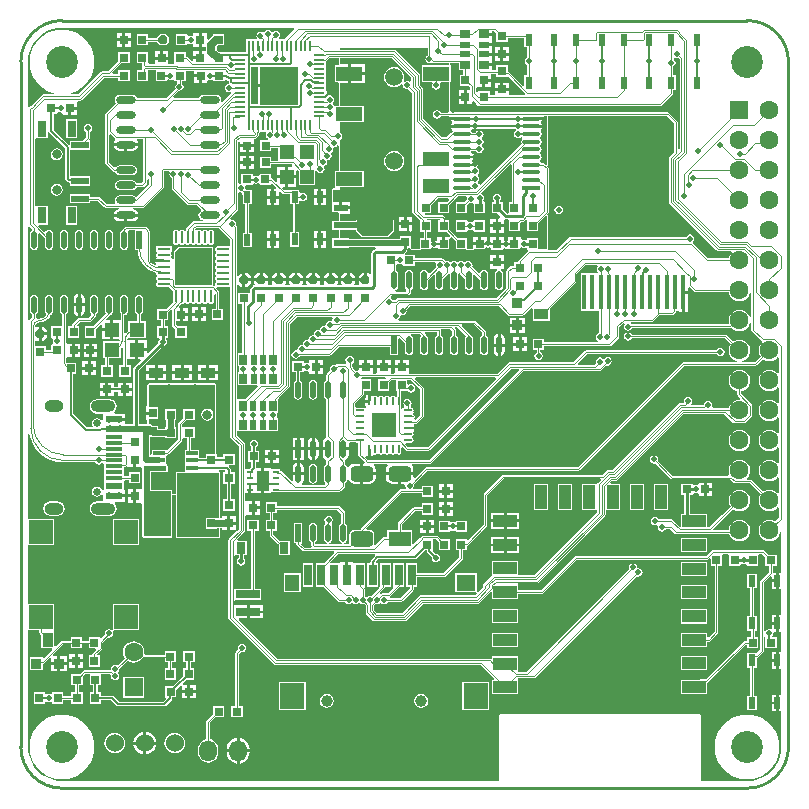
<source format=gtl>
G04*
G04 #@! TF.GenerationSoftware,Altium Limited,Altium Designer,20.2.6 (244)*
G04*
G04 Layer_Physical_Order=1*
G04 Layer_Color=255*
%FSLAX25Y25*%
%MOIN*%
G70*
G04*
G04 #@! TF.SameCoordinates,53242240-AA46-4597-B95F-6874191C8742*
G04*
G04*
G04 #@! TF.FilePolarity,Positive*
G04*
G01*
G75*
%ADD10C,0.00984*%
%ADD11C,0.02362*%
%ADD12C,0.01000*%
%ADD14C,0.01968*%
%ADD17C,0.00394*%
%ADD19C,0.00787*%
%ADD23R,0.03000X0.03000*%
%ADD24O,0.06693X0.02362*%
%ADD25R,0.05709X0.02362*%
%ADD26R,0.05709X0.01181*%
%ADD27R,0.01575X0.11811*%
%ADD28R,0.07874X0.02756*%
%ADD29R,0.02362X0.03937*%
%ADD30R,0.12598X0.12598*%
%ADD31R,0.03543X0.00787*%
%ADD32R,0.00787X0.03543*%
%ADD33R,0.02165X0.00984*%
%ADD34R,0.03937X0.06693*%
%ADD35C,0.03150*%
%ADD36R,0.03000X0.03000*%
%ADD37R,0.05000X0.03500*%
%ADD38R,0.04331X0.14567*%
%ADD39P,0.03247X8X112.5*%
%ADD40O,0.01968X0.05906*%
%ADD41R,0.01968X0.05906*%
%ADD42R,0.01968X0.03543*%
%ADD43R,0.02559X0.03543*%
%ADD44R,0.09055X0.04724*%
%ADD45R,0.07874X0.03937*%
%ADD46R,0.03937X0.07874*%
%ADD47R,0.03150X0.03937*%
%ADD48R,0.03150X0.03937*%
%ADD49R,0.03543X0.01968*%
%ADD50R,0.03543X0.02559*%
%ADD51R,0.03937X0.01280*%
%ADD52P,0.03247X8X202.5*%
%ADD53O,0.00984X0.03150*%
%ADD54O,0.03150X0.00984*%
%ADD55R,0.07874X0.07874*%
%ADD56R,0.00984X0.03150*%
%ADD57R,0.03600X0.05000*%
%ADD58R,0.03600X0.03600*%
%ADD59R,0.07874X0.07874*%
G04:AMPARAMS|DCode=60|XSize=51.18mil|YSize=74.8mil|CornerRadius=12.8mil|HoleSize=0mil|Usage=FLASHONLY|Rotation=90.000|XOffset=0mil|YOffset=0mil|HoleType=Round|Shape=RoundedRectangle|*
%AMROUNDEDRECTD60*
21,1,0.05118,0.04921,0,0,90.0*
21,1,0.02559,0.07480,0,0,90.0*
1,1,0.02559,0.02461,0.01280*
1,1,0.02559,0.02461,-0.01280*
1,1,0.02559,-0.02461,-0.01280*
1,1,0.02559,-0.02461,0.01280*
%
%ADD60ROUNDEDRECTD60*%
%ADD61O,0.05906X0.01575*%
%ADD62R,0.02756X0.07087*%
%ADD63R,0.04724X0.05118*%
%ADD64R,0.03600X0.03600*%
%ADD65O,0.04331X0.00984*%
%ADD66R,0.03937X0.03937*%
%ADD67R,0.05118X0.04724*%
%ADD68R,0.04724X0.02362*%
%ADD69R,0.04331X0.00984*%
%ADD70O,0.00984X0.04331*%
%ADD71R,0.07480X0.05118*%
%ADD72R,0.04724X0.05512*%
%ADD73R,0.08000X0.08661*%
%ADD74R,0.06299X0.05512*%
%ADD75R,0.05906X0.02362*%
%ADD76R,0.03150X0.05512*%
%ADD77R,0.08268X0.02362*%
G04:AMPARAMS|DCode=78|XSize=70.87mil|YSize=118.11mil|CornerRadius=0mil|HoleSize=0mil|Usage=FLASHONLY|Rotation=90.000|XOffset=0mil|YOffset=0mil|HoleType=Round|Shape=Octagon|*
%AMOCTAGOND78*
4,1,8,-0.05906,-0.01772,-0.05906,0.01772,-0.04134,0.03543,0.04134,0.03543,0.05906,0.01772,0.05906,-0.01772,0.04134,-0.03543,-0.04134,-0.03543,-0.05906,-0.01772,0.0*
%
%ADD78OCTAGOND78*%

%ADD79R,0.05906X0.01575*%
%ADD80R,0.05000X0.03600*%
%ADD149C,0.02756*%
%ADD150O,0.06299X0.03937*%
%ADD151O,0.08268X0.03937*%
%ADD152C,0.02559*%
%ADD153C,0.06000*%
%ADD154C,0.10630*%
%ADD155C,0.05906*%
%ADD156O,0.05906X0.07087*%
%ADD157C,0.06299*%
%ADD158R,0.06299X0.06299*%
%ADD159C,0.03937*%
%ADD160C,0.01968*%
G36*
X13780Y253497D02*
X91046D01*
X91237Y253035D01*
X88165Y249962D01*
X87787Y249665D01*
X86231D01*
X86091Y249981D01*
X86049Y250165D01*
X86330Y250585D01*
X86436Y251123D01*
X86330Y251660D01*
X86025Y252116D01*
X85569Y252421D01*
X85031Y252528D01*
X84494Y252421D01*
X84038Y252116D01*
X84036Y252113D01*
X84031Y252111D01*
X83458Y252148D01*
X83293Y252393D01*
X82838Y252698D01*
X82300Y252805D01*
X81762Y252698D01*
X81307Y252393D01*
X81002Y251938D01*
X80496Y251959D01*
X80438Y251998D01*
X79900Y252105D01*
X79362Y251998D01*
X78907Y251693D01*
X78602Y251238D01*
X78495Y250700D01*
X78602Y250162D01*
X78339Y249665D01*
X78339D01*
Y249665D01*
X75189D01*
Y247578D01*
X75174Y247500D01*
Y245252D01*
X67853D01*
Y245394D01*
X66158D01*
X65323Y246229D01*
Y247015D01*
X65889Y247582D01*
X66012Y247606D01*
X67853D01*
Y251394D01*
X64065D01*
Y250797D01*
X63854Y250655D01*
X62628Y249430D01*
X62128Y249637D01*
Y251787D01*
X60333D01*
Y249500D01*
Y247213D01*
X61710D01*
Y245787D01*
X60333D01*
Y243500D01*
X59841D01*
Y243008D01*
X57553D01*
Y242575D01*
X57054Y242368D01*
X55570Y243852D01*
X55118Y244039D01*
X54953D01*
Y245294D01*
X51165D01*
Y241533D01*
X49228D01*
Y242908D01*
X46941D01*
X44653D01*
Y241533D01*
X42922D01*
X42453Y241606D01*
Y245394D01*
X38665D01*
Y241606D01*
X40381D01*
Y241124D01*
X40568Y240672D01*
X40741Y240500D01*
X40568Y240328D01*
X40381Y239876D01*
Y239394D01*
X38665D01*
Y235606D01*
X42453D01*
Y239394D01*
X42922Y239467D01*
X44535D01*
X45004Y239394D01*
Y235606D01*
X48792D01*
Y235982D01*
X49292Y236249D01*
X49362Y236202D01*
X49900Y236095D01*
X50438Y236202D01*
X50622Y236325D01*
X51122Y236058D01*
Y235606D01*
X52087D01*
X52239Y235106D01*
X51909Y234886D01*
X51605Y234430D01*
X51498Y233892D01*
X51605Y233355D01*
X51671Y233256D01*
X48554Y230139D01*
X38656D01*
X38324Y230635D01*
X37803Y230983D01*
X37189Y231106D01*
X32858D01*
X32244Y230983D01*
X31723Y230635D01*
X31375Y230115D01*
X31253Y229500D01*
X31375Y228886D01*
X31658Y228462D01*
X28248Y225052D01*
X28061Y224600D01*
Y208500D01*
X28248Y208048D01*
X30748Y205548D01*
X31200Y205361D01*
X31391D01*
X31723Y204865D01*
X32244Y204517D01*
X32858Y204394D01*
X37189D01*
X37803Y204517D01*
X38324Y204865D01*
X38672Y205385D01*
X38795Y206000D01*
X38672Y206614D01*
X38324Y207135D01*
X37803Y207483D01*
X37189Y207606D01*
X32858D01*
X32244Y207483D01*
X31723Y207135D01*
X31640Y207011D01*
X31142Y206962D01*
X29339Y208765D01*
Y217850D01*
X29839Y218057D01*
X31248Y216648D01*
X31484Y216550D01*
X31558Y215999D01*
X31439Y215919D01*
X31004Y215268D01*
X30949Y214992D01*
X35024D01*
X39098D01*
X39043Y215268D01*
X38608Y215919D01*
X38546Y215961D01*
X38698Y216461D01*
X40836D01*
Y202240D01*
X40235Y201639D01*
X38656D01*
X38324Y202135D01*
X37803Y202483D01*
X37189Y202606D01*
X32858D01*
X32244Y202483D01*
X31723Y202135D01*
X31375Y201614D01*
X31253Y201000D01*
X31375Y200385D01*
X31723Y199865D01*
X32244Y199517D01*
X32858Y199394D01*
X37189D01*
X37803Y199517D01*
X38324Y199865D01*
X38656Y200361D01*
X40500D01*
X40952Y200548D01*
X41927Y201523D01*
X42114Y201975D01*
Y202854D01*
X42614Y203137D01*
X42722Y203073D01*
Y201357D01*
X38485Y197120D01*
X38324Y197135D01*
X37803Y197483D01*
X37189Y197606D01*
X32858D01*
X32244Y197483D01*
X31723Y197135D01*
X31375Y196615D01*
X31253Y196000D01*
X31375Y195386D01*
X31473Y195239D01*
X31205Y194739D01*
X28565D01*
X26310Y196994D01*
X25858Y197181D01*
X23205D01*
Y198117D01*
X16512D01*
Y194967D01*
X23205D01*
Y195903D01*
X25594D01*
X27848Y193648D01*
X28300Y193461D01*
X32576D01*
X32626Y192961D01*
X32090Y192854D01*
X31439Y192419D01*
X31004Y191768D01*
X30949Y191492D01*
X35024D01*
X39098D01*
X39043Y191768D01*
X38608Y192419D01*
X37957Y192854D01*
X37422Y192961D01*
X37471Y193461D01*
X40800D01*
X41252Y193648D01*
X47552Y199948D01*
X47739Y200400D01*
Y205761D01*
X49350D01*
X49617Y205261D01*
X49602Y205238D01*
X49495Y204700D01*
X49602Y204162D01*
X49907Y203707D01*
X50261Y203470D01*
Y200125D01*
X50448Y199673D01*
X55360Y194761D01*
X55812Y194573D01*
X58499D01*
X60131Y192941D01*
X60008Y192357D01*
X59676Y192135D01*
X59328Y191614D01*
X59205Y191000D01*
X59328Y190385D01*
X59676Y189865D01*
X60197Y189517D01*
X60585Y189439D01*
X60536Y188939D01*
X57594D01*
X57142Y188752D01*
X55142Y186752D01*
X54955Y186300D01*
Y185996D01*
X54892Y185901D01*
X54328D01*
X54265Y185997D01*
X53972Y186193D01*
X53626Y186261D01*
X53280Y186193D01*
X52987Y185997D01*
X52924Y185901D01*
X52360D01*
X52296Y185997D01*
X52003Y186193D01*
X51657Y186261D01*
X51312Y186193D01*
X51019Y185997D01*
X50823Y185704D01*
X50754Y185358D01*
Y182012D01*
X50823Y181666D01*
X51019Y181373D01*
X51312Y181177D01*
X51657Y181109D01*
X52003Y181177D01*
X52296Y181373D01*
X52360Y181469D01*
X52924D01*
X52987Y181373D01*
X53280Y181177D01*
X53626Y181109D01*
X53972Y181177D01*
X54265Y181373D01*
X54328Y181469D01*
X54892D01*
X54956Y181373D01*
X55249Y181177D01*
X55594Y181109D01*
X55940Y181177D01*
X56233Y181373D01*
X56297Y181469D01*
X56861D01*
X56924Y181373D01*
X57217Y181177D01*
X57563Y181109D01*
X57909Y181177D01*
X58202Y181373D01*
X58265Y181469D01*
X58829D01*
X58893Y181373D01*
X59186Y181177D01*
X59531Y181109D01*
X59877Y181177D01*
X60170Y181373D01*
X60234Y181469D01*
X60798D01*
X60861Y181373D01*
X61154Y181177D01*
X61500Y181109D01*
X61846Y181177D01*
X62139Y181373D01*
X62202Y181469D01*
X62766D01*
X62830Y181373D01*
X63123Y181177D01*
X63468Y181109D01*
X63814Y181177D01*
X64107Y181373D01*
X64303Y181666D01*
X64372Y182012D01*
Y185358D01*
X64303Y185704D01*
X64107Y185997D01*
X63814Y186193D01*
X63468Y186261D01*
X63123Y186193D01*
X62830Y185997D01*
X62766Y185901D01*
X62202D01*
X62139Y185997D01*
X61846Y186193D01*
X61500Y186261D01*
X61154Y186193D01*
X60861Y185997D01*
X60798Y185901D01*
X60234D01*
X60170Y185997D01*
X59877Y186193D01*
X59531Y186261D01*
X59186Y186193D01*
X58893Y185997D01*
X58410Y186161D01*
X58207Y186368D01*
X58206Y186377D01*
X58630Y186801D01*
X65917D01*
X69848Y182870D01*
Y180901D01*
X69587Y180705D01*
X69348Y180598D01*
X69079Y180651D01*
X65732D01*
X65387Y180582D01*
X65094Y180387D01*
X64898Y180094D01*
X64829Y179748D01*
X64898Y179402D01*
X65094Y179109D01*
X65189Y179046D01*
Y178482D01*
X65094Y178418D01*
X64898Y178125D01*
X64829Y177779D01*
X64898Y177434D01*
X65094Y177141D01*
X65189Y177077D01*
Y176513D01*
X65094Y176450D01*
X64898Y176157D01*
X64829Y175811D01*
X64898Y175465D01*
X65094Y175172D01*
X65189Y175109D01*
Y174545D01*
X65094Y174481D01*
X64898Y174188D01*
X64829Y173843D01*
X64898Y173497D01*
X65094Y173204D01*
X65189Y173140D01*
Y172576D01*
X65094Y172513D01*
X64898Y172220D01*
X64829Y171874D01*
X64898Y171528D01*
X65094Y171235D01*
X65189Y171172D01*
Y170608D01*
X65094Y170544D01*
X64898Y170251D01*
X64829Y169905D01*
X64898Y169560D01*
X65094Y169267D01*
X65189Y169203D01*
Y168639D01*
X65094Y168576D01*
X64898Y168283D01*
X64829Y167937D01*
X64860Y167780D01*
X64466Y167490D01*
X64059Y167662D01*
X64091Y167740D01*
Y179945D01*
X63967Y180246D01*
X63665Y180371D01*
X52740D01*
X52740Y180371D01*
X52439Y180246D01*
X51159Y178967D01*
X51034Y178665D01*
Y176490D01*
X51029Y176488D01*
X50534Y176407D01*
X50316Y176734D01*
X50316Y176734D01*
X50032Y177141D01*
X50228Y177434D01*
X50297Y177779D01*
X50228Y178125D01*
X50070Y178362D01*
X50134Y178610D01*
X50268Y178862D01*
X50279D01*
Y180634D01*
X45161D01*
Y178862D01*
X45173D01*
X45307Y178610D01*
X45371Y178362D01*
X45213Y178125D01*
X45144Y177779D01*
X45213Y177434D01*
X45409Y177141D01*
X45125Y176734D01*
X45125Y176734D01*
X44842Y176310D01*
X44840Y176303D01*
X47721D01*
Y175319D01*
X44840D01*
X44842Y175312D01*
X45063Y174982D01*
X44954Y174644D01*
X44841Y174482D01*
X44768D01*
X44715Y174460D01*
X44094Y174583D01*
X43523Y174965D01*
X43141Y175536D01*
X43017Y176157D01*
X43039Y176210D01*
Y185400D01*
X43013Y185463D01*
X42887Y186099D01*
X42491Y186691D01*
X41899Y187087D01*
X41263Y187213D01*
X41200Y187239D01*
X35400D01*
X35310Y187202D01*
X34818Y187104D01*
X34325Y186775D01*
X33996Y186282D01*
X33960Y186099D01*
X33507Y185797D01*
X33202Y185341D01*
X33095Y184803D01*
Y180866D01*
X33202Y180329D01*
X33507Y179873D01*
X33962Y179568D01*
X34500Y179461D01*
X35038Y179568D01*
X35493Y179873D01*
X35798Y180329D01*
X35905Y180866D01*
Y184803D01*
X35798Y185341D01*
X35718Y185461D01*
X35985Y185961D01*
X38122D01*
Y179488D01*
X38927D01*
X39037Y178367D01*
X39541Y176706D01*
X40359Y175176D01*
X41460Y173834D01*
X42802Y172733D01*
X44332Y171915D01*
X45188Y171655D01*
X45213Y171528D01*
X45409Y171235D01*
X45504Y171172D01*
Y170608D01*
X45409Y170544D01*
X45213Y170251D01*
X45144Y169905D01*
X45213Y169560D01*
X45409Y169267D01*
X45504Y169203D01*
Y168639D01*
X45409Y168576D01*
X45213Y168283D01*
X45144Y167937D01*
X45213Y167591D01*
X45409Y167298D01*
X45702Y167103D01*
X46047Y167034D01*
X49314D01*
X50754Y165594D01*
Y162327D01*
X50773Y162235D01*
X48331Y159794D01*
X45447D01*
Y156006D01*
X46702D01*
Y153994D01*
X45447D01*
Y150206D01*
X46027D01*
X46149Y150026D01*
X46248Y149706D01*
X46002Y149338D01*
X45895Y148800D01*
X45960Y148474D01*
X42442Y144956D01*
X41980Y145148D01*
Y145661D01*
X39126D01*
Y143004D01*
X39837D01*
X40028Y142542D01*
X37761Y140275D01*
X37566Y139982D01*
X37497Y139637D01*
Y121287D01*
X34744D01*
Y122441D01*
X31102D01*
Y123425D01*
X34744D01*
Y124902D01*
X31311D01*
X31160Y125402D01*
X31368Y125541D01*
X31890Y126322D01*
X32074Y127244D01*
X31890Y128166D01*
X31368Y128947D01*
X30587Y129469D01*
X29665Y129653D01*
X25335D01*
X24413Y129469D01*
X23632Y128947D01*
X23110Y128166D01*
X22926Y127244D01*
X23110Y126322D01*
X23632Y125541D01*
X24413Y125019D01*
X25335Y124836D01*
X27461D01*
Y122633D01*
X27379Y122575D01*
X26700Y122701D01*
X26620Y122820D01*
X26066Y123190D01*
X25413Y123320D01*
X24760Y123190D01*
X24207Y122820D01*
X23837Y122267D01*
X23707Y121614D01*
X23837Y120961D01*
X23912Y120850D01*
X23644Y120350D01*
X21985D01*
X17444Y124892D01*
Y138106D01*
X18535D01*
Y141894D01*
X15572D01*
X15139Y142141D01*
Y143225D01*
X15313Y143654D01*
X15639Y143654D01*
X17108D01*
Y145941D01*
Y148228D01*
X15313D01*
X15139Y148656D01*
Y157967D01*
X15494Y158203D01*
X15798Y158659D01*
X15905Y159197D01*
Y163134D01*
X15798Y163672D01*
X15494Y164127D01*
X15038Y164432D01*
X14500Y164539D01*
X13962Y164432D01*
X13507Y164127D01*
X13202Y163672D01*
X13095Y163134D01*
Y159197D01*
X13202Y158659D01*
X13507Y158203D01*
X13861Y157967D01*
Y153953D01*
X10106D01*
Y150165D01*
X10520D01*
X10787Y149665D01*
X10702Y149538D01*
X10595Y149000D01*
X10702Y148462D01*
X10787Y148335D01*
X10520Y147835D01*
X10106D01*
Y146037D01*
X8394D01*
Y147291D01*
X4777D01*
Y149154D01*
X5239Y149346D01*
X5356Y149228D01*
X6008D01*
Y151516D01*
Y153803D01*
X5356D01*
X5263Y153710D01*
X4812Y153862D01*
X4767Y153921D01*
X4861Y154393D01*
X5175Y154863D01*
X5645Y155177D01*
X6157Y155279D01*
X6200Y155261D01*
X6253Y155283D01*
X7216Y155410D01*
X8162Y155802D01*
X8975Y156425D01*
X9598Y157238D01*
X9857Y157863D01*
X10038Y157899D01*
X10493Y158203D01*
X10798Y158659D01*
X10905Y159197D01*
Y163134D01*
X10798Y163672D01*
X10493Y164127D01*
X10038Y164432D01*
X9500Y164539D01*
X8962Y164432D01*
X8507Y164127D01*
X8202Y163672D01*
X8095Y163134D01*
Y159197D01*
X8202Y158659D01*
X8507Y158203D01*
X8398Y157695D01*
X8097Y157303D01*
X7541Y156877D01*
X6894Y156609D01*
X6240Y156523D01*
X6200Y156539D01*
X6109Y156501D01*
X5601Y156435D01*
X5526Y156461D01*
X5346Y156592D01*
X5139Y156811D01*
Y157967D01*
X5493Y158203D01*
X5798Y158659D01*
X5905Y159197D01*
Y163134D01*
X5798Y163672D01*
X5493Y164127D01*
X5038Y164432D01*
X4500Y164539D01*
X3962Y164432D01*
X3507Y164127D01*
X3202Y163672D01*
X3095Y163134D01*
Y159197D01*
X3202Y158659D01*
X3507Y158203D01*
X3861Y157967D01*
Y156851D01*
X3638Y156807D01*
X3162Y156489D01*
X2908Y156110D01*
X2409Y156194D01*
Y187216D01*
X2908Y187409D01*
X3821Y186496D01*
X3790Y185986D01*
X3507Y185797D01*
X3202Y185341D01*
X3095Y184803D01*
Y180866D01*
X3202Y180329D01*
X3507Y179873D01*
X3962Y179568D01*
X4500Y179461D01*
X5038Y179568D01*
X5493Y179873D01*
X5798Y180329D01*
X5905Y180866D01*
Y184803D01*
X5901Y184822D01*
X6362Y185069D01*
X8095Y183336D01*
Y180866D01*
X8202Y180329D01*
X8507Y179873D01*
X8962Y179568D01*
X9500Y179461D01*
X10038Y179568D01*
X10493Y179873D01*
X10798Y180329D01*
X10905Y180866D01*
Y184803D01*
X10798Y185341D01*
X10493Y185797D01*
X10038Y186101D01*
X9500Y186208D01*
X8962Y186101D01*
X8507Y185797D01*
X8363Y185582D01*
X7759Y185480D01*
X5820Y187418D01*
X6012Y187880D01*
X9047D01*
Y194179D01*
X5110D01*
Y194179D01*
X4651Y194278D01*
Y216522D01*
X5110Y216620D01*
X5151Y216620D01*
X9047D01*
Y218597D01*
X9248Y218666D01*
X9547Y218680D01*
X9673Y218491D01*
X14897Y213267D01*
Y203200D01*
X14958Y202893D01*
X15132Y202632D01*
X15618Y202147D01*
X15618Y202147D01*
X15878Y201973D01*
X16186Y201911D01*
X16512Y201574D01*
Y200872D01*
X23205D01*
Y204022D01*
X16512D01*
X16503Y204518D01*
Y212187D01*
X16512Y212684D01*
X17003Y212684D01*
X23205D01*
Y215833D01*
X22990D01*
X22799Y216295D01*
X22952Y216448D01*
X23139Y216900D01*
Y218770D01*
X23494Y219007D01*
X23798Y219462D01*
X23905Y220000D01*
X23798Y220538D01*
X23494Y220993D01*
X23038Y221298D01*
X22500Y221405D01*
X21962Y221298D01*
X21507Y220993D01*
X21202Y220538D01*
X21095Y220000D01*
X21202Y219462D01*
X21507Y219007D01*
X21861Y218770D01*
Y217165D01*
X20947Y216251D01*
X20774Y215833D01*
X16512D01*
Y214631D01*
X16012Y214423D01*
X11044Y219392D01*
Y224706D01*
X12135D01*
Y225120D01*
X12635Y225387D01*
X12762Y225302D01*
X13300Y225195D01*
X13572Y225249D01*
X14072Y224903D01*
Y224313D01*
X15867D01*
Y226600D01*
X16359D01*
Y227092D01*
X18646D01*
Y228692D01*
X18646Y228887D01*
X19020Y229192D01*
X19831D01*
X20283Y229380D01*
X27765Y236861D01*
X32547D01*
Y235606D01*
X36335D01*
Y239394D01*
X32547D01*
Y238139D01*
X30637D01*
X30446Y238601D01*
X33451Y241606D01*
X36335D01*
Y245394D01*
X32547D01*
Y242510D01*
X28987Y238950D01*
X27198D01*
X26746Y238763D01*
X19241Y231258D01*
X16644D01*
X16585Y231758D01*
X17108Y231884D01*
X18669Y232530D01*
X20110Y233413D01*
X21395Y234511D01*
X22492Y235796D01*
X23375Y237237D01*
X24022Y238798D01*
X24416Y240441D01*
X24549Y242126D01*
X24416Y243811D01*
X24022Y245454D01*
X23375Y247015D01*
X22492Y248456D01*
X21395Y249741D01*
X20110Y250839D01*
X18669Y251722D01*
X17108Y252368D01*
X15464Y252763D01*
X13780Y252895D01*
X12095Y252763D01*
X10452Y252368D01*
X8890Y251722D01*
X7449Y250839D01*
X6164Y249741D01*
X5067Y248456D01*
X4184Y247015D01*
X3537Y245454D01*
X3143Y243811D01*
X3010Y242126D01*
X3143Y240441D01*
X3537Y238798D01*
X4184Y237237D01*
X5067Y235796D01*
X6164Y234511D01*
X7449Y233413D01*
X8890Y232530D01*
X10452Y231884D01*
X10975Y231758D01*
X10915Y231258D01*
X7505D01*
X7053Y231071D01*
X4722Y228739D01*
X4722Y228739D01*
X3548Y227566D01*
X3548Y227566D01*
X2908Y226926D01*
X2409Y227118D01*
Y242126D01*
X2386Y242239D01*
X2517Y243910D01*
X2935Y245650D01*
X3620Y247303D01*
X4555Y248828D01*
X5717Y250189D01*
X7077Y251351D01*
X8603Y252286D01*
X10256Y252970D01*
X11996Y253388D01*
X13666Y253520D01*
X13780Y253497D01*
D02*
G37*
G36*
X130061Y236935D02*
Y235816D01*
X129561Y235549D01*
X129338Y235698D01*
X128800Y235805D01*
X128262Y235698D01*
X128071Y235570D01*
X127667Y235902D01*
X127760Y236126D01*
X127875Y237000D01*
X127760Y237874D01*
X127423Y238688D01*
X126887Y239387D01*
X126188Y239923D01*
X125374Y240260D01*
X124500Y240375D01*
X123626Y240260D01*
X122812Y239923D01*
X122113Y239387D01*
X121577Y238688D01*
X121240Y237874D01*
X121125Y237000D01*
X121240Y236126D01*
X121577Y235312D01*
X122113Y234613D01*
X122812Y234077D01*
X123626Y233740D01*
X124500Y233625D01*
X125374Y233740D01*
X126188Y234077D01*
X126887Y234613D01*
X126942Y234685D01*
X127410Y234473D01*
X127395Y234400D01*
X127502Y233862D01*
X127806Y233407D01*
X128262Y233102D01*
X128800Y232995D01*
X129218Y233078D01*
X130486Y231810D01*
Y192180D01*
X130674Y191728D01*
X133073Y189328D01*
Y185547D01*
X134243D01*
Y183394D01*
X132988D01*
Y179900D01*
X130491D01*
X130094Y180147D01*
Y183935D01*
X129438D01*
X129388Y184435D01*
X129507Y184458D01*
X129768Y184632D01*
X129942Y184893D01*
X130003Y185200D01*
X129989Y185271D01*
Y185872D01*
X130487D01*
Y187667D01*
X128200D01*
X125913D01*
Y185872D01*
X128383D01*
Y185214D01*
X128444Y184907D01*
X128618Y184646D01*
X128632Y184632D01*
X128893Y184458D01*
X129012Y184435D01*
X128962Y183935D01*
X126306D01*
Y183094D01*
X109356D01*
Y183264D01*
X106400D01*
Y186020D01*
X111794D01*
Y185626D01*
X113762Y183658D01*
X122424D01*
X124392Y185626D01*
Y189563D01*
X122424Y191532D01*
X117169D01*
X116800Y191605D01*
X116431Y191532D01*
X113762D01*
X111794Y189563D01*
Y189169D01*
X111027D01*
X110724Y189229D01*
X110422Y189169D01*
X106400D01*
Y191532D01*
X109750D01*
Y192300D01*
Y193008D01*
X106600D01*
Y193500D01*
X106108D01*
Y195468D01*
X104200D01*
Y199500D01*
X106400D01*
Y200386D01*
X114421D01*
Y205898D01*
X106400D01*
Y216110D01*
X106693Y216307D01*
X106998Y216762D01*
X107105Y217300D01*
X106998Y217838D01*
X106693Y218293D01*
X106400Y218490D01*
Y222040D01*
X114421D01*
Y227552D01*
X106400D01*
Y235032D01*
X109008D01*
Y238181D01*
Y241331D01*
X106400D01*
Y243367D01*
X123629D01*
X130061Y236935D01*
D02*
G37*
G36*
X158506Y251749D02*
Y248865D01*
X162294D01*
Y250120D01*
X167793D01*
Y247024D01*
X168728D01*
Y243530D01*
X168374Y243293D01*
X168070Y242838D01*
X167963Y242300D01*
X168070Y241762D01*
X168374Y241307D01*
X168728Y241070D01*
Y237576D01*
X167793D01*
Y234361D01*
X167331Y234169D01*
X162712Y238788D01*
X162294Y238962D01*
Y240953D01*
X158506D01*
Y239398D01*
X157009D01*
Y240709D01*
X154450D01*
Y241694D01*
X157009D01*
Y242894D01*
Y244174D01*
X154450D01*
Y245158D01*
X157009D01*
Y246044D01*
Y247323D01*
X154450D01*
Y248308D01*
X157009D01*
Y249213D01*
Y250788D01*
X154450D01*
Y251772D01*
X157009D01*
Y252511D01*
X157744D01*
X158506Y251749D01*
D02*
G37*
G36*
X57653Y237992D02*
X59941D01*
Y237500D01*
X60433D01*
Y235213D01*
X62228D01*
Y235803D01*
X62728Y236149D01*
X63000Y236095D01*
X63538Y236202D01*
X63665Y236287D01*
X64165Y236020D01*
Y235606D01*
X67953D01*
Y236112D01*
X68453Y236319D01*
X68765Y236007D01*
X68765Y236007D01*
X69025Y235833D01*
X69332Y235772D01*
X69361Y235509D01*
X69366Y235461D01*
X69384Y235373D01*
X69393Y235125D01*
X69040Y234833D01*
X68862Y234798D01*
X68407Y234493D01*
X68102Y234038D01*
X67995Y233500D01*
X68102Y232962D01*
X68407Y232507D01*
X68862Y232202D01*
X69400Y232095D01*
X69862Y232187D01*
X70038Y232006D01*
X70156Y231774D01*
X67054Y228672D01*
X66844Y228776D01*
X66641Y228966D01*
X66747Y229500D01*
X66625Y230115D01*
X66277Y230635D01*
X65756Y230983D01*
X65142Y231106D01*
X60811D01*
X60197Y230983D01*
X59676Y230635D01*
X59344Y230139D01*
X51069D01*
X50862Y230639D01*
X52743Y232519D01*
X52903Y232488D01*
X53440Y232594D01*
X53896Y232899D01*
X54201Y233355D01*
X54308Y233892D01*
X54201Y234430D01*
X53896Y234886D01*
X53655Y235047D01*
Y235606D01*
X54910D01*
Y238951D01*
X57653D01*
Y237992D01*
D02*
G37*
G36*
X158506Y237165D02*
X162294D01*
X162294Y237165D01*
Y237165D01*
X162718Y236974D01*
X168153Y231539D01*
X168043Y231111D01*
X168000Y231039D01*
X162687D01*
Y232449D01*
X160400D01*
X158113D01*
Y231039D01*
X156253D01*
Y232294D01*
X152465D01*
Y232294D01*
X151965Y232199D01*
X151878Y232258D01*
Y233293D01*
X152072Y233713D01*
X153867D01*
Y236000D01*
X154359D01*
Y236492D01*
X156647D01*
Y238120D01*
X158506D01*
Y237165D01*
D02*
G37*
G36*
X79126Y234705D02*
X86213D01*
Y233720D01*
X79126D01*
Y227929D01*
X76779D01*
Y235000D01*
Y240496D01*
X79126D01*
Y234705D01*
D02*
G37*
G36*
X105974Y241331D02*
X105596Y240937D01*
X104579D01*
Y235426D01*
X105596D01*
X105974Y235032D01*
Y227552D01*
X104600D01*
X104600Y227552D01*
X104600Y227552D01*
X104202Y227816D01*
X104191Y227823D01*
X103993Y228119D01*
Y228495D01*
X104298Y228951D01*
X104405Y229488D01*
X104298Y230026D01*
X103993Y230482D01*
X103592Y230750D01*
X103483Y230966D01*
X103394Y231259D01*
X103568Y231432D01*
X103742Y231693D01*
X103803Y232000D01*
X103742Y232307D01*
X103568Y232568D01*
X103307Y232742D01*
X103000Y232803D01*
X102693Y232742D01*
X102432Y232568D01*
X102127Y232263D01*
X101665Y232454D01*
Y235287D01*
X101665Y235787D01*
X101665D01*
Y235787D01*
X101665D01*
Y240512D01*
X101665D01*
X101665Y241012D01*
Y242316D01*
X101920Y242422D01*
X102865Y243367D01*
X105974D01*
Y241331D01*
D02*
G37*
G36*
X218700Y243495D02*
X219118Y243578D01*
X219576Y243121D01*
Y213220D01*
X219557Y213208D01*
X219057Y213475D01*
Y221982D01*
X218870Y222434D01*
X216238Y225066D01*
X215786Y225253D01*
X144264D01*
X144230Y225239D01*
X143619D01*
X143587Y225255D01*
X143226Y225600D01*
Y235426D01*
X143421D01*
Y240937D01*
X143226D01*
Y241645D01*
X145985D01*
Y239528D01*
X147511D01*
Y237894D01*
X146347D01*
Y234106D01*
X149231D01*
X149692Y233645D01*
Y232687D01*
X148733D01*
Y230400D01*
Y228113D01*
X150528D01*
Y228860D01*
X150990Y229051D01*
X151801Y228240D01*
X151816Y228203D01*
X152163Y227857D01*
X152199Y227842D01*
X152493Y227548D01*
X152945Y227361D01*
X213100D01*
X213552Y227548D01*
X217320Y231316D01*
X217507Y231768D01*
Y232851D01*
X218443D01*
Y237576D01*
X217507D01*
Y240648D01*
X217893Y240907D01*
X218198Y241362D01*
X218305Y241900D01*
X218198Y242438D01*
X217893Y242893D01*
X217738Y242997D01*
X217748Y243278D01*
X217921Y243413D01*
X218247Y243585D01*
X218700Y243495D01*
D02*
G37*
G36*
X135591Y244213D02*
X135237Y243977D01*
X134932Y243521D01*
X134826Y242983D01*
X134932Y242446D01*
X135237Y241990D01*
X135693Y241685D01*
X136231Y241578D01*
X136768Y241685D01*
X136956Y241811D01*
X137356Y241645D01*
X142800D01*
Y240937D01*
X133579D01*
Y235426D01*
X136994D01*
X137261Y234926D01*
X137202Y234838D01*
X137095Y234300D01*
X137202Y233762D01*
X137506Y233307D01*
X137962Y233002D01*
X138500Y232895D01*
X139038Y233002D01*
X139494Y233307D01*
X139798Y233762D01*
X139905Y234300D01*
X139798Y234838D01*
X139739Y234926D01*
X140006Y235426D01*
X142800D01*
Y225600D01*
X142464Y225239D01*
X140008D01*
X139771Y225593D01*
X139316Y225898D01*
X138778Y226005D01*
X138240Y225898D01*
X137785Y225593D01*
X137480Y225138D01*
X137373Y224600D01*
X137480Y224062D01*
X137785Y223607D01*
X138240Y223302D01*
X138778Y223195D01*
X139316Y223302D01*
X139771Y223607D01*
X140008Y223961D01*
X142869D01*
X143057Y223728D01*
X147000D01*
Y222744D01*
X143327D01*
X143351Y222622D01*
X143699Y222101D01*
Y221813D01*
X143351Y221292D01*
X143327Y221169D01*
X147000D01*
Y220185D01*
X143327D01*
X143351Y220063D01*
X143699Y219542D01*
X143819Y219462D01*
X143983Y218970D01*
X143838Y218752D01*
X143398Y218570D01*
X141814Y216986D01*
X140418D01*
X134127Y223277D01*
Y233053D01*
X133940Y233505D01*
X132914Y234531D01*
Y237852D01*
X132727Y238304D01*
X124998Y246033D01*
X124546Y246220D01*
X106400D01*
Y246900D01*
X135591D01*
Y244213D01*
D02*
G37*
G36*
X81844Y218408D02*
X81877Y218260D01*
X81781Y217776D01*
X81888Y217238D01*
X82192Y216782D01*
X82474Y216594D01*
X82323Y216094D01*
X79724D01*
Y212306D01*
X83512D01*
Y213561D01*
X85898D01*
Y209239D01*
X83512D01*
Y210494D01*
X79724D01*
Y206706D01*
X83512D01*
Y207961D01*
X90267D01*
X90475Y207699D01*
X90260Y207213D01*
X89146D01*
Y204358D01*
X91803D01*
Y205780D01*
X92251Y205977D01*
X92591Y205716D01*
Y200913D01*
X98102D01*
Y205742D01*
X98134Y205755D01*
X98602Y205825D01*
X98844Y205463D01*
X99300Y205158D01*
X99838Y205052D01*
X100375Y205158D01*
X100831Y205463D01*
X101136Y205919D01*
X101243Y206456D01*
X101156Y206891D01*
X101163Y207402D01*
X101619Y207707D01*
X101923Y208162D01*
X102030Y208700D01*
X101985Y208928D01*
X102179Y209349D01*
X102357Y209426D01*
X102738Y209502D01*
X103193Y209807D01*
X103498Y210262D01*
X103605Y210800D01*
X103498Y211338D01*
X103668Y211984D01*
X103819Y212085D01*
X104123Y212540D01*
X104230Y213078D01*
X104180Y213329D01*
X104373Y213738D01*
X104552Y213825D01*
X104938Y213902D01*
X105394Y214207D01*
X105474Y214327D01*
X105974Y214175D01*
Y205898D01*
X104579D01*
Y200386D01*
X104579D01*
X104482Y199926D01*
X104200D01*
X103899Y199801D01*
X103774Y199500D01*
Y195546D01*
X103774Y195468D01*
X103844Y195075D01*
X103844Y195075D01*
Y191925D01*
X105596D01*
X105974Y191532D01*
Y189169D01*
X103765D01*
Y186020D01*
X105974D01*
Y183264D01*
X103844D01*
Y180114D01*
X109356D01*
Y180284D01*
X118231D01*
X118280Y179784D01*
X118031Y179734D01*
X117738Y179539D01*
X117161Y178962D01*
X116966Y178669D01*
X116897Y178323D01*
Y171501D01*
X116435Y171309D01*
X116011Y171734D01*
X115359D01*
Y169447D01*
X114867D01*
Y168954D01*
X112580D01*
Y168303D01*
X112739Y168143D01*
X112548Y167681D01*
X111405D01*
X111213Y168143D01*
X111373Y168303D01*
Y168954D01*
X109086D01*
X106799D01*
Y168303D01*
X106958Y168143D01*
X106767Y167681D01*
X105624D01*
X105432Y168143D01*
X105592Y168303D01*
Y168954D01*
X103305D01*
X101017D01*
Y168303D01*
X101177Y168143D01*
X100986Y167681D01*
X99843D01*
X99651Y168143D01*
X99811Y168303D01*
Y168954D01*
X97524D01*
X95236D01*
Y168303D01*
X95396Y168143D01*
X95205Y167681D01*
X94062D01*
X93870Y168143D01*
X94030Y168303D01*
Y168954D01*
X91743D01*
X89455D01*
Y168303D01*
X89615Y168143D01*
X89424Y167681D01*
X88281D01*
X88090Y168143D01*
X88249Y168303D01*
Y168954D01*
X85962D01*
X83675D01*
Y168303D01*
X83834Y168143D01*
X83643Y167681D01*
X82500D01*
X82309Y168143D01*
X82468Y168303D01*
Y168954D01*
X80181D01*
X77894D01*
Y168303D01*
X78080Y168116D01*
X78077Y168110D01*
X77823Y167666D01*
X77554Y167612D01*
X77261Y167416D01*
X76684Y166840D01*
X76488Y166547D01*
X76420Y166201D01*
Y165670D01*
X76294Y165222D01*
X72506D01*
Y161435D01*
X73761D01*
Y144915D01*
X72487D01*
Y140584D01*
X72631D01*
X72819Y140232D01*
X72852Y140084D01*
X72756Y139600D01*
X72852Y139116D01*
X72819Y138968D01*
X72631Y138616D01*
X72487D01*
Y134285D01*
X75834D01*
Y134285D01*
X76247D01*
Y134285D01*
X78742D01*
X78950Y133785D01*
X74830Y129665D01*
X72387D01*
Y129665D01*
X71914Y129729D01*
Y167795D01*
X72414Y168002D01*
X73256Y167159D01*
X73908D01*
Y169447D01*
Y171734D01*
X73256D01*
X72414Y170891D01*
X71914Y171098D01*
Y187173D01*
X71726Y187626D01*
X71668Y187684D01*
X71762Y188157D01*
X71655Y188694D01*
X71350Y189150D01*
X70894Y189455D01*
X70357Y189562D01*
X70352Y189561D01*
X69798Y189960D01*
X69783Y190075D01*
X72352Y192644D01*
X72539Y193096D01*
Y198412D01*
X73039Y198682D01*
X73475Y198595D01*
X73877Y198180D01*
Y197984D01*
X73925Y197867D01*
Y194638D01*
X74861D01*
Y185189D01*
X73925D01*
Y180465D01*
X77075D01*
Y185189D01*
X76139D01*
Y194638D01*
X77075D01*
Y199362D01*
X75261D01*
X74852Y199862D01*
X74880Y200000D01*
X74773Y200538D01*
X74727Y200606D01*
X74994Y201106D01*
X77335D01*
Y201420D01*
X77835Y201687D01*
X77962Y201602D01*
X78500Y201495D01*
X79038Y201602D01*
X79165Y201687D01*
X79665Y201420D01*
Y201106D01*
X83453D01*
Y201249D01*
X83915Y201441D01*
X85138Y200218D01*
X84946Y199756D01*
X84457D01*
Y197492D01*
X85933D01*
Y198769D01*
X86395Y198960D01*
X87180Y198176D01*
X87632Y197988D01*
X89693D01*
Y194724D01*
X90628D01*
Y185276D01*
X89693D01*
Y180551D01*
X92843D01*
Y185276D01*
X91907D01*
Y194724D01*
X92843D01*
Y195595D01*
X93343Y195862D01*
X93432Y195802D01*
X93970Y195695D01*
X94508Y195802D01*
X94964Y196107D01*
X95268Y196563D01*
X95375Y197100D01*
X95268Y197638D01*
X94964Y198094D01*
X94508Y198398D01*
X93970Y198505D01*
X93432Y198398D01*
X93343Y198338D01*
X92843Y198605D01*
Y199449D01*
X89693D01*
Y199267D01*
X87897D01*
X87106Y200058D01*
X87297Y200520D01*
X88161D01*
Y203374D01*
X85504D01*
Y202313D01*
X85042Y202121D01*
X83871Y203292D01*
X83453Y203466D01*
Y204894D01*
X79665D01*
Y204380D01*
X79165Y204113D01*
X79038Y204198D01*
X78500Y204305D01*
X77962Y204198D01*
X77835Y204113D01*
X77335Y204380D01*
Y204894D01*
X73547D01*
Y201464D01*
X73475Y201405D01*
X73039Y201318D01*
X72539Y201588D01*
Y215505D01*
X72713Y215635D01*
X73213Y215386D01*
Y214692D01*
X77787D01*
Y216473D01*
X77971D01*
X78423Y216661D01*
X79184Y217422D01*
X79372Y217874D01*
Y218298D01*
X79578Y218505D01*
X79684Y218760D01*
X81656D01*
X81844Y218408D01*
D02*
G37*
G36*
X165232Y219411D02*
X165227Y219374D01*
X164806Y219093D01*
X164502Y218638D01*
X164395Y218100D01*
X164502Y217562D01*
X164806Y217107D01*
X165262Y216802D01*
X165800Y216695D01*
X166338Y216802D01*
X166755Y217081D01*
X166975Y217170D01*
X167234Y216992D01*
X167227Y216421D01*
X167211Y216411D01*
X166950Y216020D01*
X166859Y215559D01*
X166950Y215098D01*
X167059Y214936D01*
X153260Y201137D01*
X152755Y201339D01*
X152551Y201644D01*
X152492Y202135D01*
Y202206D01*
X152494Y202206D01*
X152798Y202662D01*
X152905Y203200D01*
X152798Y203738D01*
X152494Y204193D01*
X152574Y204741D01*
X152779Y205049D01*
X152886Y205586D01*
X152779Y206124D01*
X152474Y206580D01*
X152112Y206821D01*
X152031Y207067D01*
X152023Y207134D01*
X152028Y207392D01*
X152068Y207432D01*
X152242Y207693D01*
X152303Y208000D01*
X152242Y208307D01*
X152068Y208568D01*
X151807Y208742D01*
X151500Y208803D01*
X151193Y208742D01*
X151107Y208685D01*
X150523D01*
X150301Y209017D01*
Y209230D01*
X150663Y209638D01*
X151441D01*
X151748Y209699D01*
X152009Y209873D01*
X152068Y209932D01*
X152242Y210193D01*
X152303Y210500D01*
X152242Y210807D01*
X152068Y211068D01*
X151807Y211242D01*
X151500Y211303D01*
X151203Y211244D01*
X150523D01*
X150301Y211576D01*
X150181Y211656D01*
X150017Y212148D01*
X150162Y212366D01*
X150602Y212548D01*
X150611Y212558D01*
X151670D01*
X151907Y212203D01*
X152362Y211899D01*
X152900Y211792D01*
X153438Y211899D01*
X153893Y212203D01*
X154198Y212659D01*
X154305Y213197D01*
X154198Y213735D01*
X153893Y214190D01*
Y214566D01*
X154198Y215021D01*
X154305Y215559D01*
X154198Y216097D01*
X153893Y216552D01*
Y216928D01*
X154198Y217384D01*
X154305Y217921D01*
X154198Y218459D01*
X153893Y218915D01*
X153438Y219219D01*
X152900Y219326D01*
X152362Y219219D01*
X151907Y218915D01*
X151670Y218561D01*
X150611D01*
X150602Y218570D01*
X150162Y218752D01*
X150017Y218970D01*
X150181Y219462D01*
X150301Y219542D01*
X150523Y219874D01*
X164931D01*
X165232Y219411D01*
D02*
G37*
G36*
X175400Y208057D02*
X174938Y207866D01*
X174470Y208334D01*
X174018Y208521D01*
X173387D01*
X173245Y208733D01*
X173020Y208884D01*
X173013Y208905D01*
Y209418D01*
X173020Y209439D01*
X173245Y209589D01*
X173506Y209980D01*
X173598Y210441D01*
X173506Y210902D01*
X173245Y211293D01*
X173020Y211443D01*
X173013Y211463D01*
Y211977D01*
X173020Y211998D01*
X173245Y212148D01*
X173506Y212539D01*
X173598Y213000D01*
X173506Y213461D01*
X173245Y213851D01*
X173020Y214002D01*
X173013Y214023D01*
Y214536D01*
X173020Y214557D01*
X173245Y214707D01*
X173506Y215098D01*
X173598Y215559D01*
X173506Y216020D01*
X173245Y216411D01*
X173020Y216561D01*
X173013Y216582D01*
Y217095D01*
X173020Y217116D01*
X173245Y217267D01*
X173506Y217657D01*
X173598Y218118D01*
X173506Y218579D01*
X173245Y218970D01*
X173409Y219462D01*
X173529Y219542D01*
X173877Y220063D01*
X173901Y220185D01*
X170228D01*
Y221169D01*
X173901D01*
X173877Y221292D01*
X173529Y221813D01*
Y222101D01*
X173877Y222622D01*
X173901Y222744D01*
X170228D01*
Y223728D01*
X174153D01*
X174350Y223975D01*
X175400D01*
Y208057D01*
D02*
G37*
G36*
X163586Y207834D02*
Y195394D01*
X162668D01*
Y191606D01*
X162207Y191511D01*
X162170D01*
X160727Y192954D01*
Y195453D01*
X159995D01*
X159886Y195698D01*
X159824Y195953D01*
X160098Y196362D01*
X160205Y196900D01*
X160098Y197438D01*
X159793Y197894D01*
X159338Y198198D01*
X158800Y198305D01*
X158262Y198198D01*
X157807Y197894D01*
X157502Y197438D01*
X157395Y196900D01*
X157502Y196362D01*
X157776Y195953D01*
X157722Y195734D01*
X157586Y195453D01*
X156940D01*
Y191665D01*
X158662D01*
X158712Y191165D01*
X158593Y191142D01*
X158332Y190968D01*
X158158Y190707D01*
X158097Y190400D01*
Y189728D01*
X156546D01*
Y187933D01*
X158833D01*
X161121D01*
Y189373D01*
X161199Y189466D01*
X161621Y189723D01*
X161792Y189689D01*
X162290D01*
X162668Y189394D01*
Y185606D01*
X166455D01*
Y188490D01*
X166836Y188870D01*
X167435D01*
X167887Y189058D01*
X168330Y189501D01*
X168786Y189249D01*
Y185606D01*
X172573D01*
Y188490D01*
X174938Y190854D01*
X175400Y190663D01*
Y179900D01*
X172573D01*
Y183394D01*
X168786D01*
Y182966D01*
X168286Y182699D01*
X168138Y182798D01*
X167600Y182905D01*
X167349Y182855D01*
X166849Y183211D01*
Y183787D01*
X165054D01*
Y181500D01*
X164069D01*
Y183787D01*
X162274D01*
Y182303D01*
X161087D01*
Y183747D01*
X159292D01*
Y181459D01*
X158308D01*
Y183747D01*
X156512D01*
Y182303D01*
X155246D01*
Y183787D01*
X153451D01*
Y181500D01*
X152959D01*
Y181008D01*
X150672D01*
Y179900D01*
X148735D01*
Y183394D01*
X145885D01*
X142827Y186451D01*
Y189335D01*
X141572D01*
Y190000D01*
X141385Y190452D01*
X140885Y190952D01*
X140433Y191139D01*
X134634D01*
X134616Y191165D01*
X134884Y191665D01*
X136860D01*
Y194549D01*
X138972Y196661D01*
X142478D01*
X142669Y196199D01*
X141923Y195453D01*
X139040D01*
Y191665D01*
X142827D01*
Y194549D01*
X145678Y197400D01*
X148412D01*
X148682Y196900D01*
X148595Y196465D01*
X148646Y196209D01*
X147890Y195453D01*
X145006D01*
Y191665D01*
X148794D01*
Y194549D01*
X149432Y195187D01*
X149462Y195167D01*
X150000Y195060D01*
X150473Y195154D01*
X150628Y195102D01*
X150973Y194856D01*
Y191665D01*
X154760D01*
Y195453D01*
X154411D01*
X154144Y195953D01*
X154269Y196140D01*
X154376Y196678D01*
X154269Y197215D01*
X153964Y197671D01*
X153640Y197888D01*
X153494Y198450D01*
X154555Y199510D01*
X154555Y199510D01*
X163086Y208041D01*
X163586Y207834D01*
D02*
G37*
G36*
X139702Y189835D02*
X139454Y189335D01*
X139040D01*
Y185547D01*
X141923D01*
X143183Y184287D01*
X142976Y183787D01*
X141492D01*
Y181500D01*
X140508D01*
Y183787D01*
X138713D01*
Y182303D01*
X137900D01*
X137593Y182242D01*
X137332Y182068D01*
X137276Y181983D01*
X136776Y182134D01*
Y183394D01*
X135521D01*
Y185547D01*
X136860D01*
Y189335D01*
X135203D01*
X135189Y189361D01*
X135488Y189861D01*
X139683D01*
X139702Y189835D01*
D02*
G37*
G36*
X144947Y182523D02*
Y179606D01*
X148430D01*
X148433Y179599D01*
X148735Y179474D01*
X150620D01*
X150672Y179474D01*
X151065Y179606D01*
X151065Y179606D01*
X154853D01*
Y180041D01*
X155353Y180308D01*
X155362Y180302D01*
X155900Y180195D01*
X156406Y180296D01*
X156449Y180295D01*
X156906Y180014D01*
Y179566D01*
X160693D01*
Y179714D01*
X161152Y179996D01*
X161193Y179996D01*
X161700Y179895D01*
X162168Y179988D01*
X162501Y179861D01*
X162668Y179772D01*
Y179606D01*
X166455D01*
Y180006D01*
X166955Y180273D01*
X167062Y180202D01*
X167600Y180095D01*
X168138Y180202D01*
X168286Y180301D01*
X168786Y180034D01*
Y179606D01*
X168849D01*
X168975Y179319D01*
X169002Y179106D01*
X165989Y176093D01*
X165802Y175641D01*
Y175394D01*
X164547D01*
Y174139D01*
X163600D01*
X163148Y173952D01*
X161948Y172752D01*
X161761Y172300D01*
Y166865D01*
X158439Y163543D01*
X128886D01*
X128844Y163526D01*
X125804D01*
X125352Y163338D01*
X124853Y162840D01*
X124045D01*
X123808Y163194D01*
X123465Y163423D01*
X123357Y163932D01*
X123358Y163981D01*
X123583Y164261D01*
X128900D01*
X129352Y164448D01*
X129952Y165048D01*
X130139Y165500D01*
Y166136D01*
X130493Y166373D01*
X130798Y166829D01*
X130905Y167366D01*
Y171303D01*
X130798Y171841D01*
X130493Y172297D01*
X130038Y172601D01*
X129500Y172708D01*
X128962Y172601D01*
X128507Y172297D01*
X128202Y171841D01*
X128095Y171303D01*
Y167366D01*
X128202Y166829D01*
X128507Y166373D01*
X128560Y165781D01*
X128333Y165539D01*
X124941D01*
X124892Y166039D01*
X125038Y166068D01*
X125494Y166373D01*
X125798Y166829D01*
X125905Y167366D01*
Y171303D01*
X125798Y171841D01*
X125494Y172297D01*
X125139Y172533D01*
Y174106D01*
X125235D01*
Y174520D01*
X125735Y174787D01*
X125862Y174702D01*
X126400Y174595D01*
X126938Y174702D01*
X127065Y174787D01*
X127565Y174520D01*
Y174106D01*
X131353D01*
Y175361D01*
X138226D01*
X138493Y174861D01*
X138478Y174838D01*
X138371Y174300D01*
X138454Y173882D01*
X136269Y171698D01*
X135997Y171781D01*
X135761Y171896D01*
X135494Y172297D01*
X135038Y172601D01*
X134500Y172708D01*
X133962Y172601D01*
X133507Y172297D01*
X133202Y171841D01*
X133095Y171303D01*
Y167366D01*
X133202Y166829D01*
X133507Y166373D01*
X133962Y166068D01*
X134500Y165961D01*
X135038Y166068D01*
X135494Y166373D01*
X135798Y166829D01*
X135905Y167366D01*
Y169525D01*
X137595Y171215D01*
X138095Y171008D01*
Y167366D01*
X138202Y166829D01*
X138506Y166373D01*
X138962Y166068D01*
X139500Y165961D01*
X140038Y166068D01*
X140494Y166373D01*
X140798Y166829D01*
X140905Y167366D01*
Y169836D01*
X142590Y171520D01*
X142664Y171700D01*
X143145Y171554D01*
X143095Y171303D01*
Y167366D01*
X143202Y166829D01*
X143507Y166373D01*
X143962Y166068D01*
X144500Y165961D01*
X145038Y166068D01*
X145493Y166373D01*
X145798Y166829D01*
X145905Y167366D01*
Y171303D01*
X145855Y171554D01*
X146336Y171700D01*
X146410Y171520D01*
X148095Y169836D01*
Y167366D01*
X148202Y166829D01*
X148506Y166373D01*
X148962Y166068D01*
X149500Y165961D01*
X150038Y166068D01*
X150494Y166373D01*
X150798Y166829D01*
X150905Y167366D01*
Y171008D01*
X151405Y171215D01*
X153095Y169525D01*
Y167366D01*
X153202Y166829D01*
X153507Y166373D01*
X153962Y166068D01*
X154500Y165961D01*
X155038Y166068D01*
X155493Y166373D01*
X155798Y166829D01*
X155905Y167366D01*
Y171303D01*
X155798Y171841D01*
X155493Y172297D01*
X155038Y172601D01*
X154500Y172708D01*
X153962Y172601D01*
X153507Y172297D01*
X153239Y171896D01*
X153003Y171781D01*
X152731Y171698D01*
X150546Y173882D01*
X150629Y174300D01*
X150522Y174838D01*
X150218Y175294D01*
X149762Y175598D01*
X149224Y175705D01*
X148687Y175598D01*
X148231Y175294D01*
X147856D01*
X147400Y175598D01*
X146862Y175705D01*
X146325Y175598D01*
X145869Y175294D01*
X145493D01*
X145038Y175598D01*
X144500Y175705D01*
X143962Y175598D01*
X143507Y175294D01*
X143131D01*
X142675Y175598D01*
X142138Y175705D01*
X141720Y175622D01*
X140890Y176452D01*
X140438Y176639D01*
X131353D01*
Y177894D01*
X128158D01*
X127971Y178394D01*
X128580Y179002D01*
X128776Y179296D01*
X128844Y179641D01*
Y179821D01*
X129285Y180082D01*
X129766Y179909D01*
X129792Y179846D01*
X129839Y179826D01*
X129869Y179785D01*
X130266Y179538D01*
X130383Y179519D01*
X130491Y179474D01*
X132988D01*
X133290Y179599D01*
X133293Y179606D01*
X136776D01*
Y179993D01*
X137276Y180260D01*
X137362Y180202D01*
X137900Y180095D01*
X138438Y180202D01*
X138606Y180315D01*
X139106Y180047D01*
Y179606D01*
X142894D01*
Y182960D01*
X143139Y183394D01*
X143199Y183454D01*
X143277Y183486D01*
X143492Y183579D01*
X143863Y183608D01*
X144947Y182523D01*
D02*
G37*
G36*
X217779Y221717D02*
Y212075D01*
X216205Y210501D01*
X216017Y210049D01*
Y195418D01*
X216205Y194966D01*
X231883Y179288D01*
X232335Y179101D01*
X236899D01*
X237069Y178601D01*
X236973Y178527D01*
X236405Y177787D01*
X236048Y176925D01*
X236010Y176639D01*
X229111D01*
X224103Y181648D01*
X224101Y182248D01*
X224406Y182704D01*
X224513Y183241D01*
X224406Y183779D01*
X224101Y184235D01*
X223645Y184539D01*
X223108Y184646D01*
X222570Y184539D01*
X222114Y184235D01*
X221878Y183880D01*
X183350D01*
X182898Y183693D01*
X178544Y179339D01*
X176095D01*
X175801Y179839D01*
X175826Y179900D01*
Y190663D01*
X175794Y190741D01*
Y190826D01*
X175734Y190886D01*
X175701Y190964D01*
X175542Y191459D01*
X175752Y191668D01*
X175939Y192120D01*
Y206600D01*
X175752Y207052D01*
X175542Y207262D01*
X175701Y207756D01*
X175734Y207834D01*
X175794Y207894D01*
Y207979D01*
X175826Y208057D01*
Y223975D01*
X215521D01*
X217779Y221717D01*
D02*
G37*
G36*
X192222Y174399D02*
X192391Y173961D01*
X192175Y173638D01*
X192068Y173100D01*
X192175Y172562D01*
X192418Y172199D01*
X192310Y171863D01*
X192196Y171699D01*
X192095Y171699D01*
X191702D01*
X191595Y171699D01*
X189446D01*
X189339Y171699D01*
X188946D01*
X188839Y171699D01*
X186583D01*
Y159101D01*
X188839D01*
X188946Y159101D01*
X189339D01*
X189446Y159101D01*
X191595D01*
X191702Y159101D01*
X192137D01*
X192637Y158945D01*
Y151681D01*
X192207Y151393D01*
X191902Y150938D01*
X191795Y150400D01*
X191902Y149862D01*
X192207Y149407D01*
X192208Y149405D01*
X192314Y148733D01*
X192239Y148639D01*
X174453D01*
Y149894D01*
X170665D01*
Y146106D01*
X171920D01*
Y145303D01*
X171607Y145094D01*
X171302Y144638D01*
X171195Y144100D01*
X171302Y143562D01*
X171607Y143106D01*
X172062Y142802D01*
X172600Y142695D01*
X173138Y142802D01*
X173593Y143106D01*
X173898Y143562D01*
X174005Y144100D01*
X173898Y144638D01*
X173593Y145094D01*
X173198Y145358D01*
Y146106D01*
X174453D01*
Y147361D01*
X196200D01*
X196652Y147548D01*
X199252Y150148D01*
X199439Y150600D01*
Y153655D01*
X201072Y155288D01*
X201194Y155257D01*
X201220Y155227D01*
X201375Y154697D01*
X201202Y154438D01*
X201095Y153900D01*
X201202Y153362D01*
X201506Y152907D01*
X201962Y152602D01*
X202500Y152495D01*
X203038Y152602D01*
X203493Y152907D01*
X203797Y153361D01*
X236537D01*
X236933Y153525D01*
X236973Y153473D01*
X237713Y152905D01*
X238575Y152548D01*
X239500Y152426D01*
X240425Y152548D01*
X241287Y152905D01*
X242027Y153473D01*
X242595Y154213D01*
X242952Y155075D01*
X242953Y155080D01*
X243453Y155048D01*
Y152908D01*
X243640Y152456D01*
X246808Y149288D01*
X247026Y149198D01*
X247119Y148639D01*
X246973Y148527D01*
X246405Y147787D01*
X246048Y146925D01*
X245926Y146000D01*
X246048Y145075D01*
X246405Y144213D01*
X246580Y143984D01*
X244635Y142039D01*
X240392D01*
X240359Y142539D01*
X240425Y142548D01*
X241287Y142905D01*
X242027Y143473D01*
X242595Y144213D01*
X242952Y145075D01*
X243074Y146000D01*
X242952Y146925D01*
X242595Y147787D01*
X242027Y148527D01*
X241287Y149095D01*
X240425Y149452D01*
X239500Y149574D01*
X238575Y149452D01*
X237713Y149095D01*
X237484Y148920D01*
X235352Y151052D01*
X234900Y151239D01*
X203730D01*
X203493Y151593D01*
X203038Y151898D01*
X202500Y152005D01*
X201962Y151898D01*
X201506Y151593D01*
X201202Y151138D01*
X201095Y150600D01*
X201202Y150062D01*
X201506Y149607D01*
X201962Y149302D01*
X202500Y149195D01*
X203038Y149302D01*
X203493Y149607D01*
X203730Y149961D01*
X234635D01*
X236580Y148016D01*
X236405Y147787D01*
X236048Y146925D01*
X235926Y146000D01*
X236048Y145075D01*
X236405Y144213D01*
X236973Y143473D01*
X237713Y142905D01*
X238575Y142548D01*
X238641Y142539D01*
X238608Y142039D01*
X220900D01*
X220448Y141852D01*
X185635Y107039D01*
X135100D01*
X134648Y106852D01*
X131367Y103571D01*
X130867Y103778D01*
Y104335D01*
X126791D01*
Y101440D01*
X127793D01*
X128203Y100940D01*
X128195Y100900D01*
X128302Y100362D01*
X128451Y100139D01*
X128184Y99639D01*
X126600D01*
X126148Y99452D01*
X113249Y86553D01*
X113086Y86159D01*
X111240D01*
X110587Y86029D01*
X110034Y85659D01*
X109664Y85106D01*
X109534Y84453D01*
Y81894D01*
X109547Y81830D01*
X109136Y81339D01*
X107827D01*
X107777Y81839D01*
X108038Y81891D01*
X108493Y82196D01*
X108798Y82651D01*
X108905Y83189D01*
Y87126D01*
X108798Y87664D01*
X108493Y88119D01*
X108139Y88356D01*
Y91800D01*
X107952Y92252D01*
X106252Y93952D01*
X105800Y94139D01*
X85453D01*
Y95394D01*
X81665D01*
Y91606D01*
X82920D01*
Y89494D01*
X81665D01*
Y85706D01*
X82920D01*
Y84441D01*
X83107Y83989D01*
X85676Y81420D01*
X85931Y81314D01*
Y77738D01*
X89868D01*
Y82462D01*
X86639D01*
X86522Y82511D01*
X86393D01*
X84198Y84706D01*
Y85706D01*
X85453D01*
Y89494D01*
X84198D01*
Y91606D01*
X85453D01*
Y92861D01*
X105535D01*
X106861Y91535D01*
Y88356D01*
X106507Y88119D01*
X106202Y87664D01*
X106095Y87126D01*
Y83189D01*
X106202Y82651D01*
X106507Y82196D01*
X106962Y81891D01*
X107223Y81839D01*
X107173Y81339D01*
X102827D01*
X102777Y81839D01*
X103038Y81891D01*
X103493Y82196D01*
X103798Y82651D01*
X103905Y83189D01*
Y87126D01*
X103798Y87664D01*
X103582Y87986D01*
X103594Y88507D01*
X103898Y88962D01*
X104005Y89500D01*
X103898Y90038D01*
X103594Y90493D01*
X103138Y90798D01*
X102600Y90905D01*
X102062Y90798D01*
X101607Y90493D01*
X101302Y90038D01*
X101195Y89500D01*
X101302Y88962D01*
X101518Y88640D01*
X101507Y88119D01*
X101202Y87664D01*
X101095Y87126D01*
Y83189D01*
X101202Y82651D01*
X101507Y82196D01*
X101962Y81891D01*
X102223Y81839D01*
X102173Y81339D01*
X98165D01*
X98139Y81365D01*
Y81959D01*
X98493Y82196D01*
X98798Y82651D01*
X98905Y83189D01*
Y87126D01*
X98798Y87664D01*
X98493Y88119D01*
X98038Y88424D01*
X97500Y88531D01*
X96962Y88424D01*
X96507Y88119D01*
X96202Y87664D01*
X96095Y87126D01*
Y83189D01*
X96202Y82651D01*
X96507Y82196D01*
X96861Y81959D01*
Y81100D01*
X97010Y80739D01*
X96874Y80409D01*
X96750Y80239D01*
X94565D01*
X93493Y81311D01*
X93700Y81811D01*
X93878D01*
Y88504D01*
X91122D01*
Y81811D01*
X91861D01*
Y81400D01*
X92048Y80948D01*
X93848Y79148D01*
X94300Y78961D01*
X104308D01*
X104499Y78499D01*
X100937Y74937D01*
X98244D01*
Y67063D01*
X100883D01*
X105598Y62348D01*
X106050Y62161D01*
X108004D01*
X108274Y61757D01*
X108730Y61452D01*
X109268Y61345D01*
X109805Y61452D01*
X110128Y61668D01*
X110636Y61807D01*
X111092Y61502D01*
X111630Y61395D01*
X112168Y61502D01*
X112623Y61807D01*
X112999D01*
X113454Y61502D01*
X113992Y61395D01*
X114410Y61478D01*
X114928Y60960D01*
Y58606D01*
X115115Y58154D01*
X117396Y55873D01*
X117848Y55686D01*
X127952D01*
X128404Y55873D01*
X133992Y61461D01*
X152327D01*
X152779Y61648D01*
X156715Y65584D01*
X157177Y65393D01*
Y63043D01*
X165839D01*
Y64766D01*
X173705D01*
X174158Y64954D01*
X185398Y76195D01*
X228880D01*
X229332Y76382D01*
X229526Y76575D01*
X229988Y76384D01*
Y74106D01*
X231243D01*
Y52247D01*
X229331Y50335D01*
X228831Y50542D01*
Y51862D01*
X220169D01*
Y47138D01*
X228831D01*
Y48861D01*
X229400D01*
X229852Y49048D01*
X232334Y51530D01*
X232521Y51982D01*
Y74106D01*
X233776D01*
Y77894D01*
X234165Y78161D01*
X235717D01*
X236106Y77894D01*
X236106Y77661D01*
Y74106D01*
X239894D01*
Y74481D01*
X240394Y74748D01*
X240462Y74702D01*
X241000Y74595D01*
X241538Y74702D01*
X241606Y74748D01*
X242106Y74481D01*
Y74106D01*
X245894D01*
Y77661D01*
X245894Y77894D01*
X246283Y78161D01*
X247053D01*
X248224Y76990D01*
Y74106D01*
X249479D01*
Y72083D01*
X246548Y69152D01*
X246361Y68700D01*
Y46084D01*
X245226Y44949D01*
X242193D01*
Y40224D01*
X243128D01*
Y30776D01*
X242193D01*
Y26051D01*
X245342D01*
Y30776D01*
X244407D01*
Y40224D01*
X245342D01*
Y43502D01*
X245761Y43676D01*
X247452Y45367D01*
X247639Y45819D01*
Y50206D01*
X247731Y50276D01*
X248139Y50387D01*
X248165Y50342D01*
Y46606D01*
X251953D01*
Y50394D01*
X250753D01*
X250485Y50894D01*
X250598Y51062D01*
X250705Y51600D01*
X250693Y51657D01*
X251104Y52157D01*
X251740D01*
Y54421D01*
X250264D01*
Y53126D01*
X250244Y53115D01*
X249764Y52913D01*
X249300Y53005D01*
X248762Y52898D01*
X248307Y52593D01*
X248139Y52343D01*
X247639Y52495D01*
Y68435D01*
X249802Y70598D01*
X250264Y70407D01*
Y69579D01*
X251740D01*
Y71842D01*
X250757D01*
Y74106D01*
X252012D01*
Y77894D01*
X249128D01*
X247770Y79252D01*
X247318Y79439D01*
X230847D01*
X230395Y79252D01*
X228616Y77473D01*
X185134D01*
X184682Y77286D01*
X173441Y66045D01*
X165839D01*
Y67768D01*
X165839D01*
X165855Y68261D01*
X172027D01*
X172479Y68448D01*
X194827Y90796D01*
X195014Y91248D01*
Y92383D01*
X195138Y92832D01*
X199862D01*
Y101493D01*
X196647D01*
X196456Y101955D01*
X196934Y102434D01*
X198310D01*
X198761Y102621D01*
X220901Y124761D01*
X234546D01*
X237499Y121808D01*
X237951Y121621D01*
X241049D01*
X241501Y121808D01*
X243692Y123999D01*
X243879Y124451D01*
Y127549D01*
X243692Y128001D01*
X240139Y131554D01*
Y132510D01*
X240425Y132548D01*
X241287Y132905D01*
X242027Y133473D01*
X242595Y134213D01*
X242952Y135075D01*
X243074Y136000D01*
X242952Y136925D01*
X242595Y137787D01*
X242027Y138527D01*
X241287Y139095D01*
X240425Y139452D01*
X239500Y139574D01*
X238575Y139452D01*
X237713Y139095D01*
X236973Y138527D01*
X236405Y137787D01*
X236048Y136925D01*
X235926Y136000D01*
X236048Y135075D01*
X236405Y134213D01*
X236973Y133473D01*
X237713Y132905D01*
X238575Y132548D01*
X238861Y132510D01*
Y131289D01*
X239048Y130837D01*
X239854Y130032D01*
X239620Y129558D01*
X239500Y129574D01*
X238575Y129452D01*
X237713Y129095D01*
X236973Y128527D01*
X236405Y127787D01*
X236048Y126925D01*
X236035Y126827D01*
X230588D01*
X230318Y127327D01*
X230405Y127762D01*
X230298Y128300D01*
X229993Y128756D01*
X229538Y129060D01*
X229000Y129167D01*
X228462Y129060D01*
X228007Y128756D01*
X227702Y128300D01*
X227595Y127762D01*
X227473Y127614D01*
X223787D01*
X223695Y127736D01*
X223565Y128114D01*
X223798Y128462D01*
X223905Y129000D01*
X223798Y129538D01*
X223493Y129993D01*
X223038Y130298D01*
X222500Y130405D01*
X221962Y130298D01*
X221507Y129993D01*
X221202Y129538D01*
X221095Y129000D01*
X221125Y128849D01*
X220743Y128401D01*
X219658D01*
X219206Y128214D01*
X197066Y106075D01*
X195691D01*
X195239Y105887D01*
X193891Y104539D01*
X160900D01*
X160448Y104352D01*
X154448Y98352D01*
X154261Y97900D01*
Y87865D01*
X149189Y82793D01*
X148727Y82984D01*
Y83035D01*
X144940D01*
Y79247D01*
X146194D01*
Y77098D01*
X140735Y71639D01*
X132102D01*
Y74937D01*
X128559D01*
Y67063D01*
X129668D01*
X129682Y66563D01*
X126558Y63439D01*
X123189D01*
X123070Y63852D01*
X123066Y63939D01*
X126190Y67063D01*
X127772D01*
Y74937D01*
X124228D01*
Y67063D01*
X124228Y67063D01*
X124228D01*
X123988Y66669D01*
X122333Y65014D01*
X120426D01*
X119975Y64827D01*
X119651Y65193D01*
X121103Y66645D01*
X121276Y67063D01*
X123441D01*
Y74937D01*
X119898D01*
Y67247D01*
X119537Y66887D01*
X119110Y67167D01*
Y74937D01*
X118579D01*
X118372Y75437D01*
X119232Y76297D01*
X131459D01*
X131766Y76358D01*
X132027Y76532D01*
X134742Y79247D01*
X135376D01*
Y78921D01*
X135437Y78614D01*
X135611Y78353D01*
X136999Y76965D01*
X136955Y76740D01*
X137062Y76203D01*
X137366Y75747D01*
X137822Y75442D01*
X138360Y75335D01*
X138897Y75442D01*
X139353Y75747D01*
X139658Y76203D01*
X139765Y76740D01*
X139658Y77278D01*
X139353Y77734D01*
X138897Y78038D01*
X138360Y78145D01*
X138135Y78101D01*
X137275Y78961D01*
X137394Y79247D01*
X137394D01*
Y82961D01*
X138443D01*
X139273Y82131D01*
Y79247D01*
X143060D01*
Y83035D01*
X140177D01*
X139160Y84052D01*
X138708Y84239D01*
X134124D01*
X133672Y84052D01*
X132957Y83337D01*
X132957Y83337D01*
X130895Y81275D01*
X130433Y81466D01*
Y86126D01*
X126938D01*
Y87934D01*
X131465Y92461D01*
X133629D01*
Y91206D01*
X137417D01*
Y94994D01*
X133629D01*
Y93739D01*
X131200D01*
X130748Y93552D01*
X125847Y88651D01*
X125660Y88199D01*
Y86126D01*
X122165D01*
Y83812D01*
X121167D01*
X120715Y83625D01*
X118218Y81128D01*
X117766Y81383D01*
X117867Y81894D01*
Y84453D01*
X117738Y85106D01*
X117368Y85659D01*
X116814Y86029D01*
X116161Y86159D01*
X115316D01*
X115125Y86621D01*
X126865Y98361D01*
X133629D01*
Y97106D01*
X137417D01*
Y100894D01*
X133629D01*
Y99639D01*
X131016D01*
X130749Y100139D01*
X130898Y100362D01*
X131005Y100900D01*
X130922Y101318D01*
X135365Y105761D01*
X185900D01*
X186352Y105948D01*
X221165Y140761D01*
X244900D01*
X245352Y140948D01*
X247484Y143080D01*
X247713Y142905D01*
X248575Y142548D01*
X249500Y142426D01*
X250425Y142548D01*
X251287Y142905D01*
X252027Y143473D01*
X252207Y143708D01*
X252707Y143538D01*
Y138462D01*
X252207Y138292D01*
X252027Y138527D01*
X251287Y139095D01*
X250425Y139452D01*
X249500Y139574D01*
X248575Y139452D01*
X247713Y139095D01*
X246973Y138527D01*
X246405Y137787D01*
X246048Y136925D01*
X245926Y136000D01*
X246048Y135075D01*
X246405Y134213D01*
X246973Y133473D01*
X247713Y132905D01*
X248575Y132548D01*
X249500Y132426D01*
X250425Y132548D01*
X251287Y132905D01*
X252027Y133473D01*
X252207Y133708D01*
X252707Y133538D01*
Y128462D01*
X252207Y128292D01*
X252027Y128527D01*
X251287Y129095D01*
X250425Y129452D01*
X249500Y129574D01*
X248575Y129452D01*
X247713Y129095D01*
X246973Y128527D01*
X246405Y127787D01*
X246048Y126925D01*
X245926Y126000D01*
X246048Y125075D01*
X246405Y124213D01*
X246973Y123473D01*
X247713Y122905D01*
X248575Y122548D01*
X249500Y122426D01*
X250425Y122548D01*
X251287Y122905D01*
X252027Y123473D01*
X252207Y123708D01*
X252707Y123538D01*
Y118462D01*
X252207Y118292D01*
X252027Y118527D01*
X251287Y119095D01*
X250425Y119452D01*
X249500Y119574D01*
X248575Y119452D01*
X247713Y119095D01*
X246973Y118527D01*
X246405Y117787D01*
X246048Y116925D01*
X245926Y116000D01*
X246048Y115075D01*
X246405Y114213D01*
X246973Y113473D01*
X247713Y112905D01*
X248575Y112548D01*
X249500Y112426D01*
X250425Y112548D01*
X251287Y112905D01*
X252027Y113473D01*
X252207Y113708D01*
X252707Y113538D01*
Y108462D01*
X252207Y108292D01*
X252027Y108527D01*
X251287Y109095D01*
X250425Y109452D01*
X249500Y109574D01*
X248575Y109452D01*
X247713Y109095D01*
X246973Y108527D01*
X246405Y107787D01*
X246048Y106925D01*
X245926Y106000D01*
X246048Y105075D01*
X246405Y104213D01*
X246973Y103473D01*
X247713Y102905D01*
X248575Y102548D01*
X249500Y102426D01*
X250425Y102548D01*
X251287Y102905D01*
X252027Y103473D01*
X252207Y103708D01*
X252707Y103538D01*
Y98462D01*
X252207Y98292D01*
X252027Y98527D01*
X251287Y99095D01*
X250425Y99452D01*
X249500Y99574D01*
X248575Y99452D01*
X247713Y99095D01*
X247484Y98920D01*
X243692Y102712D01*
X243240Y102899D01*
X242101D01*
X241931Y103399D01*
X242027Y103473D01*
X242595Y104213D01*
X242952Y105075D01*
X243074Y106000D01*
X242952Y106925D01*
X242595Y107787D01*
X242027Y108527D01*
X241287Y109095D01*
X240425Y109452D01*
X239500Y109574D01*
X238575Y109452D01*
X237713Y109095D01*
X236973Y108527D01*
X236405Y107787D01*
X236048Y106925D01*
X235926Y106000D01*
X236048Y105075D01*
X236200Y104708D01*
X235866Y104208D01*
X217296D01*
X212322Y109182D01*
X212405Y109600D01*
X212298Y110138D01*
X211993Y110593D01*
X211538Y110898D01*
X211000Y111005D01*
X210462Y110898D01*
X210007Y110593D01*
X209702Y110138D01*
X209595Y109600D01*
X209702Y109062D01*
X210007Y108607D01*
X210462Y108302D01*
X211000Y108195D01*
X211418Y108278D01*
X216579Y103117D01*
X217031Y102929D01*
X236377D01*
X237499Y101808D01*
X237951Y101621D01*
X242975D01*
X246580Y98016D01*
X246405Y97787D01*
X246048Y96925D01*
X245926Y96000D01*
X246048Y95075D01*
X246405Y94213D01*
X246973Y93473D01*
X247713Y92905D01*
X248575Y92548D01*
X249500Y92426D01*
X250425Y92548D01*
X251287Y92905D01*
X252027Y93473D01*
X252207Y93708D01*
X252707Y93538D01*
Y90111D01*
X251516Y88920D01*
X251287Y89095D01*
X250425Y89452D01*
X249500Y89574D01*
X248575Y89452D01*
X247713Y89095D01*
X246973Y88527D01*
X246405Y87787D01*
X246048Y86925D01*
X245926Y86000D01*
X246048Y85075D01*
X246405Y84213D01*
X246973Y83473D01*
X247713Y82905D01*
X248575Y82548D01*
X249500Y82426D01*
X250425Y82548D01*
X251287Y82905D01*
X252027Y83473D01*
X252595Y84213D01*
X252952Y85075D01*
X252997Y85416D01*
X253497Y85384D01*
Y71842D01*
X252724D01*
Y69087D01*
Y66331D01*
X253497D01*
Y57669D01*
X252724D01*
Y54913D01*
Y52157D01*
X253497D01*
Y45342D01*
X252724D01*
Y42587D01*
Y39831D01*
X253497D01*
Y31169D01*
X252724D01*
Y28413D01*
Y25657D01*
X253497D01*
Y14276D01*
X253497Y14273D01*
X253497Y13780D01*
X253489Y13283D01*
X253388Y11996D01*
X252970Y10256D01*
X252286Y8603D01*
X251351Y7077D01*
X250189Y5717D01*
X248828Y4555D01*
X247303Y3620D01*
X245650Y2935D01*
X243910Y2517D01*
X242239Y2386D01*
X242126Y2409D01*
X226602D01*
Y24400D01*
X226477Y24701D01*
X226176Y24826D01*
X159876D01*
X159575Y24701D01*
X159450Y24400D01*
Y2409D01*
X13780D01*
X13666Y2386D01*
X11996Y2517D01*
X10256Y2935D01*
X8603Y3620D01*
X7077Y4555D01*
X5717Y5717D01*
X4555Y7077D01*
X3620Y8603D01*
X2935Y10256D01*
X2517Y11996D01*
X2386Y13666D01*
X2409Y13780D01*
Y52696D01*
X6088D01*
Y52034D01*
X6275Y51582D01*
X6505Y51351D01*
X6807Y51226D01*
Y46606D01*
X10249D01*
X10440Y46144D01*
X7815Y43519D01*
X7395Y43694D01*
Y43694D01*
X3007D01*
Y39306D01*
X7395D01*
Y41535D01*
X7813Y41709D01*
X9651Y43547D01*
X10113Y43356D01*
Y41992D01*
X12209D01*
Y44087D01*
X10845D01*
X10653Y44549D01*
X14024Y47920D01*
X16606D01*
Y46665D01*
X20394D01*
Y47920D01*
X22606D01*
Y46665D01*
X24884D01*
X25076Y46203D01*
X24048Y45176D01*
X23861Y44724D01*
Y44335D01*
X22606D01*
Y40547D01*
X26394D01*
Y44335D01*
X25722D01*
X25515Y44835D01*
X27042Y46363D01*
X27230Y46814D01*
Y48526D01*
X28982Y50278D01*
X29400Y50195D01*
X29938Y50302D01*
X30393Y50607D01*
X30698Y51062D01*
X30805Y51600D01*
X30698Y52138D01*
X30627Y52244D01*
X30926Y52696D01*
X31152Y52696D01*
X39404D01*
Y61357D01*
X30742D01*
Y53129D01*
X30742Y52916D01*
X30716Y52891D01*
X30244Y52694D01*
X29938Y52898D01*
X29400Y53005D01*
X28862Y52898D01*
X28407Y52593D01*
X28102Y52138D01*
X27995Y51600D01*
X28078Y51182D01*
X26856Y49960D01*
X26394Y50151D01*
Y50453D01*
X22606D01*
Y49198D01*
X20394D01*
Y50453D01*
X16606D01*
Y49198D01*
X13759D01*
X13307Y49011D01*
X11656Y47360D01*
X11195Y47552D01*
Y52394D01*
X11195D01*
X11057Y52696D01*
Y61357D01*
X2409D01*
Y81042D01*
X11057D01*
Y89704D01*
X2409D01*
Y118015D01*
X2908Y118074D01*
X3283Y116513D01*
X3969Y114858D01*
X4904Y113331D01*
X6067Y111969D01*
X7429Y110806D01*
X8956Y109870D01*
X10611Y109185D01*
X12352Y108767D01*
X14098Y108629D01*
X14138Y108613D01*
X24802D01*
X25006Y108307D01*
X25462Y108002D01*
X26000Y107895D01*
X26538Y108002D01*
X26994Y108307D01*
X27074Y108427D01*
X27433Y108457D01*
X27854Y108064D01*
Y106299D01*
Y102665D01*
X27854Y102362D01*
X27854Y101862D01*
Y99860D01*
X27638Y99666D01*
X27354Y99514D01*
X26972Y99537D01*
X26620Y100065D01*
X26066Y100434D01*
X25413Y100564D01*
X24760Y100434D01*
X24207Y100065D01*
X23837Y99511D01*
X23707Y98858D01*
X23837Y98205D01*
X24207Y97652D01*
X24760Y97282D01*
X25413Y97152D01*
X26066Y97282D01*
X26620Y97652D01*
X26700Y97771D01*
X27379Y97897D01*
X27461Y97840D01*
Y95637D01*
X25335D01*
X24413Y95454D01*
X23632Y94931D01*
X23110Y94150D01*
X22926Y93228D01*
X23110Y92307D01*
X23632Y91525D01*
X24413Y91003D01*
X25335Y90820D01*
X29665D01*
X30587Y91003D01*
X31368Y91525D01*
X31890Y92307D01*
X32074Y93228D01*
X31890Y94150D01*
X31368Y94931D01*
X31160Y95071D01*
X31311Y95571D01*
X34744D01*
Y97047D01*
X31102D01*
Y98032D01*
X34744D01*
Y99508D01*
X34350D01*
X34350Y102354D01*
X34704Y102707D01*
X36106D01*
Y101665D01*
X39894D01*
Y105453D01*
X36106D01*
Y103986D01*
X34350D01*
Y107038D01*
X34677D01*
X35129Y107225D01*
X35213Y107309D01*
X35713Y107102D01*
Y107053D01*
X37508D01*
Y109341D01*
X38492D01*
Y107053D01*
X40074D01*
X40574Y106672D01*
Y100110D01*
X40287Y99728D01*
X40074Y99728D01*
X38492D01*
Y97441D01*
Y95153D01*
X40074D01*
X40574Y94772D01*
Y84000D01*
X40699Y83699D01*
X41000Y83574D01*
X50000D01*
X50301Y83699D01*
X50426Y84000D01*
X50426Y97274D01*
X50426Y97774D01*
X51774D01*
Y83800D01*
X51899Y83499D01*
X52200Y83374D01*
X66100D01*
X66401Y83499D01*
X66526Y83800D01*
Y86718D01*
X67112D01*
Y86036D01*
X68908D01*
Y88324D01*
Y90611D01*
X67112D01*
Y89929D01*
X66526D01*
Y105000D01*
X66401Y105301D01*
X66100Y105426D01*
X66120Y105918D01*
X67923D01*
X67979Y105835D01*
X67711Y105335D01*
X67506D01*
Y101547D01*
X68597D01*
Y96336D01*
X67506D01*
Y92548D01*
X71293D01*
Y96336D01*
X70203D01*
Y101547D01*
X71294D01*
Y105335D01*
X70203D01*
Y106000D01*
X70203Y106000D01*
X70142Y106307D01*
X69968Y106568D01*
X69370Y107165D01*
X69538Y107650D01*
X69551Y107665D01*
X71294D01*
Y111453D01*
X67506D01*
Y110362D01*
X65394D01*
Y111453D01*
X65226D01*
Y134500D01*
X65101Y134801D01*
X64800Y134926D01*
X58396D01*
X58000Y135005D01*
X57604Y134926D01*
X49796D01*
X49400Y135005D01*
X49004Y134926D01*
X42600D01*
X42299Y134801D01*
X42174Y134500D01*
Y127347D01*
X41713D01*
Y125551D01*
X44000D01*
Y124567D01*
X41713D01*
Y122772D01*
X42174D01*
Y121287D01*
X39303D01*
Y139263D01*
X41443Y141403D01*
X41813Y141065D01*
X41813Y140598D01*
Y139043D01*
X44608D01*
Y141088D01*
X42312D01*
X41836Y141088D01*
X41499Y141458D01*
X47469Y147429D01*
X47838Y147502D01*
X48294Y147807D01*
X48598Y148262D01*
X48705Y148800D01*
X48598Y149338D01*
X48352Y149706D01*
X48451Y150026D01*
X48573Y150206D01*
X49235D01*
Y153994D01*
X47980D01*
Y156006D01*
X49235D01*
Y158890D01*
X49861Y159516D01*
X50361Y159309D01*
Y154559D01*
X50548Y154107D01*
X51565Y153090D01*
Y150206D01*
X55353D01*
Y153994D01*
X52469D01*
X51639Y154824D01*
Y155613D01*
X52967D01*
Y157900D01*
Y160187D01*
X52863D01*
X52672Y160649D01*
X53476Y161453D01*
X53626Y161424D01*
X53972Y161492D01*
X54265Y161688D01*
X54328Y161784D01*
X54892D01*
X54956Y161688D01*
X55249Y161492D01*
X55594Y161424D01*
X55940Y161492D01*
X56233Y161688D01*
X56297Y161784D01*
X56861D01*
X56924Y161688D01*
X57217Y161492D01*
X57563Y161424D01*
X57909Y161492D01*
X58202Y161688D01*
X58265Y161784D01*
X58829D01*
X58893Y161688D01*
X59186Y161492D01*
X59531Y161424D01*
X59877Y161492D01*
X60170Y161688D01*
X60234Y161784D01*
X60798D01*
X60861Y161688D01*
X61154Y161492D01*
X61500Y161424D01*
X61846Y161492D01*
X62139Y161688D01*
X62202Y161784D01*
X62766D01*
X62830Y161688D01*
X63123Y161492D01*
X63468Y161424D01*
X63814Y161492D01*
X64107Y161688D01*
X64303Y161981D01*
X64372Y162327D01*
Y164442D01*
X64872Y164709D01*
X64920Y164677D01*
Y159894D01*
X63665D01*
Y156106D01*
X67453D01*
Y159894D01*
X66198D01*
Y165415D01*
X66011Y165867D01*
X65218Y166659D01*
X65506Y167079D01*
X65732Y167034D01*
X69079D01*
X69348Y167087D01*
X69587Y166980D01*
X69848Y166784D01*
Y117213D01*
X70035Y116761D01*
X72767Y114029D01*
Y86505D01*
X72108Y85846D01*
X71687Y86132D01*
Y87832D01*
X69892D01*
Y86036D01*
X71591D01*
X71877Y85615D01*
X69361Y83099D01*
X69173Y82647D01*
Y56874D01*
X69361Y56422D01*
X84422Y41361D01*
X84874Y41173D01*
X153182D01*
X157780Y36576D01*
X157588Y36114D01*
X157177D01*
Y31390D01*
X165839D01*
Y36114D01*
X165839D01*
X165759Y36614D01*
X165760Y36617D01*
X171197D01*
X171649Y36804D01*
X205452Y70608D01*
X205870Y70525D01*
X206408Y70632D01*
X206864Y70936D01*
X207168Y71392D01*
X207275Y71930D01*
X207168Y72467D01*
X206864Y72923D01*
X206408Y73228D01*
X205870Y73335D01*
X205568Y73784D01*
X205498Y74138D01*
X205193Y74594D01*
X204738Y74898D01*
X204200Y75005D01*
X203662Y74898D01*
X203207Y74594D01*
X202902Y74138D01*
X202795Y73600D01*
X202878Y73182D01*
X168378Y38682D01*
X165760D01*
X165759Y38685D01*
X165839Y39185D01*
X165839D01*
Y43909D01*
X157177D01*
Y43301D01*
X156677Y43092D01*
X156321Y43239D01*
X85465D01*
X72584Y56120D01*
X72775Y56582D01*
X75393D01*
Y58747D01*
Y60913D01*
X71239D01*
Y62512D01*
X71554Y62881D01*
X71739Y62881D01*
X80216D01*
Y66424D01*
X78080D01*
Y85706D01*
X79335D01*
Y89494D01*
X75547D01*
Y85706D01*
X76802D01*
Y66424D01*
X71739D01*
X71554Y66424D01*
X71239Y66794D01*
Y77359D01*
X71531Y77738D01*
X72589D01*
Y76648D01*
X72507Y76593D01*
X72202Y76138D01*
X72095Y75600D01*
X72202Y75062D01*
X72507Y74607D01*
X72962Y74302D01*
X73500Y74195D01*
X74038Y74302D01*
X74493Y74607D01*
X74798Y75062D01*
X74905Y75600D01*
X74798Y76138D01*
X74493Y76593D01*
X74411Y76648D01*
Y77738D01*
X75468D01*
Y82462D01*
X72299D01*
X72108Y82924D01*
X74645Y85462D01*
X74832Y85914D01*
Y90846D01*
X75153Y91213D01*
X75332Y91213D01*
X76949D01*
Y93500D01*
X77441D01*
D01*
X76949D01*
Y95787D01*
X75332D01*
X75153Y95787D01*
X74832Y96154D01*
Y98268D01*
X75818D01*
Y99547D01*
X76802D01*
Y98268D01*
X78180D01*
Y98366D01*
X80149D01*
Y102500D01*
Y106634D01*
X78459D01*
X78385Y106724D01*
X78385Y106725D01*
Y108706D01*
X79476D01*
Y112494D01*
X78385D01*
Y113700D01*
X78693Y113907D01*
X78998Y114362D01*
X79105Y114900D01*
X78998Y115438D01*
X78693Y115893D01*
X78238Y116198D01*
X77700Y116305D01*
X77162Y116198D01*
X76707Y115893D01*
X76402Y115438D01*
X76295Y114900D01*
X76402Y114362D01*
X76707Y113907D01*
X76779Y113858D01*
Y112494D01*
X75688D01*
Y108706D01*
X76779D01*
Y107057D01*
X76432Y106709D01*
X76257Y106449D01*
X76236Y106339D01*
X74834D01*
X74832Y106838D01*
Y114620D01*
X74645Y115072D01*
X71914Y117804D01*
Y118972D01*
X72387Y119035D01*
Y119035D01*
X75734D01*
Y119035D01*
X76147D01*
Y119035D01*
X78903D01*
Y119035D01*
X79297D01*
Y119035D01*
X82053D01*
Y119035D01*
X82466D01*
Y119035D01*
X85813D01*
Y123366D01*
X85668D01*
X85397Y123866D01*
X85484Y124300D01*
X85377Y124838D01*
X85646Y125335D01*
X85813D01*
Y129665D01*
X85813Y129665D01*
X85813D01*
X86008Y130088D01*
X89503Y133583D01*
X89691Y134036D01*
Y154865D01*
X91987Y157161D01*
X103761D01*
X103987Y156661D01*
X103895Y156200D01*
X103912Y156114D01*
X103835Y155998D01*
X103479Y155730D01*
X103100Y155805D01*
X102562Y155698D01*
X102107Y155394D01*
X101802Y154938D01*
X101695Y154400D01*
X101229Y154179D01*
X101100Y154205D01*
X100562Y154098D01*
X100107Y153794D01*
X99802Y153338D01*
X99748Y153065D01*
X99689Y152799D01*
X99205Y152702D01*
X99110Y152721D01*
X98572Y152614D01*
X98117Y152309D01*
X97812Y151854D01*
X97705Y151316D01*
X97477Y151088D01*
X97259Y150997D01*
X96762Y150898D01*
X96307Y150593D01*
X96002Y150138D01*
X95926Y149754D01*
X95500Y149405D01*
X94962Y149298D01*
X94507Y148994D01*
X94202Y148538D01*
X94126Y148154D01*
X93700Y147805D01*
X93162Y147698D01*
X92707Y147394D01*
X92402Y146938D01*
X92295Y146400D01*
X92309Y146329D01*
X91880Y145925D01*
X91631Y145974D01*
X91093Y145867D01*
X90637Y145563D01*
X90333Y145107D01*
X90226Y144569D01*
X90333Y144032D01*
X90637Y143576D01*
X91093Y143271D01*
X91631Y143164D01*
X92168Y143271D01*
X92624Y143576D01*
X92929Y144032D01*
X92954Y144161D01*
X102808D01*
X103260Y144348D01*
X105938Y147026D01*
X123122D01*
Y144319D01*
X125878D01*
Y149730D01*
X126340Y149922D01*
X128095Y148166D01*
Y145697D01*
X128202Y145159D01*
X128507Y144703D01*
X128962Y144399D01*
X129500Y144292D01*
X130038Y144399D01*
X130493Y144703D01*
X130798Y145159D01*
X130905Y145697D01*
Y149634D01*
X130798Y150171D01*
X130493Y150627D01*
X130038Y150932D01*
X129951Y150949D01*
X130000Y151449D01*
X132962D01*
X133531Y150880D01*
X133507Y150627D01*
X133202Y150171D01*
X133095Y149634D01*
Y145697D01*
X133202Y145159D01*
X133507Y144703D01*
X133962Y144399D01*
X134500Y144292D01*
X135038Y144399D01*
X135494Y144703D01*
X135798Y145159D01*
X135905Y145697D01*
Y149634D01*
X135798Y150171D01*
X135494Y150627D01*
X135111Y150883D01*
X134952Y151267D01*
X134444Y151775D01*
X134636Y152236D01*
X138664D01*
Y150733D01*
X138506Y150627D01*
X138202Y150171D01*
X138095Y149634D01*
Y145697D01*
X138202Y145159D01*
X138506Y144703D01*
X138962Y144399D01*
X139500Y144292D01*
X140038Y144399D01*
X140494Y144703D01*
X140798Y145159D01*
X140905Y145697D01*
Y149634D01*
X140798Y150171D01*
X140494Y150627D01*
X140038Y150932D01*
X139942Y150951D01*
Y152645D01*
X140196Y153024D01*
X143168D01*
X143650Y152542D01*
Y150723D01*
X143507Y150627D01*
X143202Y150171D01*
X143095Y149634D01*
Y145697D01*
X143202Y145159D01*
X143507Y144703D01*
X143962Y144399D01*
X144500Y144292D01*
X145038Y144399D01*
X145493Y144703D01*
X145798Y145159D01*
X145905Y145697D01*
Y149634D01*
X145798Y150171D01*
X145493Y150627D01*
X145038Y150932D01*
X144928Y150954D01*
Y152807D01*
X144741Y153259D01*
X144650Y153349D01*
X144842Y153811D01*
X145435D01*
X148517Y150729D01*
X148506Y150627D01*
X148202Y150171D01*
X148095Y149634D01*
Y145697D01*
X148202Y145159D01*
X148506Y144703D01*
X148962Y144399D01*
X149500Y144292D01*
X150038Y144399D01*
X150494Y144703D01*
X150798Y145159D01*
X150905Y145697D01*
Y149634D01*
X150798Y150171D01*
X150494Y150627D01*
X150038Y150932D01*
X149886Y150962D01*
X149740Y151314D01*
X146917Y154137D01*
X147108Y154599D01*
X150963D01*
X153861Y151701D01*
Y150864D01*
X153507Y150627D01*
X153202Y150171D01*
X153095Y149634D01*
Y145697D01*
X153202Y145159D01*
X153507Y144703D01*
X153962Y144399D01*
X154500Y144292D01*
X155038Y144399D01*
X155493Y144703D01*
X155798Y145159D01*
X155905Y145697D01*
Y149634D01*
X155798Y150171D01*
X155493Y150627D01*
X155139Y150864D01*
Y151965D01*
X154952Y152418D01*
X151680Y155690D01*
X151228Y155877D01*
X125951D01*
X125800Y156377D01*
X125994Y156507D01*
X126298Y156962D01*
X126376Y157353D01*
X126559Y157566D01*
X126875Y157701D01*
X127242Y157627D01*
X127779Y157735D01*
X128235Y158039D01*
X128540Y158495D01*
X128647Y159032D01*
X128564Y159450D01*
X129804Y160690D01*
X159406D01*
X162448Y157648D01*
X162900Y157461D01*
X167200D01*
X167652Y157648D01*
X170106Y160102D01*
X170606Y159895D01*
Y155806D01*
X176394D01*
Y159989D01*
X185052Y168647D01*
X185239Y169099D01*
Y171335D01*
X188365Y174461D01*
X192170D01*
X192222Y174399D01*
D02*
G37*
G36*
X63665Y167740D02*
X51461D01*
Y178665D01*
X52740Y179945D01*
X63665D01*
Y167740D01*
D02*
G37*
G36*
X224348Y165548D02*
X224800Y165361D01*
X236010D01*
X236048Y165075D01*
X236405Y164213D01*
X236973Y163473D01*
X237713Y162905D01*
X238575Y162548D01*
X239500Y162426D01*
X240425Y162548D01*
X241287Y162905D01*
X242027Y163473D01*
X242595Y164213D01*
X242952Y165075D01*
X242953Y165080D01*
X243453Y165048D01*
Y156952D01*
X242953Y156920D01*
X242952Y156925D01*
X242595Y157787D01*
X242027Y158527D01*
X241287Y159095D01*
X240425Y159452D01*
X239500Y159574D01*
X238575Y159452D01*
X237713Y159095D01*
X236973Y158527D01*
X236405Y157787D01*
X236048Y156925D01*
X235926Y156000D01*
X236039Y155139D01*
X235980Y154941D01*
X235778Y154639D01*
X203663D01*
X203493Y154894D01*
X203321Y155009D01*
X203473Y155509D01*
X210448D01*
X210900Y155696D01*
X212865Y157661D01*
X217000D01*
X217452Y157848D01*
X218287Y158683D01*
X218460Y159101D01*
X219261D01*
Y158707D01*
X220343D01*
Y165400D01*
X220835D01*
Y165892D01*
X222410D01*
Y166779D01*
X222910Y166986D01*
X224348Y165548D01*
D02*
G37*
G36*
X64800Y111453D02*
X61606D01*
Y110082D01*
X59770D01*
X59362Y110313D01*
Y110805D01*
X59362Y110813D01*
Y112872D01*
X56698D01*
Y116606D01*
X57953D01*
Y120394D01*
X54267D01*
X54165Y120394D01*
X53767Y120640D01*
Y121304D01*
X55069Y122606D01*
X57953D01*
Y126394D01*
X54165D01*
Y123510D01*
X52676Y122021D01*
X52489Y121569D01*
Y116389D01*
X48862Y112762D01*
X48362Y112872D01*
Y112872D01*
X43638D01*
X43638Y111289D01*
X43138Y111032D01*
X43005Y111126D01*
Y117047D01*
X45894D01*
Y117095D01*
X48047D01*
Y116606D01*
X51835D01*
Y120394D01*
X51346D01*
Y122606D01*
X51835D01*
Y126394D01*
X48047D01*
Y122606D01*
X48536D01*
Y120394D01*
X48047D01*
Y119905D01*
X45894D01*
Y120835D01*
X44093D01*
X44052Y120875D01*
X43597Y121180D01*
X43059Y121287D01*
X42600D01*
Y123165D01*
X45894D01*
Y126953D01*
X42600D01*
Y134500D01*
X64800D01*
Y111453D01*
D02*
G37*
G36*
X55420Y112872D02*
X54638D01*
Y110813D01*
X54638Y110805D01*
Y110313D01*
X54638Y110305D01*
Y108246D01*
X54638D01*
Y107754D01*
X54638D01*
Y105687D01*
X54246Y105426D01*
X52200D01*
X51899Y105301D01*
X51774Y105000D01*
Y98200D01*
X50426D01*
Y99000D01*
X50301Y99301D01*
X50000Y99426D01*
X43526D01*
Y105374D01*
X48500D01*
X48801Y105499D01*
X48926Y105800D01*
Y107500D01*
X48801Y107801D01*
X48649Y107865D01*
X48362Y108246D01*
Y110305D01*
X48362Y110313D01*
Y110805D01*
X48637Y111199D01*
X48842D01*
X49294Y111387D01*
X53580Y115672D01*
X53767Y116124D01*
Y116360D01*
X54165Y116606D01*
X54267Y116606D01*
X55420D01*
Y112872D01*
D02*
G37*
G36*
X66100Y89929D02*
X65394D01*
Y90217D01*
X61606D01*
Y86430D01*
X65394D01*
Y86718D01*
X66100D01*
Y83800D01*
X52200D01*
Y105000D01*
X66100D01*
Y89929D01*
D02*
G37*
G36*
X48500Y105800D02*
X43100D01*
Y99000D01*
X50000D01*
X50000Y84000D01*
X41000D01*
X41000Y107500D01*
X48500D01*
Y105800D01*
D02*
G37*
G36*
X193264Y102799D02*
X192348Y101883D01*
X192235Y101610D01*
X191783Y101493D01*
X191687Y101493D01*
X187059D01*
Y92832D01*
X191661D01*
X191783Y92832D01*
X192053Y92620D01*
X192076Y92080D01*
X171110Y71114D01*
X165839D01*
Y75721D01*
X157177D01*
Y70996D01*
X156859Y70628D01*
X154148Y67917D01*
X153961Y67465D01*
Y66865D01*
X152484Y65388D01*
X151984Y65595D01*
X151984Y65794D01*
Y71681D01*
X144898D01*
Y65382D01*
X151544D01*
X151771Y65382D01*
X151978Y64882D01*
X151410Y64314D01*
X133075D01*
X132623Y64127D01*
X127035Y58539D01*
X118765D01*
X117781Y59523D01*
Y60960D01*
X118299Y61478D01*
X118717Y61395D01*
X119254Y61502D01*
X119710Y61807D01*
X120085D01*
X120541Y61502D01*
X121079Y61395D01*
X121616Y61502D01*
X122072Y61807D01*
X122309Y62161D01*
X126823D01*
X127275Y62348D01*
X130783Y65856D01*
X130970Y66308D01*
Y67063D01*
X132102D01*
Y70361D01*
X141000D01*
X141452Y70548D01*
X147285Y76381D01*
X147473Y76833D01*
Y79247D01*
X148727D01*
Y80768D01*
X149145Y80941D01*
X155352Y87148D01*
X155539Y87600D01*
Y97635D01*
X161165Y103261D01*
X193073D01*
X193264Y102799D01*
D02*
G37*
G36*
X118154Y77490D02*
X116771Y76106D01*
X116597Y75846D01*
X116536Y75539D01*
Y74937D01*
X115567D01*
Y67063D01*
X119006D01*
X119286Y66636D01*
X116772Y64122D01*
X116354Y64205D01*
X115817Y64098D01*
X115361Y63793D01*
X115033D01*
X114631Y64145D01*
Y66276D01*
X114512Y66563D01*
X114762Y67063D01*
X114779D01*
Y74937D01*
X111236D01*
X110843Y75194D01*
Y75331D01*
X109169D01*
Y71000D01*
X108185D01*
Y75331D01*
X106512D01*
Y75194D01*
X106118Y74937D01*
X103399D01*
X103207Y75399D01*
X105798Y77990D01*
X117947D01*
X118154Y77490D01*
D02*
G37*
%LPC*%
G36*
X59349Y251787D02*
X57553D01*
Y251075D01*
X57054Y250815D01*
X56600Y250905D01*
X56062Y250798D01*
X55953Y250725D01*
X55453Y250992D01*
Y251394D01*
X51666D01*
Y247607D01*
X55453D01*
Y248008D01*
X55953Y248275D01*
X56062Y248202D01*
X56600Y248095D01*
X57054Y248185D01*
X57553Y247925D01*
Y247213D01*
X59349D01*
Y249500D01*
Y251787D01*
D02*
G37*
G36*
X48388Y251394D02*
X46494D01*
X45548Y250447D01*
Y250139D01*
X42394D01*
Y251394D01*
X38606D01*
Y247606D01*
X42394D01*
Y248861D01*
X45548D01*
Y248554D01*
X46494Y247607D01*
X48388D01*
X49335Y248554D01*
Y250447D01*
X48388Y251394D01*
D02*
G37*
G36*
X36669Y251787D02*
X34874D01*
Y249992D01*
X36669D01*
Y251787D01*
D02*
G37*
G36*
X33890D02*
X32094D01*
Y249992D01*
X33890D01*
Y251787D01*
D02*
G37*
G36*
X36669Y249008D02*
X34874D01*
Y247213D01*
X36669D01*
Y249008D01*
D02*
G37*
G36*
X33890D02*
X32094D01*
Y247213D01*
X33890D01*
Y249008D01*
D02*
G37*
G36*
X59349Y245787D02*
X57553D01*
Y243992D01*
X59349D01*
Y245787D01*
D02*
G37*
G36*
X49228Y245687D02*
X47433D01*
Y243892D01*
X49228D01*
Y245687D01*
D02*
G37*
G36*
X46449D02*
X44653D01*
Y243892D01*
X46449D01*
Y245687D01*
D02*
G37*
G36*
X18646Y226108D02*
X16851D01*
Y224313D01*
X18646D01*
Y226108D01*
D02*
G37*
G36*
X18890Y222920D02*
X14953D01*
Y216620D01*
X18890D01*
Y222920D01*
D02*
G37*
G36*
X39098Y214008D02*
X35516D01*
Y212493D01*
X37189D01*
X37957Y212646D01*
X38608Y213081D01*
X39043Y213732D01*
X39098Y214008D01*
D02*
G37*
G36*
X34532D02*
X30949D01*
X31004Y213732D01*
X31439Y213081D01*
X32090Y212646D01*
X32858Y212493D01*
X34532D01*
Y214008D01*
D02*
G37*
G36*
X12000Y213313D02*
X11232Y213160D01*
X10581Y212725D01*
X10146Y212074D01*
X9993Y211305D01*
X10146Y210537D01*
X10581Y209886D01*
X11232Y209451D01*
X12000Y209298D01*
X12768Y209451D01*
X13419Y209886D01*
X13854Y210537D01*
X14007Y211305D01*
X13854Y212074D01*
X13419Y212725D01*
X12768Y213160D01*
X12000Y213313D01*
D02*
G37*
G36*
Y201502D02*
X11232Y201349D01*
X10581Y200914D01*
X10146Y200263D01*
X9993Y199495D01*
X10146Y198726D01*
X10581Y198075D01*
X11232Y197640D01*
X12000Y197487D01*
X12768Y197640D01*
X13419Y198075D01*
X13854Y198726D01*
X14007Y199495D01*
X13854Y200263D01*
X13419Y200914D01*
X12768Y201349D01*
X12000Y201502D01*
D02*
G37*
G36*
X39098Y190508D02*
X35516D01*
Y188993D01*
X37189D01*
X37957Y189146D01*
X38608Y189581D01*
X39043Y190232D01*
X39098Y190508D01*
D02*
G37*
G36*
X34532D02*
X30949D01*
X31004Y190232D01*
X31439Y189581D01*
X32090Y189146D01*
X32858Y188993D01*
X34532D01*
Y190508D01*
D02*
G37*
G36*
X18890Y194179D02*
X14953D01*
Y187880D01*
X18890D01*
Y194179D01*
D02*
G37*
G36*
X29500Y186208D02*
X28962Y186101D01*
X28506Y185797D01*
X28202Y185341D01*
X28095Y184803D01*
Y180866D01*
X28202Y180329D01*
X28506Y179873D01*
X28962Y179568D01*
X29500Y179461D01*
X30038Y179568D01*
X30494Y179873D01*
X30798Y180329D01*
X30905Y180866D01*
Y184803D01*
X30798Y185341D01*
X30494Y185797D01*
X30038Y186101D01*
X29500Y186208D01*
D02*
G37*
G36*
X24500D02*
X23962Y186101D01*
X23506Y185797D01*
X23202Y185341D01*
X23095Y184803D01*
Y180866D01*
X23202Y180329D01*
X23506Y179873D01*
X23962Y179568D01*
X24500Y179461D01*
X25038Y179568D01*
X25493Y179873D01*
X25798Y180329D01*
X25905Y180866D01*
Y184803D01*
X25798Y185341D01*
X25493Y185797D01*
X25038Y186101D01*
X24500Y186208D01*
D02*
G37*
G36*
X19500D02*
X18962Y186101D01*
X18507Y185797D01*
X18202Y185341D01*
X18095Y184803D01*
Y180866D01*
X18202Y180329D01*
X18507Y179873D01*
X18962Y179568D01*
X19500Y179461D01*
X20038Y179568D01*
X20493Y179873D01*
X20798Y180329D01*
X20905Y180866D01*
Y184803D01*
X20798Y185341D01*
X20493Y185797D01*
X20038Y186101D01*
X19500Y186208D01*
D02*
G37*
G36*
X14500D02*
X13962Y186101D01*
X13507Y185797D01*
X13202Y185341D01*
X13095Y184803D01*
Y180866D01*
X13202Y180329D01*
X13507Y179873D01*
X13962Y179568D01*
X14500Y179461D01*
X15038Y179568D01*
X15494Y179873D01*
X15798Y180329D01*
X15905Y180866D01*
Y184803D01*
X15798Y185341D01*
X15494Y185797D01*
X15038Y186101D01*
X14500Y186208D01*
D02*
G37*
G36*
X19992Y164842D02*
Y161658D01*
X21306D01*
Y163134D01*
X21169Y163825D01*
X20777Y164411D01*
X20191Y164803D01*
X19992Y164842D01*
D02*
G37*
G36*
X19008D02*
X18809Y164803D01*
X18223Y164411D01*
X17831Y163825D01*
X17694Y163134D01*
Y161658D01*
X19008D01*
Y164842D01*
D02*
G37*
G36*
X21306Y160673D02*
X19992D01*
Y157488D01*
X20191Y157528D01*
X20777Y157920D01*
X21169Y158506D01*
X21306Y159197D01*
Y160673D01*
D02*
G37*
G36*
X19008D02*
X17694D01*
Y159197D01*
X17831Y158506D01*
X18223Y157920D01*
X18809Y157528D01*
X19008Y157488D01*
Y160673D01*
D02*
G37*
G36*
X29500Y164539D02*
X28962Y164432D01*
X28506Y164127D01*
X28202Y163672D01*
X28095Y163134D01*
Y159197D01*
X28202Y158659D01*
X28480Y158243D01*
X24190Y153953D01*
X21306D01*
Y150165D01*
X25094D01*
Y153049D01*
X26558Y154513D01*
X27020Y154322D01*
Y153339D01*
X29874D01*
Y155996D01*
X28694D01*
X28503Y156458D01*
X29651Y157606D01*
X29748Y157841D01*
X30038Y157899D01*
X30494Y158203D01*
X30798Y158659D01*
X30905Y159197D01*
Y163134D01*
X30798Y163672D01*
X30494Y164127D01*
X30038Y164432D01*
X29500Y164539D01*
D02*
G37*
G36*
X7644Y153803D02*
X6992D01*
Y152008D01*
X8787D01*
Y152659D01*
X7644Y153803D01*
D02*
G37*
G36*
X39500Y164539D02*
X38962Y164432D01*
X38506Y164127D01*
X38202Y163672D01*
X38095Y163134D01*
Y159197D01*
X38202Y158659D01*
X38506Y158203D01*
X38861Y157967D01*
Y155602D01*
X35681D01*
Y152350D01*
X35407Y152139D01*
X35039Y151660D01*
X34539Y151830D01*
Y157800D01*
X35038Y157899D01*
X35493Y158203D01*
X35798Y158659D01*
X35905Y159197D01*
Y163134D01*
X35798Y163672D01*
X35493Y164127D01*
X35038Y164432D01*
X34500Y164539D01*
X33962Y164432D01*
X33507Y164127D01*
X33202Y163672D01*
X33095Y163134D01*
Y159197D01*
X33202Y158659D01*
X33261Y158571D01*
Y155996D01*
X30858D01*
Y152847D01*
Y149697D01*
X32664D01*
X32973Y149276D01*
X32807Y148909D01*
X27413D01*
Y143398D01*
X28061D01*
Y140953D01*
X26806D01*
Y137165D01*
X30594D01*
Y140953D01*
X29339D01*
Y143398D01*
X33319D01*
Y146673D01*
X33561Y146891D01*
X34061Y146689D01*
Y140953D01*
X32806D01*
Y137165D01*
X36594D01*
Y140953D01*
X35339D01*
Y143004D01*
X38142D01*
Y146154D01*
Y149303D01*
X35743D01*
X35413Y149679D01*
X35416Y149700D01*
X35681Y150091D01*
X41587D01*
Y155602D01*
X40139D01*
Y157967D01*
X40494Y158203D01*
X40798Y158659D01*
X40905Y159197D01*
Y163134D01*
X40798Y163672D01*
X40494Y164127D01*
X40038Y164432D01*
X39500Y164539D01*
D02*
G37*
G36*
X24500D02*
X23962Y164432D01*
X23506Y164127D01*
X23202Y163672D01*
X23095Y163134D01*
Y159197D01*
X23202Y158659D01*
X23506Y158203D01*
X23502Y157605D01*
X22735Y156839D01*
X19500D01*
X19048Y156652D01*
X17148Y154752D01*
X16961Y154300D01*
Y153953D01*
X15706D01*
Y150165D01*
X19494D01*
Y153953D01*
X18864D01*
X18657Y154453D01*
X19765Y155561D01*
X23000D01*
X23452Y155748D01*
X24952Y157248D01*
X25139Y157700D01*
Y157967D01*
X25493Y158203D01*
X25798Y158659D01*
X25905Y159197D01*
Y163134D01*
X25798Y163672D01*
X25493Y164127D01*
X25038Y164432D01*
X24500Y164539D01*
D02*
G37*
G36*
X29874Y152354D02*
X27020D01*
Y149697D01*
X29874D01*
Y152354D01*
D02*
G37*
G36*
X8787Y151024D02*
X6992D01*
Y149228D01*
X7644D01*
X8787Y150372D01*
Y151024D01*
D02*
G37*
G36*
X41980Y149303D02*
X39126D01*
Y146646D01*
X41980D01*
Y149303D01*
D02*
G37*
G36*
X25487Y148228D02*
X23692D01*
Y146433D01*
X25487D01*
Y148228D01*
D02*
G37*
G36*
X18092D02*
Y146433D01*
X19887D01*
Y148228D01*
X18092D01*
D02*
G37*
G36*
X22708D02*
X20913D01*
Y146433D01*
X22708D01*
Y148228D01*
D02*
G37*
G36*
X25487Y145449D02*
X23692D01*
Y143654D01*
X25487D01*
Y145449D01*
D02*
G37*
G36*
X22708D02*
X20913D01*
Y143654D01*
X22708D01*
Y145449D01*
D02*
G37*
G36*
X19887D02*
X18092D01*
Y143654D01*
X19887D01*
Y145449D01*
D02*
G37*
G36*
X25047Y142287D02*
X23251D01*
Y140492D01*
X25047D01*
Y142287D01*
D02*
G37*
G36*
X22267D02*
X20472D01*
Y140492D01*
X22267D01*
Y142287D01*
D02*
G37*
G36*
X25047Y139508D02*
X23251D01*
Y137713D01*
X25047D01*
Y139508D01*
D02*
G37*
G36*
X22267D02*
X20472D01*
Y137713D01*
X22267D01*
Y139508D01*
D02*
G37*
G36*
X34208Y135228D02*
X32413D01*
Y133744D01*
X30987D01*
Y135228D01*
X29192D01*
Y132941D01*
Y130654D01*
X30987D01*
Y132138D01*
X32413D01*
Y130654D01*
X34208D01*
Y132941D01*
Y135228D01*
D02*
G37*
G36*
X36987D02*
X35192D01*
Y133433D01*
X36987D01*
Y135228D01*
D02*
G37*
G36*
X28208D02*
X26413D01*
Y133433D01*
X28208D01*
Y135228D01*
D02*
G37*
G36*
X36987Y132449D02*
X35192D01*
Y130654D01*
X36987D01*
Y132449D01*
D02*
G37*
G36*
X28208D02*
X26413D01*
Y130654D01*
X28208D01*
Y132449D01*
D02*
G37*
G36*
X114815Y241331D02*
X109992D01*
Y238674D01*
X114815D01*
Y241331D01*
D02*
G37*
G36*
Y237689D02*
X109992D01*
Y235032D01*
X114815D01*
Y237689D01*
D02*
G37*
G36*
X124500Y212423D02*
X123626Y212308D01*
X122812Y211970D01*
X122113Y211434D01*
X121577Y210735D01*
X121240Y209921D01*
X121125Y209047D01*
X121240Y208174D01*
X121577Y207360D01*
X122113Y206661D01*
X122812Y206124D01*
X123626Y205787D01*
X124500Y205672D01*
X125374Y205787D01*
X126188Y206124D01*
X126887Y206661D01*
X127423Y207360D01*
X127760Y208174D01*
X127875Y209047D01*
X127760Y209921D01*
X127423Y210735D01*
X126887Y211434D01*
X126188Y211970D01*
X125374Y212308D01*
X124500Y212423D01*
D02*
G37*
G36*
X109750Y195468D02*
X107092D01*
Y193992D01*
X109750D01*
Y195468D01*
D02*
G37*
G36*
X130487Y190446D02*
X128692D01*
Y188651D01*
X130487D01*
Y190446D01*
D02*
G37*
G36*
X127708D02*
X125913D01*
Y188651D01*
X127708D01*
Y190446D01*
D02*
G37*
G36*
X162687Y246928D02*
X160892D01*
Y245133D01*
X162687D01*
Y246928D01*
D02*
G37*
G36*
X159908D02*
X158113D01*
Y245133D01*
X159908D01*
Y246928D01*
D02*
G37*
G36*
X162687Y244149D02*
X160892D01*
Y242354D01*
X162687D01*
Y244149D01*
D02*
G37*
G36*
X159908D02*
X158113D01*
Y242354D01*
X159908D01*
Y244149D01*
D02*
G37*
G36*
X59449Y237008D02*
X57653D01*
Y235213D01*
X59449D01*
Y237008D01*
D02*
G37*
G36*
X156647Y235508D02*
X154851D01*
Y233713D01*
X156647D01*
Y235508D01*
D02*
G37*
G36*
X162687Y235228D02*
X160892D01*
Y233433D01*
X162687D01*
Y235228D01*
D02*
G37*
G36*
X159908D02*
X158113D01*
Y233433D01*
X159908D01*
Y235228D01*
D02*
G37*
G36*
X147749Y232687D02*
X145954D01*
Y230892D01*
X147749D01*
Y232687D01*
D02*
G37*
G36*
Y229908D02*
X145954D01*
Y228113D01*
X147749D01*
Y229908D01*
D02*
G37*
G36*
X77787Y213708D02*
X75992D01*
Y211913D01*
X77787D01*
Y213708D01*
D02*
G37*
G36*
X75008D02*
X73213D01*
Y211913D01*
X75008D01*
Y213708D01*
D02*
G37*
G36*
X77787Y210887D02*
X75992D01*
Y209092D01*
X77787D01*
Y210887D01*
D02*
G37*
G36*
X75008D02*
X73213D01*
Y209092D01*
X75008D01*
Y210887D01*
D02*
G37*
G36*
X77787Y208108D02*
X75992D01*
Y206313D01*
X77787D01*
Y208108D01*
D02*
G37*
G36*
X75008D02*
X73213D01*
Y206313D01*
X75008D01*
Y208108D01*
D02*
G37*
G36*
X88161Y207213D02*
X85504D01*
Y204358D01*
X88161D01*
Y207213D01*
D02*
G37*
G36*
X91803Y203374D02*
X89146D01*
Y200520D01*
X91803D01*
Y203374D01*
D02*
G37*
G36*
X101701Y199843D02*
X100224D01*
Y197579D01*
X101701D01*
Y199843D01*
D02*
G37*
G36*
X99240D02*
X97764D01*
Y197579D01*
X99240D01*
Y199843D01*
D02*
G37*
G36*
X83472Y199756D02*
X81996D01*
Y197492D01*
X83472D01*
Y199756D01*
D02*
G37*
G36*
X101701Y196595D02*
X100224D01*
Y194331D01*
X101701D01*
Y196595D01*
D02*
G37*
G36*
X99240D02*
X97764D01*
Y194331D01*
X99240D01*
Y196595D01*
D02*
G37*
G36*
X85933Y196508D02*
X84457D01*
Y194244D01*
X85933D01*
Y196508D01*
D02*
G37*
G36*
X83472D02*
X81996D01*
Y194244D01*
X83472D01*
Y196508D01*
D02*
G37*
G36*
X101701Y185669D02*
X100224D01*
Y183405D01*
X101701D01*
Y185669D01*
D02*
G37*
G36*
X99240D02*
X97764D01*
Y183405D01*
X99240D01*
Y185669D01*
D02*
G37*
G36*
X85933Y185583D02*
X84457D01*
Y183319D01*
X85933D01*
Y185583D01*
D02*
G37*
G36*
X83472D02*
X81996D01*
Y183319D01*
X83472D01*
Y185583D01*
D02*
G37*
G36*
X101701Y182421D02*
X100224D01*
Y180157D01*
X101701D01*
Y182421D01*
D02*
G37*
G36*
X99240D02*
X97764D01*
Y180157D01*
X99240D01*
Y182421D01*
D02*
G37*
G36*
X85933Y182335D02*
X84457D01*
Y180071D01*
X85933D01*
Y182335D01*
D02*
G37*
G36*
X83472D02*
X81996D01*
Y180071D01*
X83472D01*
Y182335D01*
D02*
G37*
G36*
X110230Y171734D02*
X109578D01*
Y169939D01*
X111373D01*
Y170590D01*
X110230Y171734D01*
D02*
G37*
G36*
X98668D02*
X98016D01*
Y169939D01*
X99811D01*
Y170590D01*
X98668Y171734D01*
D02*
G37*
G36*
X87106D02*
X86454D01*
Y169939D01*
X88249D01*
Y170590D01*
X87106Y171734D01*
D02*
G37*
G36*
X75544D02*
X74892D01*
Y169939D01*
X76687D01*
Y170590D01*
X75544Y171734D01*
D02*
G37*
G36*
X108594D02*
X107942D01*
X106799Y170590D01*
Y169939D01*
X108594D01*
Y171734D01*
D02*
G37*
G36*
X97032D02*
X96380D01*
X95236Y170590D01*
Y169939D01*
X97032D01*
Y171734D01*
D02*
G37*
G36*
X85470D02*
X84818D01*
X83675Y170590D01*
Y169939D01*
X85470D01*
Y171734D01*
D02*
G37*
G36*
X104449D02*
X103797D01*
Y169939D01*
X105592D01*
Y170590D01*
X104449Y171734D01*
D02*
G37*
G36*
X92887D02*
X92235D01*
Y169939D01*
X94030D01*
Y170590D01*
X92887Y171734D01*
D02*
G37*
G36*
X81325D02*
X80673D01*
Y169939D01*
X82468D01*
Y170590D01*
X81325Y171734D01*
D02*
G37*
G36*
X114375D02*
X113723D01*
X112580Y170590D01*
Y169939D01*
X114375D01*
Y171734D01*
D02*
G37*
G36*
X102813D02*
X102161D01*
X101017Y170590D01*
Y169939D01*
X102813D01*
Y171734D01*
D02*
G37*
G36*
X91251D02*
X90599D01*
X89455Y170590D01*
Y169939D01*
X91251D01*
Y171734D01*
D02*
G37*
G36*
X79689D02*
X79037D01*
X77894Y170590D01*
Y169939D01*
X79689D01*
Y171734D01*
D02*
G37*
G36*
X76687Y168954D02*
X74892D01*
Y167159D01*
X75544D01*
X76687Y168303D01*
Y168954D01*
D02*
G37*
G36*
X154760Y189335D02*
X150973D01*
Y188942D01*
X150473Y188674D01*
X150438Y188698D01*
X149900Y188805D01*
X149362Y188698D01*
X149294Y188652D01*
X148794Y188919D01*
Y189335D01*
X145006D01*
Y185547D01*
X148794D01*
Y185881D01*
X149294Y186148D01*
X149362Y186102D01*
X149900Y185995D01*
X150438Y186102D01*
X150473Y186126D01*
X150973Y185858D01*
Y185547D01*
X154760D01*
Y189335D01*
D02*
G37*
G36*
X161121Y186949D02*
X159325D01*
Y185153D01*
X161121D01*
Y186949D01*
D02*
G37*
G36*
X158341D02*
X156546D01*
Y185153D01*
X158341D01*
Y186949D01*
D02*
G37*
G36*
X152467Y183787D02*
X150672D01*
Y181992D01*
X152467D01*
Y183787D01*
D02*
G37*
G36*
X161087Y177629D02*
X159292D01*
Y175833D01*
X161087D01*
Y177629D01*
D02*
G37*
G36*
X158308D02*
X156512D01*
Y175833D01*
X158308D01*
Y177629D01*
D02*
G37*
G36*
X161087Y174849D02*
X158800D01*
X156512D01*
Y173054D01*
X158808D01*
X158879Y172845D01*
X158892Y172554D01*
X158507Y172297D01*
X158202Y171841D01*
X158095Y171303D01*
Y167366D01*
X158202Y166829D01*
X158507Y166373D01*
X158962Y166068D01*
X159500Y165961D01*
X160038Y166068D01*
X160494Y166373D01*
X160798Y166829D01*
X160905Y167366D01*
Y171303D01*
X160798Y171841D01*
X160494Y172297D01*
X160108Y172554D01*
X160121Y172845D01*
X160192Y173054D01*
X161087D01*
Y174849D01*
D02*
G37*
G36*
X179300Y194205D02*
X178762Y194098D01*
X178306Y193793D01*
X178002Y193338D01*
X177895Y192800D01*
X178002Y192262D01*
X178306Y191806D01*
X178762Y191502D01*
X179300Y191395D01*
X179838Y191502D01*
X180294Y191806D01*
X180598Y192262D01*
X180705Y192800D01*
X180598Y193338D01*
X180294Y193793D01*
X179838Y194098D01*
X179300Y194205D01*
D02*
G37*
G36*
X61728Y160287D02*
X59933D01*
Y158492D01*
X61728D01*
Y160287D01*
D02*
G37*
G36*
X58949D02*
X57153D01*
Y158492D01*
X58949D01*
Y160287D01*
D02*
G37*
G36*
X55747Y160187D02*
X53951D01*
Y158392D01*
X55747D01*
Y160187D01*
D02*
G37*
G36*
X61728Y157508D02*
X59933D01*
Y155713D01*
X61728D01*
Y157508D01*
D02*
G37*
G36*
X58949D02*
X57153D01*
Y155713D01*
X58949D01*
Y157508D01*
D02*
G37*
G36*
X55747Y157408D02*
X53951D01*
Y155613D01*
X55747D01*
Y157408D01*
D02*
G37*
G36*
X168087Y156887D02*
X165992D01*
Y154791D01*
X168087D01*
Y156887D01*
D02*
G37*
G36*
X165008D02*
X162913D01*
Y154791D01*
X165008D01*
Y156887D01*
D02*
G37*
G36*
X168087Y153807D02*
X165992D01*
Y151712D01*
X168087D01*
Y153807D01*
D02*
G37*
G36*
X165008D02*
X162913D01*
Y151712D01*
X165008D01*
Y153807D01*
D02*
G37*
G36*
X168728Y150287D02*
X166933D01*
Y148492D01*
X168728D01*
Y150287D01*
D02*
G37*
G36*
X165949D02*
X164154D01*
Y148492D01*
X165949D01*
Y150287D01*
D02*
G37*
G36*
X159992Y151342D02*
Y148158D01*
X161306D01*
Y149634D01*
X161169Y150325D01*
X160777Y150911D01*
X160191Y151303D01*
X159992Y151342D01*
D02*
G37*
G36*
X159008Y151342D02*
X158809Y151303D01*
X158223Y150911D01*
X157831Y150325D01*
X157694Y149634D01*
Y148158D01*
X159008D01*
Y151342D01*
D02*
G37*
G36*
X168728Y147508D02*
X166933D01*
Y145713D01*
X168728D01*
Y147508D01*
D02*
G37*
G36*
X165949D02*
X164154D01*
Y145713D01*
X165949D01*
Y147508D01*
D02*
G37*
G36*
X233200Y146805D02*
X232662Y146698D01*
X232207Y146394D01*
X231970Y146039D01*
X188500D01*
X188048Y145852D01*
X184135Y141939D01*
X162887D01*
X162434Y141752D01*
X158922Y138239D01*
X129774D01*
X129287Y138272D01*
X129287Y138739D01*
Y140067D01*
X127000D01*
X124713D01*
X124713Y138272D01*
X124226Y138239D01*
X123774D01*
X123287Y138272D01*
X123287Y138739D01*
Y140067D01*
X121000D01*
X118713D01*
X118713Y138272D01*
X118226Y138239D01*
X117774D01*
X117287Y138272D01*
Y140067D01*
X115000D01*
X112713D01*
Y139337D01*
X112213Y138963D01*
X112000Y139005D01*
X111582Y138922D01*
X110627Y139877D01*
Y140126D01*
X110439Y140578D01*
X110272Y140746D01*
Y141485D01*
X110626Y141722D01*
X110931Y142178D01*
X111038Y142715D01*
X110931Y143253D01*
X110626Y143709D01*
X110170Y144013D01*
X109633Y144120D01*
X109095Y144013D01*
X108639Y143709D01*
X108335Y143253D01*
X108228Y142715D01*
X108335Y142178D01*
X108568Y141828D01*
X108280Y141406D01*
X108200Y141439D01*
X105600D01*
X105148Y141252D01*
X104904Y141008D01*
X104486Y141091D01*
X103949Y140984D01*
X103493Y140680D01*
X103188Y140224D01*
X103082Y139686D01*
X103165Y139269D01*
X102048Y138152D01*
X101861Y137700D01*
Y136041D01*
X101507Y135804D01*
X101202Y135349D01*
X101095Y134811D01*
Y130874D01*
X101202Y130336D01*
X101507Y129881D01*
X101861Y129644D01*
Y117353D01*
X101875Y117318D01*
X101809Y116795D01*
X101223Y116403D01*
X100831Y115817D01*
X100694Y115126D01*
Y113650D01*
X102500D01*
Y112665D01*
X100694D01*
Y111189D01*
X100831Y110498D01*
X101223Y109912D01*
X101809Y109520D01*
X101875Y108997D01*
X101861Y108962D01*
Y108041D01*
X101507Y107805D01*
X101202Y107349D01*
X101095Y106811D01*
Y102874D01*
X101202Y102336D01*
X101507Y101881D01*
X101541Y101362D01*
X101170Y100974D01*
X93745D01*
X93593Y101474D01*
X93777Y101597D01*
X94169Y102183D01*
X94306Y102874D01*
Y104350D01*
X92500D01*
X90694D01*
Y102874D01*
X90772Y102479D01*
X90311Y102233D01*
X86913Y105631D01*
X86461Y105818D01*
X86448D01*
Y106339D01*
X83495D01*
X83397Y106634D01*
X81133D01*
Y102500D01*
Y98366D01*
X83397D01*
X83495Y98661D01*
X86448D01*
Y98908D01*
X106147D01*
X106599Y99095D01*
X107952Y100448D01*
X108139Y100900D01*
Y101644D01*
X108493Y101881D01*
X108798Y102336D01*
X108846Y102578D01*
X108915Y102603D01*
X109366Y102631D01*
X109750Y102057D01*
X110434Y101600D01*
X111240Y101440D01*
X113209D01*
Y104827D01*
Y108214D01*
X111240D01*
X110434Y108053D01*
X109750Y107597D01*
X109371Y107030D01*
X108891Y107067D01*
X108851Y107082D01*
X108798Y107349D01*
X108493Y107805D01*
X108139Y108041D01*
Y108791D01*
X108059Y108984D01*
X108179Y109470D01*
X108306Y109597D01*
X108777Y109912D01*
X109169Y110498D01*
X109306Y111189D01*
Y112665D01*
X107500D01*
Y113650D01*
X109306D01*
Y115126D01*
X109615Y115503D01*
X111469D01*
X111761Y115307D01*
X112106Y115239D01*
X112550D01*
Y111084D01*
X112737Y110632D01*
X114173Y109196D01*
X114173Y109196D01*
X114655Y108714D01*
X114448Y108214D01*
X114193D01*
Y105319D01*
X118269D01*
Y106106D01*
X118108Y106913D01*
X117659Y107586D01*
X117671Y107653D01*
X117819Y108086D01*
X122181D01*
X122329Y107653D01*
X122341Y107586D01*
X121892Y106913D01*
X121731Y106106D01*
Y105319D01*
X126299D01*
X130867D01*
Y106106D01*
X130707Y106913D01*
X130257Y107586D01*
X130269Y107653D01*
X130417Y108086D01*
X136325D01*
X136777Y108273D01*
X167590Y139086D01*
X193025D01*
X193477Y139273D01*
X195182Y140978D01*
X195600Y140895D01*
X196138Y141002D01*
X196593Y141306D01*
X196898Y141762D01*
X197005Y142300D01*
X196898Y142838D01*
X196593Y143293D01*
X196138Y143598D01*
X195600Y143705D01*
X195062Y143598D01*
X194621Y143303D01*
X194422Y143193D01*
X194093D01*
X193638Y143498D01*
X193100Y143605D01*
X192562Y143498D01*
X192106Y143193D01*
X191802Y142738D01*
X191695Y142200D01*
X191778Y141782D01*
X191148Y141152D01*
X185809D01*
X185618Y141614D01*
X188765Y144761D01*
X231970D01*
X232207Y144406D01*
X232662Y144102D01*
X233200Y143995D01*
X233738Y144102D01*
X234193Y144406D01*
X234498Y144862D01*
X234605Y145400D01*
X234498Y145938D01*
X234193Y146394D01*
X233738Y146698D01*
X233200Y146805D01*
D02*
G37*
G36*
X159008Y147173D02*
X157694D01*
Y145697D01*
X157831Y145006D01*
X158223Y144420D01*
X158809Y144028D01*
X159008Y143988D01*
Y147173D01*
D02*
G37*
G36*
X161306D02*
X159992D01*
Y143988D01*
X160191Y144028D01*
X160777Y144420D01*
X161169Y145006D01*
X161306Y145697D01*
Y147173D01*
D02*
G37*
G36*
X98008Y142787D02*
X96213D01*
Y142237D01*
X95713Y141863D01*
X95500Y141905D01*
X94962Y141798D01*
X94776Y141673D01*
X94276Y141940D01*
Y142394D01*
X90488D01*
Y138606D01*
X91579D01*
Y135853D01*
X91507Y135804D01*
X91202Y135349D01*
X91095Y134811D01*
Y130874D01*
X91202Y130336D01*
X91507Y129881D01*
X91962Y129576D01*
X92500Y129469D01*
X93038Y129576D01*
X93493Y129881D01*
X93798Y130336D01*
X93905Y130874D01*
Y134811D01*
X93798Y135349D01*
X93493Y135804D01*
X93185Y136011D01*
Y138606D01*
X94276D01*
Y139059D01*
X94776Y139327D01*
X94962Y139202D01*
X95500Y139095D01*
X95713Y139137D01*
X96213Y138763D01*
Y138213D01*
X98008D01*
Y140500D01*
Y142787D01*
D02*
G37*
G36*
X117287Y142847D02*
X115492D01*
Y141051D01*
X117287D01*
Y142847D01*
D02*
G37*
G36*
X114508D02*
X112713D01*
Y141051D01*
X114508D01*
Y142847D01*
D02*
G37*
G36*
X129287D02*
X127492D01*
Y141051D01*
X129287D01*
Y142847D01*
D02*
G37*
G36*
X123287D02*
X121492D01*
Y141051D01*
X123287D01*
Y142847D01*
D02*
G37*
G36*
X126508D02*
X124713D01*
Y141051D01*
X126508D01*
Y142847D01*
D02*
G37*
G36*
X120508D02*
X118713D01*
Y141051D01*
X120508D01*
Y142847D01*
D02*
G37*
G36*
X100787Y142787D02*
X98992D01*
Y140992D01*
X100787D01*
Y142787D01*
D02*
G37*
G36*
X45592Y141088D02*
Y139043D01*
X48388D01*
Y141088D01*
X45592D01*
D02*
G37*
G36*
X65588D02*
X62792D01*
Y139043D01*
X65588D01*
Y141088D01*
D02*
G37*
G36*
X57038D02*
X54242D01*
Y139043D01*
X57038D01*
Y141088D01*
D02*
G37*
G36*
X61808D02*
X59013D01*
Y139043D01*
X61808D01*
Y141088D01*
D02*
G37*
G36*
X53258D02*
X50463D01*
Y139043D01*
X53258D01*
Y141088D01*
D02*
G37*
G36*
X100787Y140008D02*
X98992D01*
Y138213D01*
X100787D01*
Y140008D01*
D02*
G37*
G36*
X65588Y138059D02*
X62792D01*
Y136013D01*
X65588D01*
Y138059D01*
D02*
G37*
G36*
X61808D02*
X59013D01*
Y136013D01*
X61808D01*
Y138059D01*
D02*
G37*
G36*
X57038D02*
X54242D01*
Y136013D01*
X57038D01*
Y138059D01*
D02*
G37*
G36*
X53258D02*
X50463D01*
Y136013D01*
X53258D01*
Y138059D01*
D02*
G37*
G36*
X48388D02*
X45592D01*
Y136013D01*
X48388D01*
Y138059D01*
D02*
G37*
G36*
X44608D02*
X41813D01*
Y136013D01*
X44608D01*
Y138059D01*
D02*
G37*
G36*
X97500Y136216D02*
X96962Y136109D01*
X96507Y135804D01*
X96202Y135349D01*
X96095Y134811D01*
Y130874D01*
X96202Y130336D01*
X96507Y129881D01*
X96962Y129576D01*
X97500Y129469D01*
X98038Y129576D01*
X98493Y129881D01*
X98798Y130336D01*
X98905Y130874D01*
Y134811D01*
X98798Y135349D01*
X98493Y135804D01*
X98038Y136109D01*
X97500Y136216D01*
D02*
G37*
G36*
X97992Y116834D02*
Y113650D01*
X99306D01*
Y115126D01*
X99169Y115817D01*
X98777Y116403D01*
X98191Y116795D01*
X97992Y116834D01*
D02*
G37*
G36*
X94272Y116898D02*
X92992D01*
Y113650D01*
X94272D01*
Y116898D01*
D02*
G37*
G36*
X92008D02*
X90728D01*
Y113650D01*
X92008D01*
Y116898D01*
D02*
G37*
G36*
X97008Y116834D02*
X96809Y116795D01*
X96223Y116403D01*
X95831Y115817D01*
X95694Y115126D01*
Y113650D01*
X97008D01*
Y116834D01*
D02*
G37*
G36*
X239500Y119574D02*
X238575Y119452D01*
X237713Y119095D01*
X236973Y118527D01*
X236405Y117787D01*
X236048Y116925D01*
X235926Y116000D01*
X236048Y115075D01*
X236405Y114213D01*
X236973Y113473D01*
X237713Y112905D01*
X238575Y112548D01*
X239500Y112426D01*
X240425Y112548D01*
X241287Y112905D01*
X242027Y113473D01*
X242595Y114213D01*
X242952Y115075D01*
X243074Y116000D01*
X242952Y116925D01*
X242595Y117787D01*
X242027Y118527D01*
X241287Y119095D01*
X240425Y119452D01*
X239500Y119574D01*
D02*
G37*
G36*
X85987Y112887D02*
X84192D01*
Y111092D01*
X85987D01*
Y112887D01*
D02*
G37*
G36*
X83208D02*
X81413D01*
Y111092D01*
X83208D01*
Y112887D01*
D02*
G37*
G36*
X97008Y112665D02*
X95694D01*
Y111189D01*
X95831Y110498D01*
X96223Y109912D01*
X96809Y109520D01*
X97008Y109481D01*
Y112665D01*
D02*
G37*
G36*
X99306D02*
X97992D01*
Y109481D01*
X98191Y109520D01*
X98777Y109912D01*
X99169Y110498D01*
X99306Y111189D01*
Y112665D01*
D02*
G37*
G36*
X94272D02*
X92992D01*
Y109417D01*
X94272D01*
Y112665D01*
D02*
G37*
G36*
X92008D02*
X90728D01*
Y109417D01*
X92008D01*
Y112665D01*
D02*
G37*
G36*
X85987Y110108D02*
X84192D01*
Y108313D01*
X85987D01*
Y110108D01*
D02*
G37*
G36*
X83208D02*
X81413D01*
Y108313D01*
X83208D01*
Y110108D01*
D02*
G37*
G36*
X92992Y108519D02*
Y105335D01*
X94306D01*
Y106811D01*
X94169Y107502D01*
X93777Y108088D01*
X93191Y108480D01*
X92992Y108519D01*
D02*
G37*
G36*
X92008Y108519D02*
X91809Y108480D01*
X91223Y108088D01*
X90831Y107502D01*
X90694Y106811D01*
Y105335D01*
X92008D01*
Y108519D01*
D02*
G37*
G36*
X97500Y108216D02*
X96962Y108109D01*
X96507Y107805D01*
X96202Y107349D01*
X96095Y106811D01*
Y102874D01*
X96202Y102336D01*
X96507Y101881D01*
X96962Y101576D01*
X97500Y101469D01*
X98038Y101576D01*
X98493Y101881D01*
X98798Y102336D01*
X98905Y102874D01*
Y106811D01*
X98798Y107349D01*
X98493Y107805D01*
X98038Y108109D01*
X97500Y108216D01*
D02*
G37*
G36*
X125807Y104335D02*
X121731D01*
Y103547D01*
X121892Y102741D01*
X122348Y102057D01*
X123032Y101600D01*
X123839Y101440D01*
X125807D01*
Y104335D01*
D02*
G37*
G36*
X118269D02*
X114193D01*
Y101440D01*
X116161D01*
X116968Y101600D01*
X117652Y102057D01*
X118108Y102741D01*
X118269Y103547D01*
Y104335D01*
D02*
G37*
G36*
X227726Y101887D02*
X225931D01*
Y101358D01*
X225431Y101039D01*
X225100Y101105D01*
X224562Y100998D01*
X224494Y100952D01*
X223994Y101219D01*
Y101494D01*
X220206D01*
Y97706D01*
X221189D01*
Y91311D01*
X220169D01*
Y87383D01*
X219669Y87175D01*
X217356Y89489D01*
X216904Y89676D01*
X212567D01*
X212330Y90030D01*
X211874Y90334D01*
X211336Y90441D01*
X210799Y90334D01*
X210343Y90030D01*
X210038Y89574D01*
X209931Y89037D01*
X210038Y88499D01*
X210343Y88043D01*
X210799Y87739D01*
X211336Y87631D01*
X211874Y87739D01*
X212064Y87865D01*
X212424Y87505D01*
X212403Y87474D01*
X212297Y86936D01*
X212403Y86399D01*
X212708Y85943D01*
X213164Y85638D01*
X213702Y85531D01*
X214239Y85638D01*
X214695Y85943D01*
X214932Y86297D01*
X216513D01*
X217962Y84848D01*
X218414Y84661D01*
X236220D01*
X236405Y84213D01*
X236973Y83473D01*
X237713Y82905D01*
X238575Y82548D01*
X239500Y82426D01*
X240425Y82548D01*
X241287Y82905D01*
X242027Y83473D01*
X242595Y84213D01*
X242952Y85075D01*
X243074Y86000D01*
X242952Y86925D01*
X242595Y87787D01*
X242027Y88527D01*
X241287Y89095D01*
X240425Y89452D01*
X239500Y89574D01*
X238575Y89452D01*
X237713Y89095D01*
X236973Y88527D01*
X236405Y87787D01*
X236048Y86925D01*
X235926Y86000D01*
X235873Y85939D01*
X230996D01*
X230805Y86401D01*
X234622Y90218D01*
X234622Y90218D01*
X237484Y93080D01*
X237713Y92905D01*
X238575Y92548D01*
X239500Y92426D01*
X240425Y92548D01*
X241287Y92905D01*
X242027Y93473D01*
X242595Y94213D01*
X242952Y95075D01*
X243074Y96000D01*
X242952Y96925D01*
X242595Y97787D01*
X242027Y98527D01*
X241287Y99095D01*
X240425Y99452D01*
X239500Y99574D01*
X238575Y99452D01*
X237713Y99095D01*
X236973Y98527D01*
X236405Y97787D01*
X236048Y96925D01*
X235926Y96000D01*
X236048Y95075D01*
X236405Y94213D01*
X236580Y93984D01*
X233718Y91122D01*
X233718Y91122D01*
X229535Y86939D01*
X228831D01*
Y91311D01*
X223011D01*
Y97706D01*
X223994D01*
Y98181D01*
X224494Y98448D01*
X224562Y98402D01*
X225100Y98295D01*
X225431Y98361D01*
X225931Y98042D01*
Y97313D01*
X227726D01*
Y99600D01*
Y101887D01*
D02*
G37*
G36*
X230505D02*
X228710D01*
Y100092D01*
X230505D01*
Y101887D01*
D02*
G37*
G36*
X143929Y101287D02*
X142133D01*
Y99492D01*
X143929D01*
Y101287D01*
D02*
G37*
G36*
X141149D02*
X139354D01*
Y99492D01*
X141149D01*
Y101287D01*
D02*
G37*
G36*
X37508Y99728D02*
X35713D01*
Y97933D01*
X37508D01*
Y99728D01*
D02*
G37*
G36*
X230505Y99108D02*
X228710D01*
Y97313D01*
X230505D01*
Y99108D01*
D02*
G37*
G36*
X143929Y98508D02*
X142133D01*
Y96713D01*
X143929D01*
Y98508D01*
D02*
G37*
G36*
X141149D02*
X139354D01*
Y96713D01*
X141149D01*
Y98508D01*
D02*
G37*
G36*
X37508Y96949D02*
X35713D01*
Y95153D01*
X37508D01*
Y96949D01*
D02*
G37*
G36*
X77933Y95787D02*
Y93992D01*
X79728D01*
Y95787D01*
X77933D01*
D02*
G37*
G36*
X143929Y95387D02*
X142133D01*
Y93592D01*
X143929D01*
Y95387D01*
D02*
G37*
G36*
X141149D02*
X139354D01*
Y93592D01*
X141149D01*
Y95387D01*
D02*
G37*
G36*
X215784Y101493D02*
X211059D01*
Y92832D01*
X215784D01*
Y101493D01*
D02*
G37*
G36*
X207784D02*
X203059D01*
Y92832D01*
X207784D01*
Y101493D01*
D02*
G37*
G36*
X79728Y93008D02*
X77933D01*
Y91213D01*
X79728D01*
Y93008D01*
D02*
G37*
G36*
X12224Y95637D02*
X9862D01*
X8941Y95454D01*
X8159Y94931D01*
X7637Y94150D01*
X7454Y93228D01*
X7637Y92307D01*
X8159Y91525D01*
X8941Y91003D01*
X9862Y90820D01*
X12224D01*
X13146Y91003D01*
X13927Y91525D01*
X14449Y92307D01*
X14633Y93228D01*
X14449Y94150D01*
X13927Y94931D01*
X13146Y95454D01*
X12224Y95637D01*
D02*
G37*
G36*
X143929Y92608D02*
X142133D01*
Y90813D01*
X143929D01*
Y92608D01*
D02*
G37*
G36*
X141149D02*
X139354D01*
Y90813D01*
X141149D01*
Y92608D01*
D02*
G37*
G36*
X71687Y90611D02*
X69892D01*
Y88816D01*
X71687D01*
Y90611D01*
D02*
G37*
G36*
X148727Y89153D02*
X144940D01*
Y88844D01*
X144440Y88577D01*
X144000Y88664D01*
X143560Y88577D01*
X143060Y88844D01*
Y89153D01*
X139273D01*
Y85365D01*
X143060D01*
Y85674D01*
X143560Y85942D01*
X144000Y85854D01*
X144440Y85942D01*
X144940Y85674D01*
Y85365D01*
X148727D01*
Y89153D01*
D02*
G37*
G36*
X137787Y89547D02*
X135992D01*
Y87751D01*
X137787D01*
Y89547D01*
D02*
G37*
G36*
X135008D02*
X133213D01*
Y87751D01*
X135008D01*
Y89547D01*
D02*
G37*
G36*
X137787Y86767D02*
X135992D01*
Y84972D01*
X137787D01*
Y86767D01*
D02*
G37*
G36*
X135008D02*
X133213D01*
Y84972D01*
X135008D01*
Y86767D01*
D02*
G37*
G36*
X39404Y89704D02*
X30742D01*
Y81042D01*
X39404D01*
Y89704D01*
D02*
G37*
G36*
X228831Y83398D02*
X220169D01*
Y78673D01*
X228831D01*
Y83398D01*
D02*
G37*
G36*
Y75563D02*
X220169D01*
Y70839D01*
X228831D01*
Y75563D01*
D02*
G37*
G36*
X97457Y74937D02*
X93913D01*
Y67063D01*
X97457D01*
Y74937D01*
D02*
G37*
G36*
X251740Y68594D02*
X250264D01*
Y66331D01*
X251740D01*
Y68594D01*
D02*
G37*
G36*
X93323Y71681D02*
X87811D01*
Y65382D01*
X93323D01*
Y71681D01*
D02*
G37*
G36*
X228831Y67650D02*
X220169D01*
Y62925D01*
X228831D01*
Y67650D01*
D02*
G37*
G36*
X80610Y60913D02*
X76377D01*
Y59239D01*
X80610D01*
Y60913D01*
D02*
G37*
G36*
Y58255D02*
X76377D01*
Y56582D01*
X80610D01*
Y58255D01*
D02*
G37*
G36*
X251740Y57669D02*
X250264D01*
Y55405D01*
X251740D01*
Y57669D01*
D02*
G37*
G36*
X165839Y59658D02*
X157177D01*
Y54933D01*
X165839D01*
Y59658D01*
D02*
G37*
G36*
X228831Y59618D02*
X220169D01*
Y54894D01*
X228831D01*
Y59618D01*
D02*
G37*
G36*
X165839Y51862D02*
X157177D01*
Y47138D01*
X165839D01*
Y51862D01*
D02*
G37*
G36*
X245342Y71449D02*
X242193D01*
Y66724D01*
X243128D01*
Y57276D01*
X242193D01*
Y52551D01*
X243302D01*
Y50394D01*
X242047D01*
Y49139D01*
X241400D01*
X240948Y48952D01*
X228277Y36281D01*
X226272D01*
X226154Y36232D01*
X220169D01*
Y31508D01*
X228831D01*
Y35122D01*
X228994Y35190D01*
X241547Y47743D01*
X242047Y47577D01*
Y46606D01*
X245835D01*
Y50394D01*
X244580D01*
Y52551D01*
X245342D01*
Y57276D01*
X244407D01*
Y66724D01*
X245342D01*
Y71449D01*
D02*
G37*
G36*
X73800Y48205D02*
X73262Y48098D01*
X72807Y47793D01*
X72502Y47338D01*
X72395Y46800D01*
X72478Y46382D01*
X71607Y45511D01*
X71420Y45059D01*
Y27394D01*
X70165D01*
Y23606D01*
X73953D01*
Y27394D01*
X72698D01*
Y44794D01*
X73382Y45478D01*
X73800Y45395D01*
X74338Y45502D01*
X74793Y45807D01*
X75098Y46262D01*
X75205Y46800D01*
X75098Y47338D01*
X74793Y47793D01*
X74338Y48098D01*
X73800Y48205D01*
D02*
G37*
G36*
X251740Y45342D02*
X250264D01*
Y43079D01*
X251740D01*
Y45342D01*
D02*
G37*
G36*
X20787Y44728D02*
X18992D01*
Y42933D01*
X20787D01*
Y44728D01*
D02*
G37*
G36*
X18008D02*
X16213D01*
Y42933D01*
X18008D01*
Y44728D01*
D02*
G37*
G36*
X15288Y44087D02*
X13193D01*
Y41992D01*
X15288D01*
Y44087D01*
D02*
G37*
G36*
X37600Y48985D02*
X36675Y48863D01*
X35813Y48506D01*
X35073Y47938D01*
X34505Y47198D01*
X34148Y46336D01*
X34026Y45411D01*
X34148Y44486D01*
X34505Y43624D01*
X34680Y43395D01*
X32185Y40900D01*
X32038Y40998D01*
X31500Y41105D01*
X30962Y40998D01*
X30507Y40694D01*
X30202Y40238D01*
X30115Y39801D01*
X30095Y39700D01*
X29657Y39339D01*
X21241D01*
X20789Y39152D01*
X19731Y38094D01*
X16847D01*
Y34306D01*
X18102D01*
Y31994D01*
X16847D01*
Y30739D01*
X14212D01*
Y31994D01*
X10424D01*
Y31607D01*
X9924Y31340D01*
X9838Y31398D01*
X9300Y31505D01*
X8762Y31398D01*
X8594Y31285D01*
X8094Y31553D01*
Y31994D01*
X4306D01*
Y28206D01*
X8094D01*
Y28647D01*
X8594Y28915D01*
X8762Y28802D01*
X9300Y28695D01*
X9838Y28802D01*
X9924Y28860D01*
X10424Y28593D01*
Y28206D01*
X14212D01*
Y29461D01*
X16847D01*
Y28206D01*
X20635D01*
Y31994D01*
X19380D01*
Y34306D01*
X20635D01*
Y37190D01*
X21506Y38061D01*
X22965D01*
Y34306D01*
X24056D01*
Y31994D01*
X22965D01*
Y28206D01*
X26753D01*
Y29297D01*
X30068D01*
X31832Y27532D01*
X31832Y27532D01*
X32093Y27358D01*
X32400Y27297D01*
X32400Y27297D01*
X47809D01*
X48116Y27358D01*
X48377Y27532D01*
X50257Y29412D01*
X50257Y29412D01*
X50431Y29673D01*
X50492Y29980D01*
Y30306D01*
X51835D01*
Y32840D01*
X53272Y34277D01*
X53772Y34070D01*
Y32692D01*
X55567D01*
Y34487D01*
X54189D01*
X53982Y34987D01*
X55201Y36206D01*
X57853D01*
Y39994D01*
X56762D01*
Y41973D01*
X57912D01*
Y45760D01*
X54124D01*
Y41973D01*
X55156D01*
Y39994D01*
X54065D01*
Y37342D01*
X50817Y34094D01*
X48047D01*
Y30306D01*
X48226D01*
X48418Y29844D01*
X47476Y28903D01*
X32732D01*
X30968Y30668D01*
X30707Y30842D01*
X30400Y30903D01*
X26753D01*
Y31994D01*
X25662D01*
Y34306D01*
X26753D01*
Y38061D01*
X29827D01*
X30163Y37681D01*
X30095Y37338D01*
X30202Y36800D01*
X30507Y36344D01*
X30962Y36040D01*
X31500Y35933D01*
X32038Y36040D01*
X32493Y36344D01*
X32798Y36800D01*
X32905Y37338D01*
X32798Y37876D01*
X32493Y38331D01*
Y38707D01*
X32798Y39162D01*
X32905Y39700D01*
X32886Y39793D01*
X35584Y42491D01*
X35813Y42316D01*
X36675Y41959D01*
X37600Y41837D01*
X38525Y41959D01*
X39387Y42316D01*
X40127Y42884D01*
X40487Y43353D01*
X40709Y43261D01*
X48006D01*
Y41973D01*
X49202D01*
Y39994D01*
X47947D01*
Y36206D01*
X51735D01*
Y39994D01*
X50480D01*
Y41973D01*
X51794D01*
Y45760D01*
X48006D01*
Y44539D01*
X41438D01*
X41109Y44915D01*
X41174Y45411D01*
X41052Y46336D01*
X40695Y47198D01*
X40127Y47938D01*
X39387Y48506D01*
X38525Y48863D01*
X37600Y48985D01*
D02*
G37*
G36*
X20787Y41949D02*
X18992D01*
Y40154D01*
X20787D01*
Y41949D01*
D02*
G37*
G36*
X18008D02*
X16213D01*
Y40154D01*
X18008D01*
Y41949D01*
D02*
G37*
G36*
X251740Y42094D02*
X250264D01*
Y39831D01*
X251740D01*
Y42094D01*
D02*
G37*
G36*
X228831Y43988D02*
X220169D01*
Y39264D01*
X228831D01*
Y43988D01*
D02*
G37*
G36*
X15288Y41008D02*
X13193D01*
Y38913D01*
X15288D01*
Y41008D01*
D02*
G37*
G36*
X12209D02*
X10113D01*
Y38913D01*
X12209D01*
Y41008D01*
D02*
G37*
G36*
X58346Y34487D02*
X56551D01*
Y32692D01*
X58346D01*
Y34487D01*
D02*
G37*
G36*
X41143Y37143D02*
X34057D01*
Y30057D01*
X41143D01*
Y37143D01*
D02*
G37*
G36*
X58346Y31708D02*
X56551D01*
Y29913D01*
X58346D01*
Y31708D01*
D02*
G37*
G36*
X55567D02*
X53772D01*
Y29913D01*
X55567D01*
Y31708D01*
D02*
G37*
G36*
X251740Y31169D02*
X250264D01*
Y28905D01*
X251740D01*
Y31169D01*
D02*
G37*
G36*
X133480Y31570D02*
X132559Y31387D01*
X131777Y30865D01*
X131255Y30083D01*
X131072Y29161D01*
X131255Y28240D01*
X131777Y27458D01*
X132559Y26936D01*
X133480Y26753D01*
X134402Y26936D01*
X135183Y27458D01*
X135705Y28240D01*
X135889Y29161D01*
X135705Y30083D01*
X135183Y30865D01*
X134402Y31387D01*
X133480Y31570D01*
D02*
G37*
G36*
X101984D02*
X101063Y31387D01*
X100281Y30865D01*
X99759Y30083D01*
X99576Y29161D01*
X99759Y28240D01*
X100281Y27458D01*
X101063Y26936D01*
X101984Y26753D01*
X102906Y26936D01*
X103687Y27458D01*
X104209Y28240D01*
X104393Y29161D01*
X104209Y30083D01*
X103687Y30865D01*
X102906Y31387D01*
X101984Y31570D01*
D02*
G37*
G36*
X155984Y35461D02*
X147197D01*
Y26012D01*
X155984D01*
Y35461D01*
D02*
G37*
G36*
X94961D02*
X86173D01*
Y26012D01*
X94961D01*
Y35461D01*
D02*
G37*
G36*
X251740Y27921D02*
X250264D01*
Y25657D01*
X251740D01*
Y27921D01*
D02*
G37*
G36*
X41792Y18755D02*
Y15492D01*
X45055D01*
X44990Y15989D01*
X44608Y16910D01*
X44001Y17701D01*
X43210Y18308D01*
X42289Y18690D01*
X41792Y18755D01*
D02*
G37*
G36*
X40808D02*
X40311Y18690D01*
X39390Y18308D01*
X38599Y17701D01*
X37992Y16910D01*
X37610Y15989D01*
X37545Y15492D01*
X40808D01*
Y18755D01*
D02*
G37*
G36*
X72992Y16798D02*
Y12992D01*
X76272D01*
Y13091D01*
X76144Y14067D01*
X75767Y14977D01*
X75168Y15758D01*
X74386Y16358D01*
X73476Y16734D01*
X72992Y16798D01*
D02*
G37*
G36*
X72008D02*
X71524Y16734D01*
X70614Y16358D01*
X69832Y15758D01*
X69233Y14977D01*
X68856Y14067D01*
X68728Y13091D01*
Y12992D01*
X72008D01*
Y16798D01*
D02*
G37*
G36*
X51300Y18423D02*
X50414Y18306D01*
X49589Y17964D01*
X48880Y17420D01*
X48336Y16712D01*
X47994Y15886D01*
X47877Y15000D01*
X47994Y14114D01*
X48336Y13288D01*
X48880Y12580D01*
X49589Y12036D01*
X50414Y11694D01*
X51300Y11577D01*
X52186Y11694D01*
X53012Y12036D01*
X53720Y12580D01*
X54264Y13288D01*
X54606Y14114D01*
X54723Y15000D01*
X54606Y15886D01*
X54264Y16712D01*
X53720Y17420D01*
X53012Y17964D01*
X52186Y18306D01*
X51300Y18423D01*
D02*
G37*
G36*
X31300D02*
X30414Y18306D01*
X29588Y17964D01*
X28880Y17420D01*
X28336Y16712D01*
X27994Y15886D01*
X27877Y15000D01*
X27994Y14114D01*
X28336Y13288D01*
X28880Y12580D01*
X29588Y12036D01*
X30414Y11694D01*
X31300Y11577D01*
X32186Y11694D01*
X33011Y12036D01*
X33720Y12580D01*
X34264Y13288D01*
X34606Y14114D01*
X34723Y15000D01*
X34606Y15886D01*
X34264Y16712D01*
X33720Y17420D01*
X33011Y17964D01*
X32186Y18306D01*
X31300Y18423D01*
D02*
G37*
G36*
X45055Y14508D02*
X41792D01*
Y11245D01*
X42289Y11310D01*
X43210Y11692D01*
X44001Y12299D01*
X44608Y13090D01*
X44990Y14011D01*
X45055Y14508D01*
D02*
G37*
G36*
X40808D02*
X37545D01*
X37610Y14011D01*
X37992Y13090D01*
X38599Y12299D01*
X39390Y11692D01*
X40311Y11310D01*
X40808Y11245D01*
Y14508D01*
D02*
G37*
G36*
X67835Y27394D02*
X64047D01*
Y24651D01*
X62048Y22652D01*
X61861Y22200D01*
Y16382D01*
X61626Y16351D01*
X60812Y16014D01*
X60113Y15477D01*
X59577Y14778D01*
X59240Y13964D01*
X59125Y13091D01*
Y11909D01*
X59240Y11036D01*
X59577Y10222D01*
X60113Y9523D01*
X60812Y8986D01*
X61626Y8649D01*
X62500Y8534D01*
X63374Y8649D01*
X64188Y8986D01*
X64887Y9523D01*
X65423Y10222D01*
X65760Y11036D01*
X65875Y11909D01*
Y13091D01*
X65760Y13964D01*
X65423Y14778D01*
X64887Y15477D01*
X64188Y16014D01*
X63374Y16351D01*
X63139Y16382D01*
Y21935D01*
X64810Y23606D01*
X67835D01*
Y27394D01*
D02*
G37*
G36*
X76272Y12008D02*
X72992D01*
Y8202D01*
X73476Y8266D01*
X74386Y8642D01*
X75168Y9242D01*
X75767Y10023D01*
X76144Y10933D01*
X76272Y11909D01*
Y12008D01*
D02*
G37*
G36*
X72008D02*
X68728D01*
Y11909D01*
X68856Y10933D01*
X69233Y10023D01*
X69832Y9242D01*
X70614Y8642D01*
X71524Y8266D01*
X72008Y8202D01*
Y12008D01*
D02*
G37*
G36*
X242126Y24549D02*
X240441Y24416D01*
X238798Y24022D01*
X237237Y23375D01*
X235796Y22492D01*
X234511Y21395D01*
X233413Y20110D01*
X232530Y18669D01*
X231884Y17108D01*
X231489Y15464D01*
X231357Y13780D01*
X231489Y12095D01*
X231884Y10452D01*
X232530Y8890D01*
X233413Y7449D01*
X234511Y6164D01*
X235796Y5067D01*
X237237Y4184D01*
X238798Y3537D01*
X240441Y3143D01*
X242126Y3010D01*
X243811Y3143D01*
X245454Y3537D01*
X247015Y4184D01*
X248456Y5067D01*
X249741Y6164D01*
X250839Y7449D01*
X251722Y8890D01*
X252368Y10452D01*
X252763Y12095D01*
X252895Y13780D01*
X252763Y15464D01*
X252368Y17108D01*
X251722Y18669D01*
X250839Y20110D01*
X249741Y21395D01*
X248456Y22492D01*
X247015Y23375D01*
X245454Y24022D01*
X243811Y24416D01*
X242126Y24549D01*
D02*
G37*
G36*
X13780D02*
X12095Y24416D01*
X10452Y24022D01*
X8890Y23375D01*
X7449Y22492D01*
X6164Y21395D01*
X5067Y20110D01*
X4184Y18669D01*
X3537Y17108D01*
X3143Y15464D01*
X3010Y13780D01*
X3143Y12095D01*
X3537Y10452D01*
X4184Y8890D01*
X5067Y7449D01*
X6164Y6164D01*
X7449Y5067D01*
X8890Y4184D01*
X10452Y3537D01*
X12095Y3143D01*
X13780Y3010D01*
X15464Y3143D01*
X17108Y3537D01*
X18669Y4184D01*
X20110Y5067D01*
X21395Y6164D01*
X22492Y7449D01*
X23375Y8890D01*
X24022Y10452D01*
X24416Y12095D01*
X24549Y13780D01*
X24416Y15464D01*
X24022Y17108D01*
X23375Y18669D01*
X22492Y20110D01*
X21395Y21395D01*
X20110Y22492D01*
X18669Y23375D01*
X17108Y24022D01*
X15464Y24416D01*
X13780Y24549D01*
D02*
G37*
%LPD*%
G36*
X133103Y132993D02*
Y124383D01*
X131646Y122926D01*
X131456Y122899D01*
X131422Y122911D01*
X131220Y123509D01*
X131225Y123516D01*
X131280Y123791D01*
X131650Y124161D01*
X131700D01*
X132152Y124348D01*
X132339Y124800D01*
X132152Y125252D01*
X131700Y125439D01*
X131385D01*
X131277Y125394D01*
X131158Y125463D01*
X130880Y125772D01*
X130923Y125984D01*
X130854Y126330D01*
X130658Y126623D01*
X130365Y126819D01*
X130113Y126869D01*
X129975Y127150D01*
X129935Y127387D01*
X130195Y127777D01*
X130302Y128315D01*
X130195Y128853D01*
X129891Y129308D01*
X129435Y129613D01*
X128897Y129720D01*
X128360Y129613D01*
X127904Y129308D01*
X127599Y128853D01*
X127492Y128315D01*
X127599Y127777D01*
X127860Y127387D01*
X127858Y127261D01*
X127829Y127150D01*
X127700Y126857D01*
X127509Y126819D01*
X127216Y126623D01*
X127123Y126485D01*
X126623Y126637D01*
Y127216D01*
X126819Y127509D01*
X126887Y127854D01*
Y130020D01*
X126819Y130365D01*
X126623Y130657D01*
Y132547D01*
X128894D01*
X129034Y132415D01*
X129106Y132307D01*
X129562Y132002D01*
X130100Y131895D01*
X130638Y132002D01*
X131094Y132307D01*
X131398Y132762D01*
X131505Y133300D01*
X131398Y133838D01*
X131094Y134293D01*
X130638Y134598D01*
X130100Y134705D01*
X129562Y134598D01*
X129394Y134485D01*
X128894Y134753D01*
Y136173D01*
X129923D01*
X133103Y132993D01*
D02*
G37*
G36*
X121769Y136461D02*
X121681Y136335D01*
X119106D01*
Y132547D01*
X122894D01*
Y135431D01*
X123636Y136173D01*
X125106D01*
Y132547D01*
X125345D01*
Y130657D01*
X125282Y130563D01*
X124718D01*
X124654Y130658D01*
X124361Y130854D01*
X124016Y130923D01*
X123670Y130854D01*
X123377Y130658D01*
X123313Y130563D01*
X122750D01*
X122686Y130658D01*
X122393Y130854D01*
X122047Y130923D01*
X121702Y130854D01*
X121409Y130658D01*
X121345Y130563D01*
X120781D01*
X120717Y130658D01*
X120424Y130854D01*
X120079Y130923D01*
X119733Y130854D01*
X119440Y130658D01*
X119376Y130563D01*
X118813D01*
X118749Y130658D01*
X118456Y130854D01*
X118110Y130923D01*
X117765Y130854D01*
X117472Y130658D01*
X117064Y130942D01*
X117064Y130942D01*
X116641Y131225D01*
X116634Y131226D01*
Y128937D01*
X116142D01*
Y128445D01*
X114837D01*
Y127854D01*
X114936Y127355D01*
X115115Y127087D01*
X114755Y126727D01*
X114617Y126819D01*
X114272Y126887D01*
X112106D01*
X111839Y126834D01*
X111582Y126955D01*
X111339Y127138D01*
Y128135D01*
X114149Y130945D01*
X114336Y131397D01*
Y132547D01*
X116894D01*
Y136335D01*
X113853D01*
X113570Y136835D01*
X113645Y136961D01*
X121507D01*
X121769Y136461D01*
D02*
G37*
G36*
X158295Y136499D02*
X135635Y113839D01*
X129065D01*
X128165Y114739D01*
X128373Y115239D01*
X130020D01*
X130365Y115307D01*
X130658Y115503D01*
X130854Y115796D01*
X130923Y116142D01*
X130854Y116487D01*
X130658Y116780D01*
X130563Y116844D01*
Y117408D01*
X130658Y117472D01*
X130854Y117765D01*
X130923Y118110D01*
X130854Y118456D01*
X130658Y118749D01*
X130942Y119156D01*
X130942Y119156D01*
X131225Y119580D01*
X131226Y119587D01*
X128937D01*
Y120571D01*
X131226D01*
X131225Y120578D01*
X131004Y120908D01*
X131113Y121246D01*
X131226Y121408D01*
X131671D01*
X132123Y121595D01*
X134195Y123667D01*
X134382Y124119D01*
Y133257D01*
X134195Y133710D01*
X131405Y136499D01*
X131597Y136961D01*
X158104D01*
X158295Y136499D01*
D02*
G37*
G36*
X166107Y139411D02*
X136060Y109364D01*
X115813D01*
X115077Y110100D01*
X115077Y110100D01*
X114842Y110335D01*
X115057Y110827D01*
X115650D01*
Y113189D01*
X116634D01*
Y110827D01*
X117421D01*
Y110900D01*
X117514Y111001D01*
X117921Y111241D01*
X118110Y111203D01*
X118456Y111272D01*
X118749Y111468D01*
X118813Y111563D01*
X119376D01*
X119440Y111468D01*
X119733Y111272D01*
X120079Y111203D01*
X120424Y111272D01*
X120717Y111468D01*
X120781Y111563D01*
X121345D01*
X121409Y111468D01*
X121702Y111272D01*
X122047Y111203D01*
X122393Y111272D01*
X122686Y111468D01*
X122750Y111563D01*
X123313D01*
X123377Y111468D01*
X123670Y111272D01*
X124016Y111203D01*
X124361Y111272D01*
X124654Y111468D01*
X124718Y111563D01*
X125282D01*
X125346Y111468D01*
X125639Y111272D01*
X125984Y111203D01*
X126330Y111272D01*
X126623Y111468D01*
X126819Y111761D01*
X126887Y112106D01*
Y113555D01*
X127349Y113747D01*
X128348Y112748D01*
X128800Y112561D01*
X135900D01*
X136352Y112748D01*
X163477Y139873D01*
X165916D01*
X166107Y139411D01*
D02*
G37*
%LPC*%
G36*
X115650Y131226D02*
X115642Y131225D01*
X115219Y130942D01*
X114936Y130519D01*
X114837Y130020D01*
Y129429D01*
X115650D01*
Y131226D01*
D02*
G37*
G36*
X222410Y164908D02*
X221327D01*
Y158707D01*
X222410D01*
Y164908D01*
D02*
G37*
G36*
X62177Y126507D02*
X61409Y126354D01*
X60758Y125919D01*
X60323Y125268D01*
X60170Y124500D01*
X60323Y123732D01*
X60758Y123081D01*
X61409Y122646D01*
X62177Y122493D01*
X62945Y122646D01*
X63596Y123081D01*
X64031Y123732D01*
X64184Y124500D01*
X64031Y125268D01*
X63596Y125919D01*
X62945Y126354D01*
X62177Y126507D01*
D02*
G37*
G36*
X183783Y101493D02*
X179059D01*
Y92832D01*
X183783D01*
Y101493D01*
D02*
G37*
G36*
X175784D02*
X171059D01*
Y92832D01*
X175784D01*
Y101493D01*
D02*
G37*
G36*
X166232Y91862D02*
X162000D01*
Y89598D01*
X166232D01*
Y91862D01*
D02*
G37*
G36*
X161016D02*
X156783D01*
Y89598D01*
X161016D01*
Y91862D01*
D02*
G37*
G36*
X166232Y88614D02*
X162000D01*
Y86350D01*
X166232D01*
Y88614D01*
D02*
G37*
G36*
X161016D02*
X156783D01*
Y86350D01*
X161016D01*
Y88614D01*
D02*
G37*
G36*
X166232Y83831D02*
X162000D01*
Y81567D01*
X166232D01*
Y83831D01*
D02*
G37*
G36*
X161016D02*
X156783D01*
Y81567D01*
X161016D01*
Y83831D01*
D02*
G37*
G36*
X166232Y80583D02*
X162000D01*
Y78319D01*
X166232D01*
Y80583D01*
D02*
G37*
G36*
X161016D02*
X156783D01*
Y78319D01*
X161016D01*
Y80583D01*
D02*
G37*
%LPD*%
D10*
X117223Y166778D02*
X117800Y167354D01*
Y178323D01*
X77323Y166201D02*
X77899Y166778D01*
X77323Y161998D02*
Y166201D01*
X77899Y166778D02*
X117223D01*
X75900Y160576D02*
X77323Y161998D01*
X38400Y139637D02*
X47300Y148537D01*
X38400Y119882D02*
Y139637D01*
X47300Y148537D02*
Y148800D01*
Y148646D02*
Y152059D01*
X47341Y152100D01*
X75900Y155075D02*
Y160576D01*
Y155075D02*
X75975Y155000D01*
X118377Y178900D02*
X127200D01*
X117800Y178323D02*
X118377Y178900D01*
X127941Y179641D02*
Y181782D01*
X127200Y178900D02*
X127941Y179641D01*
Y181782D02*
X128200Y182041D01*
D11*
X63500Y88323D02*
X69400D01*
D12*
X167600Y181500D02*
X170680D01*
X152952Y193644D02*
Y196658D01*
X152867Y193559D02*
X152952Y193644D01*
Y196658D02*
X152971Y196678D01*
X73500Y75600D02*
Y80100D01*
X158833Y193559D02*
Y196867D01*
X158800Y196900D02*
X158833Y196867D01*
X167569Y191186D02*
Y197546D01*
X168527Y198503D01*
X161792Y190600D02*
X166983D01*
X167569Y191186D01*
X168762Y200152D02*
X170176D01*
X168527Y199917D02*
X168762Y200152D01*
X168527Y198503D02*
Y199917D01*
X158833Y193559D02*
X161792Y190600D01*
X238000Y76000D02*
X244000D01*
X222100Y99600D02*
X222200Y99700D01*
X225100D01*
X222100Y90417D02*
Y99600D01*
Y90417D02*
X223569Y88949D01*
X224500D01*
X255906Y242126D02*
G03*
X242126Y255906I-13780J0D01*
G01*
Y0D02*
G03*
X255906Y13780I0J13780D01*
G01*
X0D02*
G03*
X13780Y0I13780J0D01*
G01*
Y255906D02*
G03*
X0Y242126I0J-13780D01*
G01*
X13780Y0D02*
X242126D01*
X255906Y13780D02*
Y242126D01*
X13780Y255906D02*
X242126D01*
X0Y13780D02*
Y242126D01*
D14*
X127848Y181689D02*
X127941Y181782D01*
X31102Y119882D02*
X38400D01*
X106600Y181689D02*
X127848D01*
X38400Y119882D02*
X41600D01*
X43059D01*
X41600Y109280D02*
Y119882D01*
Y109280D02*
X46000D01*
X44000Y118500D02*
X49941D01*
Y124500D01*
X44000Y118500D02*
Y118941D01*
X43059Y119882D02*
X44000Y118941D01*
D17*
X14500Y142141D02*
G03*
X16641Y140000I2141J0D01*
G01*
X30366Y146153D02*
G03*
X33900Y149687I0J3534D01*
G01*
X34500Y161165D02*
G03*
X33900Y160565I0J-600D01*
G01*
X6200Y155900D02*
G03*
X9500Y159200I0J3300D01*
G01*
X6200Y155900D02*
G03*
X4138Y153838I0J-2062D01*
G01*
X4200Y156300D02*
G03*
X4500Y156600I0J300D01*
G01*
X4200Y156300D02*
G03*
X3350Y155450I0J-850D01*
G01*
X3350Y120039D02*
G03*
X14138Y109252I10787J0D01*
G01*
X4138Y121221D02*
G03*
X14138Y111221I10000J0D01*
G01*
X30366Y146153D02*
G03*
X28700Y144487I0J-1666D01*
G01*
X38634Y152847D02*
G03*
X39500Y153713I0J866D01*
G01*
X38634Y152847D02*
G03*
X34700Y148913I0J-3934D01*
G01*
X42400Y176210D02*
G03*
X44768Y173843I2368J0D01*
G01*
X42400Y185400D02*
G03*
X41200Y186600I-1200J0D01*
G01*
X35400D02*
G03*
X34500Y185700I0J-900D01*
G01*
X39500Y180095D02*
G03*
X47721Y171874I8220J0D01*
G01*
X128937Y124016D02*
X129018Y124097D01*
X130682D01*
X131385Y124800D01*
X131700D01*
X133742Y124119D02*
Y133257D01*
X131671Y122047D02*
X133742Y124119D01*
X128937Y122047D02*
X131671D01*
X130187Y136813D02*
X133742Y133257D01*
X163213Y140513D02*
X191413D01*
X135900Y113200D02*
X163213Y140513D01*
X204300Y158200D02*
Y165400D01*
X202500Y153900D02*
X202600Y154000D01*
X236537D01*
X244500Y221000D02*
X249500Y226000D01*
X237500Y221000D02*
X244500D01*
X232846Y216347D02*
X237500Y221000D01*
X232797Y216347D02*
X232846D01*
X221200Y204749D02*
X232797Y216347D01*
X221200Y197500D02*
Y204749D01*
X204300Y171900D02*
X205800Y173400D01*
X204300Y165400D02*
Y171900D01*
X102213Y228701D02*
X103000Y229488D01*
X99500Y228701D02*
X102213D01*
X234170Y90670D02*
X239500Y96000D01*
X234170Y90670D02*
Y90670D01*
X229800Y86300D02*
X234170Y90670D01*
X219641Y86300D02*
X229800D01*
X216904Y89037D02*
X219641Y86300D01*
X211336Y89037D02*
X216904D01*
X102213Y225551D02*
X103000Y224764D01*
X99500Y225551D02*
X102213D01*
X216777Y86936D02*
X218414Y85300D01*
X238800D02*
X239500Y86000D01*
X218414Y85300D02*
X238800D01*
X213702Y86936D02*
X216777D01*
X99500Y227126D02*
X103000D01*
X198788Y158200D02*
Y165400D01*
X201544Y158200D02*
Y165400D01*
X201028Y156148D02*
X210448D01*
X212600Y158300D01*
X198800Y153920D02*
X201028Y156148D01*
X198800Y150600D02*
Y153920D01*
X238537Y156000D02*
X239500D01*
X236537Y154000D02*
X238537Y156000D01*
X196200Y148000D02*
X198800Y150600D01*
X212568Y158332D02*
X212600Y158300D01*
X172559Y148000D02*
X196200D01*
X195562Y150400D02*
Y150826D01*
X193200Y150400D02*
X193276Y150476D01*
X234900Y150600D02*
X239500Y146000D01*
X202500Y150600D02*
X234900D01*
X212600Y158300D02*
X217000D01*
X212568Y158332D02*
Y165400D01*
X142712Y251187D02*
X142715Y251190D01*
X142712Y251187D02*
X142889D01*
X138778Y224600D02*
X144250D01*
X138500Y234300D02*
Y238181D01*
X142715Y251190D02*
X142930D01*
X140910D02*
X142715D01*
X101251Y74347D02*
X105533Y78629D01*
X129153D02*
X133409Y82885D01*
X105533Y78629D02*
X129153D01*
X115548Y108725D02*
X136325D01*
X167325Y139725D01*
X147000Y202764D02*
X150638D01*
X151074Y203200D01*
X151500D01*
X128937Y125984D02*
Y128275D01*
X128897Y128315D02*
X128937Y128275D01*
X95346Y204866D02*
X96250Y205769D01*
Y207983D01*
X96260Y207994D01*
X96200Y231800D02*
Y231850D01*
X99500D01*
X217835Y165155D02*
X218079Y165400D01*
X217835Y159135D02*
Y165155D01*
X217000Y158300D02*
X217835Y159135D01*
X241314Y211400D02*
X244864Y214949D01*
X248449D01*
X239800Y211400D02*
X241314D01*
X215324Y165400D02*
Y172376D01*
X212600Y175100D02*
X215324Y172376D01*
X184600Y171600D02*
X188100Y175100D01*
X212600D01*
X173500Y157999D02*
X174057D01*
X175660Y159602D01*
Y160159D01*
X184600Y169099D01*
Y171600D01*
X233403Y214497D02*
X238160Y209740D01*
X233175Y214497D02*
X233403D01*
X222474Y201364D02*
Y201963D01*
Y201364D02*
X222775Y201063D01*
X222355Y202081D02*
Y204455D01*
Y202081D02*
X222474Y201963D01*
X183350Y183241D02*
X223108D01*
X178809Y178700D02*
X183350Y183241D01*
X223349Y181497D02*
X228847Y176000D01*
X182720Y181497D02*
X223349D01*
X228847Y176000D02*
X239500D01*
X178323Y177100D02*
X182720Y181497D01*
X187123Y176423D02*
X217341D01*
X221867Y171896D02*
X221867D01*
X217341Y176423D02*
X221867Y171896D01*
X221867D02*
X222931Y170833D01*
X192397Y179082D02*
X218037D01*
X224505Y169883D02*
Y172614D01*
X218037Y179082D02*
X224505Y172614D01*
X222931Y167869D02*
Y170833D01*
X173100Y162400D02*
X187123Y176423D01*
X225700Y212262D02*
X225762D01*
X239500Y226000D01*
X223900Y206000D02*
X239500D01*
X222355Y204455D02*
X223900Y206000D01*
X171197Y37256D02*
X205870Y71930D01*
X185134Y76834D02*
X228880D01*
X173705Y65405D02*
X185134Y76834D01*
X218231Y196071D02*
Y209396D01*
X219993Y211158D01*
X217444Y209722D02*
X219206Y211484D01*
X217444Y195745D02*
X219206Y193983D01*
X217444Y195745D02*
Y209722D01*
X216657Y195418D02*
Y210049D01*
X215786Y224614D02*
X218418Y221982D01*
Y211810D02*
Y221982D01*
X219019Y209070D02*
X221790Y211841D01*
X219019Y196397D02*
Y209070D01*
X216657Y195418D02*
X232335Y179740D01*
X216657Y210049D02*
X218418Y211810D01*
X218231Y196071D02*
X219993Y194309D01*
X219019Y196397D02*
X221790Y193626D01*
X219206Y193983D02*
X220215Y192974D01*
X219993Y194309D02*
X221002Y193300D01*
X219206Y211484D02*
X220215Y212493D01*
X219993Y211158D02*
X221002Y212167D01*
X220215Y192974D02*
Y192974D01*
X221002Y193300D02*
Y193300D01*
X221790Y193626D02*
Y193626D01*
X221002Y193300D02*
X232987Y181315D01*
X220215Y192974D02*
X232661Y180528D01*
X221790Y193626D02*
X233313Y182102D01*
X221002Y212167D02*
Y249216D01*
X221790Y211841D02*
Y249542D01*
X220215Y212493D02*
Y243385D01*
X232038Y203462D02*
X239500Y196000D01*
X224152Y203462D02*
X232038D01*
X193276Y171502D02*
X193473Y171699D01*
Y173100D01*
X193276Y150476D02*
Y165400D01*
Y171502D01*
X191413Y140513D02*
X193100Y142200D01*
X113202Y118097D02*
X115003D01*
X126400Y115600D02*
X128800Y113200D01*
X135900D01*
X115003Y118097D02*
X117500Y115600D01*
X126400D01*
X109200Y119600D02*
Y139800D01*
Y119600D02*
X110000Y118800D01*
X108200Y140800D02*
X109200Y139800D01*
X110690Y118110D02*
X113189D01*
X113202Y118097D01*
X110000Y118800D02*
Y118800D01*
Y118800D02*
X110690Y118110D01*
X82276Y224276D02*
X82688Y224688D01*
Y224700D01*
X104486Y139686D02*
X105600Y140800D01*
X108200D01*
X102500Y137700D02*
X104486Y139686D01*
X82276Y220925D02*
Y224276D01*
X102500Y117353D02*
X104075Y115778D01*
Y110537D02*
Y115778D01*
X102500Y108962D02*
X104075Y110537D01*
X101535Y100335D02*
X102500Y101300D01*
Y117353D02*
Y132843D01*
Y137700D01*
Y104842D02*
Y108962D01*
X84972Y105453D02*
X85245Y105179D01*
X102500Y101300D02*
Y104842D01*
X91305Y100335D02*
X101535D01*
X85245Y105179D02*
X86461D01*
X91305Y100335D01*
X195835Y171699D02*
X196032Y171502D01*
Y165400D02*
Y171502D01*
X195835Y171699D02*
Y173100D01*
X196032Y151296D02*
Y165400D01*
X195562Y150826D02*
X196032Y151296D01*
X167325Y139725D02*
X193025D01*
X195600Y142300D01*
X113189Y111084D02*
Y116142D01*
Y111084D02*
X114625Y109648D01*
Y109648D02*
X115548Y108725D01*
X114625Y109648D02*
Y109648D01*
X107270Y136222D02*
X107500Y135992D01*
Y132843D02*
Y135992D01*
X107270Y136222D02*
Y139130D01*
X80307Y224600D02*
X80701Y224206D01*
Y220925D02*
Y224206D01*
X107500Y117353D02*
Y132843D01*
Y117353D02*
X108711Y116142D01*
X105925Y115778D02*
X107500Y117353D01*
X108711Y116142D02*
X113189D01*
X107500Y104842D02*
Y108791D01*
Y100900D02*
Y104842D01*
X105925Y110366D02*
Y115778D01*
Y110366D02*
X107500Y108791D01*
X84972Y99547D02*
X106147D01*
X107500Y100900D01*
X232987Y181315D02*
X236107D01*
X233313Y182102D02*
X242028D01*
X232661Y180528D02*
X235781D01*
X232335Y179740D02*
X241049D01*
X184400Y141300D02*
X188500Y145400D01*
X233200D01*
X159186Y137600D02*
X162887Y141300D01*
X239500Y131289D02*
X243240Y127549D01*
X239500Y131289D02*
Y136000D01*
X146900Y187441D02*
X152867D01*
X3224Y187997D02*
Y226338D01*
Y187997D02*
X4500Y186721D01*
X4012Y226012D02*
X7831Y229832D01*
X4012Y188323D02*
X9500Y182835D01*
X4012Y188323D02*
Y226012D01*
X3224Y226338D02*
X4000Y227114D01*
X4500Y182835D02*
Y186721D01*
X4000Y227114D02*
Y227114D01*
X109218Y62800D02*
X109268Y62750D01*
X198310Y103073D02*
X220636Y125400D01*
X197331Y105435D02*
X219658Y127762D01*
X197657Y104648D02*
X219984Y126975D01*
X193587Y101104D02*
X196344Y103860D01*
X196017Y104648D02*
X197657D01*
X194156Y103900D02*
X195691Y105435D01*
X197983Y103860D02*
X220310Y126187D01*
X196670Y103073D02*
X198310D01*
X194375Y100778D02*
X196670Y103073D01*
X195691Y105435D02*
X197331D01*
X192800Y101430D02*
X196017Y104648D01*
X196344Y103860D02*
X197983D01*
X220310Y126187D02*
X239313D01*
X193587Y91574D02*
Y101104D01*
X219984Y126975D02*
X227900D01*
X220636Y125400D02*
X234811D01*
X219658Y127762D02*
X221262D01*
X160900Y103900D02*
X194156D01*
X192800Y91900D02*
Y101430D01*
X194375Y91248D02*
Y100778D01*
X241049Y179740D02*
X244092Y176697D01*
Y152908D02*
X247260Y149740D01*
X244092Y152908D02*
Y176697D01*
X241375Y180528D02*
X244961Y176942D01*
Y165250D02*
X249500Y160711D01*
X244961Y165250D02*
Y176942D01*
X241702Y181315D02*
X246007Y177009D01*
X248491D02*
X249500Y176000D01*
X246007Y177009D02*
X248491D01*
X249500Y156000D02*
Y160711D01*
X236107Y181315D02*
X241702D01*
X235781Y180528D02*
X241375D01*
X219427Y251905D02*
X221790Y249542D01*
X242028Y182102D02*
X243330Y180800D01*
X218700Y244900D02*
X220215Y243385D01*
X218639Y251578D02*
X221002Y249216D01*
X249500Y86000D02*
X253346Y89846D01*
Y147443D01*
X251049Y149740D02*
X253346Y147443D01*
X247260Y149740D02*
X251049D01*
X243330Y180800D02*
X249989D01*
X144264Y224614D02*
X215786D01*
X144250Y224600D02*
X144264Y224614D01*
X198700Y230400D02*
X201034Y232734D01*
X154359Y230400D02*
X198700D01*
X152468D02*
X154359D01*
X96300Y241300D02*
X96301Y241299D01*
X99500D01*
X79754Y244466D02*
Y244892D01*
X77551Y243416D02*
X77748Y243219D01*
X77551Y243416D02*
Y247500D01*
X79126D02*
X79323Y247303D01*
Y245324D02*
Y247303D01*
Y245324D02*
X79754Y244892D01*
X224800Y166000D02*
X239500D01*
X222931Y167869D02*
X224800Y166000D01*
X171500Y162400D02*
X173100D01*
X112000Y137600D02*
X159186D01*
X162887Y141300D02*
X184400D01*
X121000Y134441D02*
X123372Y136813D01*
X130187D01*
X169500Y178700D02*
X178809D01*
X171400Y177100D02*
X178323D01*
X146900Y193559D02*
X149805Y196465D01*
X150000D01*
X221262Y127762D02*
X222500Y129000D01*
X154900Y97900D02*
X160900Y103900D01*
X154900Y87600D02*
Y97900D01*
X148693Y81393D02*
X154900Y87600D01*
X146833Y81141D02*
X147086Y81393D01*
X148693D01*
X100016Y71000D02*
Y73165D01*
Y68835D02*
Y71000D01*
X138708Y83600D02*
X141167Y81141D01*
X134124Y83600D02*
X138708D01*
X133409Y82886D02*
X134124Y83600D01*
X133409Y82885D02*
Y82886D01*
X101197Y74347D02*
X101251D01*
X100016Y68835D02*
X106050Y62800D01*
X109218D01*
X92390Y215424D02*
X98161D01*
X98695Y214890D01*
X91530Y216283D02*
X92390Y215424D01*
X98695Y207830D02*
X99838Y206687D01*
Y206456D02*
Y206687D01*
X98695Y207830D02*
Y214890D01*
X88575Y220925D02*
X88772Y220728D01*
Y219042D02*
Y220728D01*
X91530Y216283D02*
X91530D01*
X88772Y219042D02*
X91530Y216283D01*
X100016Y73165D02*
X101197Y74347D01*
X72059Y45059D02*
X73800Y46800D01*
X72059Y25500D02*
Y45059D01*
X107325Y65248D02*
X107325D01*
X105444Y67129D02*
Y69902D01*
X104347Y71000D02*
X105444Y69902D01*
X111495Y62800D02*
X111630D01*
X107325Y65248D02*
X108248Y64325D01*
X105444Y67129D02*
X107325Y65248D01*
X109970Y64325D02*
X111495Y62800D01*
X108248Y64325D02*
X109970D01*
X93204Y216211D02*
X98487D01*
X99482Y215216D01*
X92512Y216903D02*
X93204Y216211D01*
X99482Y209843D02*
Y215216D01*
X91724Y217690D02*
Y220925D01*
X92512Y216903D02*
Y216903D01*
X91724Y217690D02*
X92512Y216903D01*
X99482Y209843D02*
X100625Y208700D01*
X243240Y102260D02*
X249500Y96000D01*
X237951Y102260D02*
X243240D01*
X236642Y103569D02*
X237951Y102260D01*
X211000Y109600D02*
X217031Y103569D01*
X236642D01*
X122815Y162200D02*
X125117D01*
X125804Y162887D01*
X128869D02*
X128886Y162904D01*
X125000Y160969D02*
X126130Y162099D01*
X129195D01*
X129213Y162117D01*
X125804Y162887D02*
X128869D01*
X128886Y162904D02*
X158704D01*
X159671Y161329D02*
X162900Y158100D01*
X127242Y159032D02*
X129539Y161329D01*
X159217Y162117D02*
X159800Y162700D01*
X129213Y162117D02*
X159217D01*
X158704Y162904D02*
X162400Y166600D01*
X129539Y161329D02*
X159671D01*
X125000Y157500D02*
Y160969D01*
X159800Y162700D02*
Y162886D01*
X164118Y164977D02*
Y165177D01*
X163187Y169887D02*
X163800Y170500D01*
X163187Y166274D02*
Y169887D01*
X159800Y162886D02*
X163187Y166274D01*
X164118Y165177D02*
X166441Y167500D01*
X162400Y166600D02*
Y172300D01*
X163800Y170500D02*
X168400D01*
X170100Y172200D02*
Y175800D01*
X168400Y170500D02*
X170100Y172200D01*
Y175800D02*
X171400Y177100D01*
X238160Y209740D02*
X241049D01*
X244789Y206000D01*
X165012Y37256D02*
X171197D01*
X153447Y41813D02*
X161508Y33752D01*
X84874Y41813D02*
X153447D01*
X161508Y33752D02*
X165012Y37256D01*
X79126Y218957D02*
Y220925D01*
X78732Y218563D02*
X79126Y218957D01*
X78732Y217874D02*
Y218563D01*
X77971Y217113D02*
X78732Y217874D01*
X73013Y217113D02*
X77971D01*
X71900Y216000D02*
X73013Y217113D01*
X71900Y193096D02*
Y216000D01*
X66244Y187440D02*
X71900Y193096D01*
X66182Y187440D02*
X66244D01*
X58365D02*
X66182D01*
X70487Y117213D02*
X73406Y114294D01*
Y86240D02*
Y114294D01*
X66182Y187440D02*
X70487Y183135D01*
X69813Y56874D02*
X84874Y41813D01*
X69813Y82647D02*
X73406Y86240D01*
X57563Y186638D02*
X58365Y187440D01*
X57563Y183685D02*
Y186638D01*
X70487Y117213D02*
Y183135D01*
X69813Y56874D02*
Y82647D01*
X77551Y218957D02*
Y220925D01*
Y218957D02*
X77945Y218563D01*
Y218200D02*
Y218563D01*
X77645Y217900D02*
X77945Y218200D01*
X72686Y217900D02*
X77645D01*
X168643Y38043D02*
X204200Y73600D01*
X165012Y38043D02*
X168643D01*
X156321Y42600D02*
X157374Y41547D01*
X74193Y85914D02*
Y114620D01*
X157374Y41547D02*
X161508D01*
X165012Y38043D01*
X85200Y42600D02*
X156321D01*
X71113Y216326D02*
X72686Y217900D01*
X71113Y194969D02*
Y216326D01*
X68484Y192340D02*
X71113Y194969D01*
X68484Y192046D02*
Y192340D01*
Y191620D02*
Y192046D01*
X67980Y191116D02*
X68484Y191620D01*
X67980Y191111D02*
Y191116D01*
X65170Y188300D02*
X67980Y191111D01*
X57594Y188300D02*
X65170D01*
X70357Y188091D02*
X71274Y187173D01*
Y117539D02*
Y187173D01*
Y117539D02*
X74193Y114620D01*
X70600Y82320D02*
X74193Y85914D01*
X70600Y57200D02*
X85200Y42600D01*
X70357Y188091D02*
Y188157D01*
X55594Y186300D02*
X57594Y188300D01*
X55594Y183685D02*
Y186300D01*
X70600Y57200D02*
Y82320D01*
X208073Y251946D02*
X218293D01*
X243240Y124451D02*
Y127549D01*
X234811Y125400D02*
X237951Y122260D01*
X241049D01*
X243240Y124451D01*
X228687Y127762D02*
X229000D01*
X227900Y126975D02*
X228687Y127762D01*
X239313Y126187D02*
X239500Y126000D01*
X113008Y67260D02*
Y71000D01*
X113992Y62800D02*
Y66276D01*
X113008Y67260D02*
X113992Y66276D01*
X115567Y58606D02*
Y61225D01*
Y58606D02*
X117848Y56325D01*
X113992Y62800D02*
X115567Y61225D01*
X93530Y216999D02*
X98813D01*
X100270Y212730D02*
Y215542D01*
X98813Y216999D02*
X100270Y215542D01*
X93299Y217229D02*
X93530Y216999D01*
X93299Y217229D02*
Y220925D01*
X100270Y212730D02*
X102200Y210800D01*
X117848Y56325D02*
X127952D01*
X133727Y62100D01*
X152327D01*
X156980Y66753D01*
Y67619D01*
X158262Y68900D01*
X172027D02*
X194375Y91248D01*
X158262Y68900D02*
X172027D01*
X126000Y67777D02*
Y71000D01*
X122598Y64375D02*
X126000Y67777D01*
X101029Y218571D02*
X104400Y215200D01*
X96541Y218804D02*
Y220833D01*
Y218804D02*
X96771Y218573D01*
X96449Y220925D02*
X96541Y220833D01*
X99640Y218573D02*
X99643Y218571D01*
X101029D01*
X96771Y218573D02*
X99640D01*
X120426Y64375D02*
X122598D01*
X118852Y62800D02*
X120426Y64375D01*
X118717Y62800D02*
X118852D01*
X120651Y69982D02*
X121669Y71000D01*
X116354Y62800D02*
X120651Y67097D01*
Y69982D01*
X99139Y217786D02*
X102616Y214309D01*
X95384Y217786D02*
X99139D01*
X102616Y213287D02*
Y214309D01*
X94874Y218296D02*
Y220925D01*
Y218296D02*
X95384Y217786D01*
X102616Y213287D02*
X102825Y213078D01*
X171701Y69687D02*
X193587Y91574D01*
X171375Y70475D02*
X192800Y91900D01*
X157609Y70475D02*
X171375D01*
X154600Y67465D02*
X157609Y70475D01*
X154600Y66600D02*
Y67465D01*
X157936Y69687D02*
X171701D01*
X156193Y67945D02*
X157936Y69687D01*
X156193Y67079D02*
Y67945D01*
X152001Y62887D02*
X156193Y67079D01*
X133401Y62887D02*
X152001D01*
X151675Y63675D02*
X154600Y66600D01*
X133075Y63675D02*
X151675D01*
X127300Y57900D02*
X133075Y63675D01*
X127626Y57113D02*
X133401Y62887D01*
X118174Y57113D02*
X127626D01*
X118500Y57900D02*
X127300D01*
X116354Y58932D02*
X118174Y57113D01*
X117142Y59258D02*
X118500Y57900D01*
X117142Y59258D02*
Y61225D01*
X118717Y62800D01*
X116354Y58932D02*
Y62800D01*
X248449Y214949D02*
X249500Y216000D01*
X244789Y206000D02*
X249500D01*
X143850Y218118D02*
X147000D01*
X133488Y223012D02*
Y233053D01*
X142079Y216347D02*
X143850Y218118D01*
X140154Y216347D02*
X142079D01*
X99200Y247500D02*
X101119Y245581D01*
X124546D01*
X96449Y247500D02*
X99200D01*
X132275Y234266D02*
X133488Y233053D01*
Y223012D02*
X140154Y216347D01*
X124546Y245581D02*
X132275Y237852D01*
Y234266D02*
Y237852D01*
X139827Y215559D02*
X147000D01*
X132701Y222686D02*
Y232727D01*
Y222686D02*
X139827Y215559D01*
X101469Y244449D02*
X101813Y244793D01*
X124220D01*
X99500Y244449D02*
X101469D01*
X131487Y233940D02*
Y237526D01*
Y233940D02*
X132701Y232727D01*
X124220Y244793D02*
X131487Y237526D01*
X131913Y222360D02*
X139501Y214772D01*
X142079D01*
X143850Y213000D01*
X147000D01*
X101469Y242874D02*
X102600Y244006D01*
X123894D01*
X99500Y242874D02*
X101469D01*
X130700Y233613D02*
X131913Y232400D01*
Y222360D02*
Y232400D01*
X123894Y244006D02*
X130700Y237200D01*
Y233613D02*
Y237200D01*
X150347Y217921D02*
X152900D01*
X150150Y218118D02*
X150347Y217921D01*
X147000Y218118D02*
X150150D01*
X150347Y213197D02*
X152900D01*
X150150Y213000D02*
X150347Y213197D01*
X147000Y213000D02*
X150150D01*
X147000Y215559D02*
X152900D01*
X244900Y141400D02*
X249500Y146000D01*
X220900Y141400D02*
X244900D01*
X185900Y106400D02*
X220900Y141400D01*
X135100Y106400D02*
X185900D01*
X129600Y100900D02*
X135100Y106400D01*
X166441Y175641D02*
X169500Y178700D01*
X166441Y173500D02*
Y175641D01*
X169368Y242300D02*
Y249387D01*
Y235213D02*
Y242300D01*
X249989Y180800D02*
X253346Y177443D01*
X201034Y235213D02*
Y249387D01*
X216868Y235213D02*
Y249387D01*
X169368D02*
Y249775D01*
X191894Y249617D02*
Y251600D01*
X192240Y251946D02*
X206960D01*
X207747Y252733D01*
X191894Y251600D02*
X192240Y251946D01*
X207727Y251600D02*
X208073Y251946D01*
X207727Y249617D02*
Y251600D01*
X207747Y252733D02*
X218620D01*
X207497Y249387D02*
X207727Y249617D01*
X218620Y252733D02*
X219427Y251926D01*
X218293Y251946D02*
X218639Y251600D01*
Y251578D02*
Y251600D01*
X219427Y251905D02*
Y251926D01*
X249500Y166000D02*
Y169653D01*
X253346Y173500D01*
Y177443D01*
X185201Y242300D02*
Y249387D01*
Y235213D02*
Y242300D01*
X191663Y249387D02*
X191894Y249617D01*
X185201Y249387D02*
X191663D01*
X201034D02*
X207497D01*
X148150Y236090D02*
X150331Y233910D01*
X147314Y242284D02*
X148273Y241324D01*
X153006Y238759D02*
X160400D01*
X168384Y250759D02*
X169368Y249775D01*
X160400Y250759D02*
X168384D01*
X152433Y253150D02*
X158009D01*
X150563Y251280D02*
X152433Y253150D01*
X158009D02*
X160400Y250759D01*
X149224Y174300D02*
X153993Y169532D01*
X154303D02*
X154500Y169335D01*
X153993Y169532D02*
X154303D01*
X148150Y251280D02*
X150563D01*
X148060Y251190D02*
X148150Y251280D01*
X142930Y251190D02*
X148060D01*
X92306Y253200D02*
X138900D01*
X88575Y249468D02*
X92306Y253200D01*
X138900D02*
X140910Y251190D01*
X88575Y247500D02*
Y249468D01*
X160823Y238336D02*
X162260D01*
X160400Y238759D02*
X160823Y238336D01*
X150577Y247816D02*
X152087Y246306D01*
Y239677D02*
Y246306D01*
X148150Y247816D02*
X150577D01*
X152087Y239677D02*
X153006Y238759D01*
X182965Y235213D02*
X185201D01*
X162260Y238336D02*
X168696Y231900D01*
X179652D02*
X182965Y235213D01*
X168696Y231900D02*
X179652D01*
X148056Y247722D02*
X148150Y247816D01*
X141186Y247722D02*
X148056D01*
X141065Y247600D02*
X141186Y247722D01*
X94669Y252413D02*
X137096D01*
X141065Y248443D01*
X91724Y249468D02*
X94669Y252413D01*
X141065Y247600D02*
Y248443D01*
X91724Y247500D02*
Y249468D01*
X146862Y171973D02*
X149500Y169335D01*
X146862Y171973D02*
Y174300D01*
X201034Y232734D02*
Y235213D01*
X148150Y244666D02*
X150534D01*
X151238Y243962D01*
Y231629D02*
Y243962D01*
Y231629D02*
X152468Y230400D01*
X139200Y245900D02*
Y249195D01*
X136770Y251625D02*
X139200Y249195D01*
X140434Y244666D02*
X148150D01*
X139200Y245900D02*
X140434Y244666D01*
X95456Y251625D02*
X136770D01*
X93299Y249468D02*
X95456Y251625D01*
X93299Y247500D02*
Y249468D01*
X144500Y169335D02*
Y174300D01*
X216868Y231768D02*
Y235213D01*
X148150Y236090D02*
Y241201D01*
X213100Y228000D02*
X216868Y231768D01*
X152636Y228309D02*
X152945Y228000D01*
X213100D01*
X150331Y230614D02*
X152269Y228677D01*
Y228655D02*
Y228677D01*
X150331Y230614D02*
Y233910D01*
X152614Y228309D02*
X152636D01*
X152269Y228655D02*
X152614Y228309D01*
X136000Y250838D02*
X136231Y250607D01*
Y242983D02*
Y250607D01*
X136657Y242983D02*
X137356Y242284D01*
X147314D01*
X136231Y242983D02*
X136657D01*
X96243Y250838D02*
X136000D01*
X94874Y249468D02*
X96243Y250838D01*
X94874Y247500D02*
Y249468D01*
X135007Y169532D02*
X139776Y174300D01*
X134697Y169532D02*
X135007D01*
X134500Y169335D02*
X134697Y169532D01*
X125984Y128937D02*
Y133138D01*
Y118716D02*
Y128937D01*
X76310Y103484D02*
Y105453D01*
X14138Y109252D02*
X31102D01*
X34769Y111000D02*
X35000Y110769D01*
X31102Y107283D02*
X31496Y107677D01*
X31102Y113189D02*
Y113200D01*
X35000Y108000D02*
Y110769D01*
X34677Y107677D02*
X35000Y108000D01*
X31323Y111000D02*
X34769D01*
X26000Y113200D02*
X31102D01*
X31496Y107677D02*
X34677D01*
X31102Y111221D02*
X31323Y111000D01*
X77625Y142750D02*
Y158610D01*
X80181Y161166D02*
Y163328D01*
X77625Y158610D02*
X80181Y161166D01*
X74400Y142989D02*
Y163328D01*
X172559Y144141D02*
Y148000D01*
Y144141D02*
X172600Y144100D01*
X128141Y133300D02*
X130100D01*
X147011Y205311D02*
X151206D01*
X151481Y205586D01*
X152516Y198376D02*
X152516D01*
X152180Y198039D02*
X152516Y198376D01*
X154103Y199962D02*
X167021Y212880D01*
X154103Y199962D02*
Y199962D01*
X152516Y198376D02*
X154103Y199962D01*
X145414Y198039D02*
X152180D01*
X140933Y193559D02*
X145414Y198039D01*
X167837Y215014D02*
X168383Y215559D01*
X153315Y200288D02*
X167837Y214810D01*
Y215014D01*
X168383Y215559D02*
X170228D01*
X153315Y200288D02*
Y200288D01*
X167021Y212880D02*
X170109D01*
X170228Y213000D01*
X152190Y199163D02*
X153315Y200288D01*
X151854Y198827D02*
X152190Y199163D01*
X145088Y198827D02*
X151854D01*
X152190Y199163D02*
X152190D01*
X150541Y200205D02*
X151074Y200738D01*
X151499D01*
X147000Y200205D02*
X150541D01*
X74161Y142750D02*
X74400Y142989D01*
X80775Y158075D02*
X84659Y161959D01*
X80775Y142750D02*
Y158075D01*
X84659Y162025D02*
X85962Y163328D01*
X84659Y161959D02*
Y162025D01*
X84239Y155825D02*
X91743Y163328D01*
X84239Y142750D02*
Y155825D01*
X90743Y160162D02*
X96662D01*
X86689Y156108D02*
X90743Y160162D01*
X87477Y155782D02*
X91070Y159375D01*
X102175D01*
X89051Y155130D02*
X91722Y157800D01*
X91396Y158587D02*
X107487D01*
X88264Y155456D02*
X91396Y158587D01*
X91722Y157800D02*
X109338D01*
X89051Y134036D02*
Y155130D01*
X97524Y161024D02*
Y163328D01*
X96662Y160162D02*
X97524Y161024D01*
X103305Y160505D02*
Y163328D01*
X102175Y159375D02*
X103305Y160505D01*
X88264Y134362D02*
Y155456D01*
X103295Y146400D02*
X108133Y151238D01*
X105241Y152800D02*
X106891Y154451D01*
X107870Y152088D02*
X133227D01*
X104779Y151225D02*
X107217Y153663D01*
X106891Y154451D02*
X145699D01*
X105952Y154625D02*
X106565Y155238D01*
X103325Y154625D02*
X105952D01*
X106565Y155238D02*
X151228D01*
X104268Y149600D02*
X107544Y152876D01*
X107217Y153663D02*
X143433D01*
X103781Y148000D02*
X107870Y152088D01*
X107544Y152876D02*
X139073D01*
X108133Y151238D02*
X125928D01*
X151228Y155238D02*
X154500Y151965D01*
X103100Y154400D02*
X103325Y154625D01*
X105300Y156200D02*
X114412D01*
X109086Y160186D02*
Y163328D01*
X107487Y158587D02*
X109086Y160186D01*
X109338Y157800D02*
X114867Y163328D01*
X143433Y153663D02*
X144289Y152807D01*
X139303Y147862D02*
Y152645D01*
X139073Y152876D02*
X139303Y152645D01*
X145699Y154451D02*
X149288Y150862D01*
X133227Y152088D02*
X134500Y150815D01*
X123112Y164900D02*
X128900D01*
X114412Y156200D02*
X123112Y164900D01*
X125928Y151238D02*
X129500Y147665D01*
X134500D02*
Y150815D01*
X102808Y144800D02*
X105674Y147665D01*
X124500D01*
X99110Y151316D02*
X99201Y151225D01*
X104779D01*
X93700Y146400D02*
X103295D01*
X95500Y148000D02*
X103781D01*
X101100Y152800D02*
X105241D01*
X97300Y149600D02*
X104268D01*
X91631Y144569D02*
X91862Y144800D01*
X102808D01*
X51000Y154559D02*
Y159881D01*
X53164Y162045D02*
X53185D01*
X53626Y162487D02*
Y164000D01*
X53185Y162045D02*
X53626Y162487D01*
X51000Y159881D02*
X53164Y162045D01*
X51657Y162216D02*
Y165595D01*
X47341Y157900D02*
X48644Y159203D01*
X48644D02*
X51657Y162216D01*
X48644Y159203D02*
X48644D01*
X51000Y154559D02*
X53459Y152100D01*
X123341Y176000D02*
X124500Y174841D01*
Y169335D02*
Y174841D01*
X123341Y176000D02*
X126400D01*
X127000Y134441D02*
X128141Y133300D01*
X167435Y189509D02*
X168526Y190600D01*
X164562Y187500D02*
X166571Y189509D01*
X167435D01*
X168526Y190600D02*
X172603D01*
X24500Y42441D02*
Y44724D01*
X26591Y46814D01*
Y48791D01*
X29400Y51600D01*
X87800Y217787D02*
Y217787D01*
X85425Y220925D02*
X85487Y220864D01*
Y217863D02*
Y220864D01*
X87800Y217787D02*
X87907Y217680D01*
X83186Y218069D02*
X83850Y218734D01*
Y220925D01*
X83186Y217776D02*
Y218069D01*
X85487Y217863D02*
X85548Y217801D01*
X87000Y218587D02*
Y220925D01*
Y218587D02*
X87800Y217787D01*
X162900Y158100D02*
X167200D01*
X171500Y162400D01*
X163600Y173500D02*
X166441D01*
X162400Y172300D02*
X163600Y173500D01*
X125984Y118716D02*
X126590Y118110D01*
X81618Y214200D02*
X86587D01*
X81618Y208600D02*
X90613D01*
X92984Y206228D01*
X93181D01*
X95346Y204063D01*
Y203866D02*
Y204063D01*
X86587Y214200D02*
X88653Y212134D01*
X41475Y201975D02*
Y217100D01*
X44587D01*
X31700D02*
X41475D01*
X40500Y201000D02*
X41475Y201975D01*
X6500Y145398D02*
X11457D01*
X12000Y145941D01*
X149288Y147877D02*
X149500Y147665D01*
X142138Y171973D02*
Y174300D01*
X144289Y147876D02*
X144500Y147665D01*
X149288Y147877D02*
Y150862D01*
X144289Y147876D02*
Y152807D01*
X139500Y169335D02*
X142138Y171973D01*
X129500Y165500D02*
Y169335D01*
X139303Y147862D02*
X139500Y147665D01*
X128900Y164900D02*
X129500Y165500D01*
X154500Y147665D02*
Y151965D01*
X84139Y127500D02*
X84648Y128008D01*
Y129632D01*
X89051Y134036D01*
X77693Y127667D02*
Y129395D01*
X77525Y127500D02*
X77693Y127667D01*
Y129395D02*
X81598Y133301D01*
X86090D01*
X75143Y129075D02*
X80157Y134088D01*
X75143Y129075D02*
X75143D01*
X80157Y134088D02*
X85764D01*
X74061Y127992D02*
X75143Y129075D01*
X74061Y127500D02*
Y127992D01*
X87477Y134688D02*
Y155782D01*
X80675Y127500D02*
X80872Y127697D01*
Y129472D01*
X83914Y132513D01*
X86416D01*
X88264Y134362D01*
X86090Y133301D02*
X87477Y134688D01*
X85764Y134088D02*
X86689Y135014D01*
Y156108D01*
X84239Y136450D02*
Y139600D01*
X80775Y136450D02*
Y139600D01*
X80614Y123230D02*
Y124300D01*
X80675Y121201D02*
Y123169D01*
X80614Y123230D02*
X80675Y123169D01*
X77465Y124300D02*
X77525Y124239D01*
Y121201D02*
Y124239D01*
X74000Y124300D02*
X74061Y124239D01*
Y121201D02*
Y124239D01*
X109633Y140481D02*
X109987Y140126D01*
X109633Y140481D02*
Y142715D01*
X84079Y123230D02*
Y124300D01*
Y123230D02*
X84139Y123169D01*
Y121201D02*
Y123169D01*
X74161Y136450D02*
Y139600D01*
X77625Y136450D02*
Y139600D01*
X129459Y176000D02*
X140438D01*
X142138Y174300D01*
X131126Y192180D02*
Y232074D01*
X128800Y234400D02*
X131126Y232074D01*
Y192180D02*
X134004Y189301D01*
Y188403D02*
X134967Y187441D01*
X134004Y188403D02*
Y189301D01*
X132059Y192360D02*
Y207158D01*
Y192360D02*
X133919Y190500D01*
X140433D01*
X132059Y207158D02*
X132570Y207670D01*
X121079Y62800D02*
X126823D01*
X130331Y66308D01*
Y71000D01*
X101355Y219358D02*
X103414Y217300D01*
X105700D01*
X99500Y220054D02*
X100196Y219358D01*
X101355D01*
X99500Y220054D02*
Y223976D01*
X88653Y212134D02*
X90428Y210360D01*
X91376D01*
X92394Y209342D01*
Y209330D02*
Y209342D01*
Y209330D02*
X92740Y208984D01*
X92751D01*
X93887Y207848D01*
X94725Y238152D02*
X96045D01*
X96363Y234200D02*
X97138Y233425D01*
X96045Y238152D02*
X97461Y236737D01*
X96095Y234195D02*
X96358D01*
X96363Y234200D01*
X97461Y236737D02*
X99338D01*
X87632Y198628D02*
X90284D01*
X81559Y203000D02*
X81719Y202840D01*
X83419D01*
X87632Y198628D01*
X91811Y197100D02*
X93970D01*
X91100Y197811D02*
X91811Y197100D01*
X97138Y233425D02*
X99500D01*
X146833Y76833D02*
Y81141D01*
X141000Y71000D02*
X146833Y76833D01*
X130331Y71000D02*
X141000D01*
X87000Y244431D02*
X87400Y244031D01*
Y243100D02*
Y244031D01*
X85000Y243100D02*
Y244168D01*
X85425Y244594D01*
X109987Y139613D02*
X112000Y137600D01*
X109987Y139613D02*
Y140126D01*
X102500Y89400D02*
X102600Y89500D01*
X102500Y85158D02*
Y89400D01*
X87000Y244431D02*
Y247500D01*
X85425Y244594D02*
X85425D01*
Y247500D01*
X69400Y233500D02*
X69475Y233425D01*
X72925D01*
X55118Y243400D02*
X57219Y241299D01*
X53059Y243400D02*
X55118D01*
X57219Y241299D02*
X72925D01*
X99338Y236737D02*
X99500Y236575D01*
X82276Y251376D02*
X82300Y251400D01*
X82276Y247500D02*
Y251376D01*
X68327Y240378D02*
X69374Y239331D01*
X52317Y240378D02*
X68327D01*
X68001Y239591D02*
X69048Y238543D01*
X51991Y239591D02*
X68001D01*
X41020Y241124D02*
X41251Y240894D01*
X40559Y237500D02*
X41020Y237961D01*
X41251Y240894D02*
X51801D01*
X41020Y237961D02*
Y239876D01*
X40559Y243500D02*
X41020Y243039D01*
X51801Y240894D02*
X52317Y240378D01*
X41020Y239876D02*
X41251Y240106D01*
X51475D02*
X51991Y239591D01*
X41020Y241124D02*
Y243039D01*
X41251Y240106D02*
X51475D01*
X19858Y196542D02*
X25858D01*
X28300Y194100D01*
X19858Y214258D02*
X20415D01*
X21399Y215243D01*
Y215799D01*
X22500Y216900D01*
Y220000D01*
X5174Y228287D02*
X5174D01*
X19505Y230619D02*
X27198Y238311D01*
X7831Y229832D02*
X19831D01*
X27500Y237500D01*
X7505Y230619D02*
X19505D01*
X5174Y228287D02*
X7505Y230619D01*
X17600Y152059D02*
Y154300D01*
X19500Y156200D01*
X23000D01*
X24500Y157700D02*
Y161165D01*
X23000Y156200D02*
X24500Y157700D01*
X23200Y152059D02*
X29199Y158058D01*
Y160864D01*
X29500Y161165D01*
X33900Y149687D02*
Y160565D01*
X49841Y38100D02*
Y43669D01*
X37600Y45411D02*
X39198D01*
X40709Y43900D01*
X49610D01*
X49841Y43669D01*
X31889Y39700D02*
X37600Y45411D01*
X31500Y39700D02*
X31889D01*
X30138Y38700D02*
X31500Y37338D01*
X21241Y38700D02*
X30138D01*
X18741Y36200D02*
X21241Y38700D01*
X18741Y30100D02*
Y36200D01*
X12318Y30100D02*
X18741D01*
X79900Y250400D02*
Y250700D01*
Y250400D02*
X80701Y249599D01*
Y247500D02*
Y249599D01*
X83850Y249942D02*
X85031Y251123D01*
X83850Y247500D02*
Y249942D01*
X77441Y65834D02*
Y87600D01*
X76260Y64653D02*
X77441Y65834D01*
X75885Y64653D02*
X76260D01*
X107500Y85158D02*
Y91800D01*
X83559Y93500D02*
X105800D01*
X107500Y91800D01*
X83559Y87600D02*
Y93500D01*
Y84441D02*
Y87600D01*
Y84441D02*
X86128Y81872D01*
X86522D01*
X87900Y80494D01*
Y80100D02*
Y80494D01*
X7361Y42161D02*
X13759Y48559D01*
X5861Y42161D02*
X7361D01*
X5201Y41500D02*
X5861Y42161D01*
X110700Y124700D02*
Y128400D01*
X113697Y131397D01*
X110700Y124700D02*
X111271Y124129D01*
X113076D01*
X74516Y197984D02*
Y198784D01*
X73475Y199825D02*
X74516Y198784D01*
X73475Y199825D02*
Y200000D01*
X50700Y229500D02*
X62976D01*
X47400Y226200D02*
X50700Y229500D01*
X35024D02*
X48819D01*
X33391D02*
X35024D01*
X48819D02*
X53016Y233697D01*
X28300Y194100D02*
X40800D01*
X47331Y206400D02*
X59596D01*
X47100Y206169D02*
X47331Y206400D01*
X47100Y200400D02*
Y206169D01*
X40800Y194100D02*
X47100Y200400D01*
X62600Y206377D02*
X62976Y206000D01*
X59619Y206377D02*
X62600D01*
X59596Y206400D02*
X59619Y206377D01*
X38269Y196000D02*
X43362Y201093D01*
X35024Y196000D02*
X38269D01*
X43362Y201093D02*
Y204739D01*
X35024Y201000D02*
X40500D01*
X44587Y217100D02*
X50147Y211540D01*
X29800Y219000D02*
X31700Y217100D01*
X53016Y233697D02*
Y237500D01*
X32482Y228591D02*
X33391Y229500D01*
X32482Y228382D02*
Y228591D01*
X28700Y224600D02*
X32482Y228382D01*
X28700Y208500D02*
Y224600D01*
X31200Y206000D02*
X35024D01*
X28700Y208500D02*
X31200Y206000D01*
X29800Y219000D02*
Y222800D01*
X75500Y182827D02*
Y197000D01*
X74516Y197984D02*
X75500Y197000D01*
X70647Y223747D02*
X70794Y223894D01*
X70758Y220401D02*
X71059Y220100D01*
X70758Y220401D02*
Y221007D01*
X70647Y221118D02*
X70758Y221007D01*
X70647Y221118D02*
Y223747D01*
X70794Y223894D02*
X72843D01*
X72925Y223976D01*
X69715Y225551D02*
X72925D01*
X67909Y226396D02*
X70214Y228701D01*
X67909Y215855D02*
Y226396D01*
X67384Y213102D02*
X69484Y215203D01*
X68697Y215529D02*
Y226070D01*
X67058Y213890D02*
X68697Y215529D01*
Y226070D02*
X69753Y227126D01*
X66731Y214677D02*
X67909Y215855D01*
X69484Y225321D02*
X69715Y225551D01*
X69484Y215203D02*
Y225321D01*
X66819Y219864D02*
X67049Y220095D01*
X63341Y219864D02*
X66819D01*
X67049Y220095D02*
Y226650D01*
X70675Y230276D01*
X69753Y227126D02*
X72925D01*
X70675Y230276D02*
X72925D01*
X65474Y212327D02*
X67037Y213890D01*
X70214Y228701D02*
X72925D01*
X70939Y231653D02*
X72728D01*
X65323Y226037D02*
X70939Y231653D01*
X63153Y214677D02*
X66731D01*
X65323Y225409D02*
Y226037D01*
X50473Y212327D02*
X65474D01*
X67037Y213890D02*
X67058D01*
X65800Y211540D02*
X67363Y213102D01*
X67384D01*
X43300Y219500D02*
X50473Y212327D01*
X50147Y211540D02*
X65800D01*
X35024Y219500D02*
X43300D01*
X34844Y224320D02*
X35024Y224500D01*
X31320Y224320D02*
X34844D01*
X29800Y222800D02*
X31320Y224320D01*
X62976Y214500D02*
X63153Y214677D01*
X55800Y219800D02*
X60500Y224500D01*
X51076Y219800D02*
X56376Y214500D01*
X60500Y224500D02*
X64413D01*
X65323Y225409D01*
X62976Y219500D02*
X63341Y219864D01*
X56376Y214500D02*
X62976D01*
X62913Y200937D02*
X62976Y201000D01*
X59270Y200937D02*
X62913D01*
X55665Y204542D02*
X59270Y200937D01*
X55665Y204542D02*
Y204542D01*
X58027Y219800D02*
X62676D01*
X56138Y196000D02*
X62976D01*
X56452Y218225D02*
X58027Y219800D01*
X55148Y218225D02*
X56452D01*
X53573Y219800D02*
X55148Y218225D01*
X53438Y219800D02*
X53573D01*
X53300Y198838D02*
X56138Y196000D01*
X53300Y198838D02*
Y204600D01*
X55812Y195213D02*
X58764D01*
X62976Y191000D01*
X50900Y200125D02*
X55812Y195213D01*
X50900Y200125D02*
Y204700D01*
X72728Y231653D02*
X72925Y231850D01*
X164225Y193836D02*
Y208425D01*
Y193836D02*
X164562Y193500D01*
X164225Y208425D02*
X166241Y210441D01*
X62500Y22200D02*
X65800Y25500D01*
X62500Y12500D02*
Y22200D01*
X18500Y48559D02*
X24500D01*
X13759D02*
X18500D01*
X6727Y52034D02*
Y57027D01*
Y52034D02*
X6957Y51803D01*
X7398D01*
X9001Y50200D01*
Y49500D02*
Y50200D01*
X243941Y48500D02*
Y54740D01*
X243768Y54913D02*
X243941Y54740D01*
X121167Y83173D02*
X126299D01*
X94300Y79600D02*
X117594D01*
X121167Y83173D01*
X92500Y81400D02*
X94300Y79600D01*
X97500Y81100D02*
X97900Y80700D01*
X112262Y83173D02*
X113701D01*
X109789Y80700D02*
X112262Y83173D01*
X97900Y80700D02*
X109789D01*
X90284Y198628D02*
X91100Y197811D01*
Y197254D02*
Y197811D01*
X91268Y182913D02*
Y197087D01*
X91100Y197254D02*
X91268Y197087D01*
X165500Y161799D02*
X166302Y162601D01*
X127000Y134153D02*
Y134441D01*
X125984Y133138D02*
X127000Y134153D01*
X47341Y152100D02*
Y157900D01*
X250118Y71818D02*
Y76000D01*
X247000Y68700D02*
X250118Y71818D01*
X247000Y45819D02*
Y68700D01*
X243768Y42587D02*
Y43143D01*
X244752Y44128D01*
X245309D01*
X247000Y45819D01*
X243768Y28413D02*
Y42587D01*
X224500Y33870D02*
X226272Y35642D01*
X228542D01*
X241400Y48500D02*
X243941D01*
X228542Y35642D02*
X241400Y48500D01*
X243768Y54913D02*
Y69087D01*
X40500Y249500D02*
X47441D01*
X47441Y249500D01*
X53700Y249400D02*
X53800Y249500D01*
X56600D01*
X69048Y238543D02*
X71153D01*
X69374Y239331D02*
X71153D01*
Y238543D02*
X71547Y238150D01*
X71153Y239331D02*
X71547Y239724D01*
X72925D01*
X71547Y238150D02*
X72925D01*
X228880Y76834D02*
X230847Y78800D01*
X161508Y65405D02*
X173705D01*
X247318Y78800D02*
X250118Y76000D01*
X230847Y78800D02*
X247318D01*
X224500Y49500D02*
X229400D01*
X231882Y51982D02*
Y76000D01*
X229400Y49500D02*
X231882Y51982D01*
X47721Y167937D02*
X49315D01*
X51657Y165595D01*
X65559Y158000D02*
Y165415D01*
X51366Y167000D02*
X63974D01*
X65559Y165415D01*
X50494Y169905D02*
X50870Y169530D01*
Y167496D02*
Y169530D01*
Y167496D02*
X51366Y167000D01*
X47721Y169905D02*
X50494D01*
X92500Y81400D02*
Y85158D01*
X97500Y81100D02*
Y85158D01*
X113701Y83173D02*
Y86101D01*
X126600Y99000D02*
X135523D01*
X113701Y86101D02*
X126600Y99000D01*
X131200Y93100D02*
X135523D01*
X126299Y88199D02*
X131200Y93100D01*
X126299Y83173D02*
Y88199D01*
X126590Y118110D02*
X128937D01*
X113076Y124129D02*
X113189Y124016D01*
X113697Y133138D02*
X115000Y134441D01*
X113697Y131397D02*
Y133138D01*
X140933Y187441D02*
X145538Y182836D01*
Y182803D02*
Y182836D01*
Y182803D02*
X146841Y181500D01*
X134882D02*
Y187356D01*
X134967Y187441D01*
X143561Y197300D02*
X145088Y198827D01*
X147000Y205323D02*
X147011Y205311D01*
X136335Y207670D02*
X138500Y209835D01*
X132570Y207670D02*
X136335D01*
X140933Y187441D02*
Y190000D01*
X140433Y190500D02*
X140933Y190000D01*
X134967Y193559D02*
X138708Y197300D01*
X143561D01*
X166241Y210441D02*
X170228D01*
Y207882D02*
X174018D01*
X175300Y192120D02*
Y206600D01*
X174018Y207882D02*
X175300Y206600D01*
X170680Y187500D02*
X175300Y192120D01*
X174300Y192297D02*
Y200969D01*
X170228Y202764D02*
X172506D01*
X174300Y200969D01*
X172603Y190600D02*
X174300Y192297D01*
X31102Y115157D02*
X37698D01*
X38000Y115459D01*
X31102Y103347D02*
X37787D01*
X38000Y103559D01*
X4138Y121221D02*
Y153838D01*
X9500Y159200D02*
Y161165D01*
X3350Y120039D02*
Y154329D01*
X3350Y154332D02*
Y155450D01*
X4500Y156600D02*
Y161165D01*
X3350Y154332D02*
X3350Y154329D01*
X14138Y111221D02*
X31102D01*
X14500Y142141D02*
Y161165D01*
X28700Y139059D02*
Y144487D01*
X34700Y139059D02*
Y148913D01*
X39500Y153713D02*
Y161165D01*
X44768Y173843D02*
X47721D01*
X42400Y176210D02*
Y185400D01*
X35400Y186600D02*
X41200D01*
X34500Y182835D02*
Y185700D01*
X39500Y180095D02*
Y182835D01*
X56059Y112282D02*
Y118500D01*
Y112282D02*
X56502Y111839D01*
X57000D01*
X46000D02*
X48842D01*
X53128Y116124D01*
Y121569D02*
X56059Y124500D01*
X53128Y116124D02*
Y121569D01*
X29252Y238311D02*
X34441Y243500D01*
X27198Y238311D02*
X29252D01*
X27500Y237500D02*
X34441D01*
X34441Y237500D01*
X4000Y227114D02*
X5174Y228287D01*
D19*
X158900Y187574D02*
Y190400D01*
X158800Y187474D02*
X158900Y187574D01*
X158800Y187474D02*
X158833Y187441D01*
X81133Y102008D02*
X81625Y101516D01*
X80641D02*
X81133Y102008D01*
X76310Y101516D02*
X80641D01*
X81625D02*
X84972D01*
X76310Y99547D02*
Y101516D01*
X207056Y165400D02*
X207422Y165766D01*
Y171822D01*
X208500Y172900D01*
X99500Y230276D02*
X101276D01*
X103000Y232000D01*
X69800Y244449D02*
X75976D01*
X75976Y241200D02*
Y247500D01*
X165589Y223236D02*
X165800Y223025D01*
X147000Y223236D02*
X151389D01*
X165800D02*
X170228D01*
X151600D02*
X165589D01*
X151389D02*
X151600Y223025D01*
X75976Y244449D02*
X75976Y244449D01*
X147000Y210441D02*
X151441D01*
X165818Y218118D02*
X170228D01*
X147000Y220677D02*
X170228D01*
X151441Y210441D02*
X151500Y210500D01*
X165800Y218100D02*
X165818Y218118D01*
X225332Y235213D02*
Y249387D01*
X77582Y106724D02*
Y110600D01*
X76999Y106142D02*
X77582Y106724D01*
X76999Y105551D02*
Y106142D01*
X76901Y105453D02*
X76999Y105551D01*
X76310Y105453D02*
X76901D01*
X138300Y76800D02*
X138360Y76740D01*
X138300Y76800D02*
Y76800D01*
X167660Y162601D02*
X172559Y167500D01*
X166302Y162601D02*
X167660D01*
X170680Y193500D02*
Y197380D01*
X170700Y197400D01*
X152959Y181500D02*
X164562D01*
X26604Y119882D02*
X31102D01*
X92382Y140500D02*
X95500D01*
X128200Y188159D02*
X129186Y187173D01*
Y185214D02*
Y187173D01*
Y185214D02*
X129200Y185200D01*
X137900Y181500D02*
X141000D01*
X147000Y207882D02*
X151382D01*
X151500Y208000D01*
X135500Y81141D02*
X136179Y80462D01*
Y78921D02*
Y80462D01*
Y78921D02*
X138300Y76800D01*
X141167Y87259D02*
X146833D01*
X6200Y30100D02*
X9300D01*
X24859D02*
Y36200D01*
X75441Y203000D02*
X75537Y202904D01*
X78496D01*
X78500Y202900D01*
X63000Y237500D02*
X66059D01*
X46898D02*
X49900D01*
X10241Y226600D02*
X13300D01*
X19591Y202714D02*
X19858Y202447D01*
X16186Y202714D02*
X19591D01*
X15700Y203200D02*
X16186Y202714D01*
X15700Y203200D02*
Y213600D01*
X10241Y219059D02*
Y226600D01*
Y219059D02*
X15700Y213600D01*
X28700Y132941D02*
X34700D01*
X12000Y149000D02*
Y152059D01*
X16641Y124559D02*
Y140000D01*
Y124559D02*
X21653Y119547D01*
X26270D02*
X26604Y119882D01*
X21653Y119547D02*
X26270D01*
X77582Y110600D02*
Y114782D01*
X77700Y114900D01*
X209499Y235213D02*
Y249387D01*
X193666Y235213D02*
Y249387D01*
X177832Y235213D02*
Y249387D01*
X93300Y234500D02*
X94767Y235967D01*
X97402Y235394D02*
X99106D01*
X94767Y235967D02*
X96829D01*
X99106Y235394D02*
X99500Y235000D01*
X96941Y235855D02*
Y235855D01*
X96829Y235967D02*
X96941Y235855D01*
Y235855D02*
X97402Y235394D01*
X90150Y220925D02*
Y227126D01*
X90150Y227126D02*
X90150Y227126D01*
X76076Y241299D02*
X89688D01*
X75976Y235000D02*
Y241200D01*
X90150Y241760D02*
Y247500D01*
X89688Y241299D02*
X90150Y241760D01*
X75976Y241200D02*
X76076Y241299D01*
X72925Y235000D02*
X75976D01*
X70631D02*
X72925D01*
X90150Y227126D02*
X92838D01*
X75976D02*
X90150D01*
X75976D02*
Y235000D01*
Y220925D02*
Y227126D01*
X92838D02*
X93300Y227588D01*
Y234500D01*
X69800Y243327D02*
Y244449D01*
X66908D02*
X69800D01*
X70839Y242866D02*
X71309D01*
X70834Y242872D02*
X70839Y242866D01*
X70256Y242872D02*
X70834D01*
X69800Y243327D02*
X70256Y242872D01*
X55959Y38100D02*
Y43759D01*
X56000Y43800D01*
X49941Y32200D02*
X51047Y33306D01*
X49689Y31948D02*
X49941Y32200D01*
X51165Y33306D02*
X55959Y38100D01*
X51047Y33306D02*
X51165D01*
X49689Y29980D02*
Y31948D01*
X47809Y28100D02*
X49689Y29980D01*
X32400Y28100D02*
X47809D01*
X24859Y30100D02*
X30400D01*
X32400Y28100D01*
X71317Y242874D02*
X72925D01*
X71309Y242866D02*
X71317Y242874D01*
X165823Y205323D02*
X170228D01*
X165800Y205300D02*
X165823Y205323D01*
X249345Y49214D02*
X250059Y48500D01*
X249345Y49214D02*
Y51555D01*
X249300Y51600D02*
X249345Y51555D01*
X117339Y71000D02*
Y75539D01*
X118900Y77100D01*
X131459D02*
X135500Y81141D01*
X118900Y77100D02*
X131459D01*
X172559Y167500D02*
Y173500D01*
X92382Y132961D02*
Y140500D01*
Y132961D02*
X92500Y132843D01*
X69332Y236575D02*
X70169D01*
X68407Y237500D02*
X69332Y236575D01*
X66059Y237500D02*
X68407D01*
X70169Y236575D02*
X72925D01*
X70169Y235461D02*
Y236575D01*
Y235461D02*
X70631Y235000D01*
X69400Y94442D02*
Y103441D01*
Y106000D01*
X68679Y106720D02*
X69400Y106000D01*
X57000Y106720D02*
X68679D01*
X63500Y109559D02*
X69400D01*
X57000Y109280D02*
X63221D01*
X63500Y109559D01*
D23*
X69400Y94442D02*
D03*
Y88324D02*
D03*
X158800Y181459D02*
D03*
Y175341D02*
D03*
X80181Y163328D02*
D03*
X85962D02*
D03*
X103305D02*
D03*
X109086D02*
D03*
X74400D02*
D03*
X97524D02*
D03*
X91743D02*
D03*
X114867D02*
D03*
X69400Y103441D02*
D03*
Y109559D02*
D03*
X63500D02*
D03*
Y103441D02*
D03*
Y88323D02*
D03*
Y94442D02*
D03*
X44000Y125059D02*
D03*
Y118941D02*
D03*
X12000Y145941D02*
D03*
Y152059D02*
D03*
X6500Y145398D02*
D03*
X134967Y187441D02*
D03*
Y193559D02*
D03*
X121000Y134441D02*
D03*
Y140559D02*
D03*
X115000Y134441D02*
D03*
Y140559D02*
D03*
X127000Y134441D02*
D03*
Y140559D02*
D03*
X152867Y193559D02*
D03*
Y187441D02*
D03*
X18500Y48559D02*
D03*
Y42441D02*
D03*
X24500Y48559D02*
D03*
Y42441D02*
D03*
X38000Y109341D02*
D03*
Y97441D02*
D03*
X135500Y87259D02*
D03*
X34700Y132941D02*
D03*
X28700D02*
D03*
X17600Y145941D02*
D03*
X23200D02*
D03*
X146900Y187441D02*
D03*
X128200Y182041D02*
D03*
X160400Y250759D02*
D03*
Y244641D02*
D03*
Y232941D02*
D03*
Y239059D02*
D03*
X128200Y188159D02*
D03*
X158833Y187441D02*
D03*
Y193559D02*
D03*
X146900D02*
D03*
X28700Y139059D02*
D03*
X34700D02*
D03*
X23200Y152059D02*
D03*
X17600D02*
D03*
X135500Y81141D02*
D03*
X146833D02*
D03*
Y87259D02*
D03*
X140933Y193559D02*
D03*
Y187441D02*
D03*
X141167Y81141D02*
D03*
Y87259D02*
D03*
X38000Y115459D02*
D03*
Y103559D02*
D03*
D24*
X35024Y206000D02*
D03*
Y201000D02*
D03*
Y196000D02*
D03*
Y191000D02*
D03*
X62976Y206000D02*
D03*
Y201000D02*
D03*
Y196000D02*
D03*
Y191000D02*
D03*
X35024Y229500D02*
D03*
Y224500D02*
D03*
Y219500D02*
D03*
Y214500D02*
D03*
X62976Y229500D02*
D03*
Y224500D02*
D03*
Y219500D02*
D03*
Y214500D02*
D03*
D25*
X31102Y119882D02*
D03*
Y122933D02*
D03*
Y100591D02*
D03*
Y97539D02*
D03*
D26*
Y117126D02*
D03*
Y111221D02*
D03*
Y113189D02*
D03*
Y115157D02*
D03*
Y103347D02*
D03*
Y109252D02*
D03*
Y107283D02*
D03*
Y105315D02*
D03*
D27*
X187765Y165400D02*
D03*
X196032D02*
D03*
X193276D02*
D03*
X190521D02*
D03*
X201544D02*
D03*
X198788D02*
D03*
X220835D02*
D03*
X215324D02*
D03*
X212568D02*
D03*
X204300D02*
D03*
X218079D02*
D03*
X209812D02*
D03*
X207056D02*
D03*
D28*
X75885Y58747D02*
D03*
Y64653D02*
D03*
D29*
X91268Y182913D02*
D03*
X99732Y197087D02*
D03*
X91268D02*
D03*
X99732Y182913D02*
D03*
X83965Y197000D02*
D03*
X75500Y182827D02*
D03*
X83965D02*
D03*
X75500Y197000D02*
D03*
X243768Y54913D02*
D03*
X252232Y69087D02*
D03*
X243768D02*
D03*
X252232Y54913D02*
D03*
X216868Y235213D02*
D03*
X225332Y249387D02*
D03*
X216868D02*
D03*
X225332Y235213D02*
D03*
X201034D02*
D03*
X209499Y249387D02*
D03*
X201034D02*
D03*
X209499Y235213D02*
D03*
X185201D02*
D03*
X193666Y249387D02*
D03*
X185201D02*
D03*
X193666Y235213D02*
D03*
X169368D02*
D03*
X177832Y249387D02*
D03*
X169368D02*
D03*
X177832Y235213D02*
D03*
X243768Y28413D02*
D03*
X252232Y42587D02*
D03*
X243768D02*
D03*
X252232Y28413D02*
D03*
D30*
X86213Y234213D02*
D03*
D31*
X72925Y223976D02*
D03*
Y225551D02*
D03*
Y227126D02*
D03*
Y228701D02*
D03*
Y230276D02*
D03*
Y231850D02*
D03*
Y233425D02*
D03*
Y235000D02*
D03*
Y236575D02*
D03*
Y238150D02*
D03*
Y239724D02*
D03*
Y241299D02*
D03*
Y242874D02*
D03*
Y244449D02*
D03*
X99500D02*
D03*
Y242874D02*
D03*
Y241299D02*
D03*
Y239724D02*
D03*
Y238150D02*
D03*
Y236575D02*
D03*
Y235000D02*
D03*
Y233425D02*
D03*
Y231850D02*
D03*
Y230276D02*
D03*
Y228701D02*
D03*
Y227126D02*
D03*
Y225551D02*
D03*
Y223976D02*
D03*
D32*
X75976Y247500D02*
D03*
X77551D02*
D03*
X79126D02*
D03*
X80701D02*
D03*
X82276D02*
D03*
X83850D02*
D03*
X85425D02*
D03*
X87000D02*
D03*
X88575D02*
D03*
X90150D02*
D03*
X91724D02*
D03*
X93299D02*
D03*
X94874D02*
D03*
X96449D02*
D03*
Y220925D02*
D03*
X94874D02*
D03*
X93299D02*
D03*
X91724D02*
D03*
X90150D02*
D03*
X88575D02*
D03*
X87000D02*
D03*
X85425D02*
D03*
X83850D02*
D03*
X82276D02*
D03*
X80701D02*
D03*
X79126D02*
D03*
X77551D02*
D03*
X75976D02*
D03*
D33*
X84972Y103484D02*
D03*
Y101516D02*
D03*
Y105453D02*
D03*
Y99547D02*
D03*
X76310Y103484D02*
D03*
Y99547D02*
D03*
Y105453D02*
D03*
Y101516D02*
D03*
D34*
X80641Y102500D02*
D03*
D35*
X62177Y124500D02*
D03*
X12000Y199495D02*
D03*
Y211305D02*
D03*
D36*
X56059Y124500D02*
D03*
X49941D02*
D03*
X12318Y30100D02*
D03*
X6200D02*
D03*
X123341Y176000D02*
D03*
X129459D02*
D03*
X83559Y93500D02*
D03*
X77441D02*
D03*
X83559Y87600D02*
D03*
X77441D02*
D03*
X141641Y93100D02*
D03*
X135523D02*
D03*
Y99000D02*
D03*
X141641D02*
D03*
X56059Y118500D02*
D03*
X49941D02*
D03*
X53559Y249500D02*
D03*
X34382Y249500D02*
D03*
X40500D02*
D03*
X53059Y243400D02*
D03*
X59841Y243500D02*
D03*
Y249500D02*
D03*
X59941Y237500D02*
D03*
X75500Y208600D02*
D03*
Y214200D02*
D03*
X16359Y226600D02*
D03*
X56059Y32200D02*
D03*
X22759Y140000D02*
D03*
X53459Y157900D02*
D03*
X59441Y158000D02*
D03*
X83700Y110600D02*
D03*
X166441Y148000D02*
D03*
X98500Y140500D02*
D03*
X228218Y99600D02*
D03*
X222100D02*
D03*
X154359Y230400D02*
D03*
X148241D02*
D03*
Y236000D02*
D03*
X154359D02*
D03*
X92382Y140500D02*
D03*
X172559Y148000D02*
D03*
X77582Y110600D02*
D03*
X243941Y48500D02*
D03*
X250059D02*
D03*
X231882Y76000D02*
D03*
X238000D02*
D03*
X34441Y237500D02*
D03*
X40559D02*
D03*
X16641Y140000D02*
D03*
X53459Y152100D02*
D03*
X47341D02*
D03*
Y157900D02*
D03*
X65559Y158000D02*
D03*
X250118Y76000D02*
D03*
X244000D02*
D03*
X66059Y237500D02*
D03*
X46941Y243400D02*
D03*
X65959Y249500D02*
D03*
Y243500D02*
D03*
X81618Y214200D02*
D03*
Y208600D02*
D03*
X10241Y226600D02*
D03*
X170680Y181500D02*
D03*
X164562D02*
D03*
X170680Y187500D02*
D03*
X164562D02*
D03*
X146841Y181500D02*
D03*
X152959D02*
D03*
X134882D02*
D03*
X141000D02*
D03*
X164562Y193500D02*
D03*
X170680D02*
D03*
X81559Y203000D02*
D03*
X75441D02*
D03*
X53016Y237500D02*
D03*
X46898D02*
D03*
X34441Y243500D02*
D03*
X40559D02*
D03*
X166441Y167500D02*
D03*
X172559D02*
D03*
X166441Y173500D02*
D03*
X172559D02*
D03*
X49841Y38100D02*
D03*
X55959D02*
D03*
X18741Y30100D02*
D03*
X24859D02*
D03*
X72059Y25500D02*
D03*
X65941D02*
D03*
X56018Y43867D02*
D03*
X49900D02*
D03*
X24859Y36200D02*
D03*
X18741D02*
D03*
X49941Y32200D02*
D03*
D37*
X53750Y138551D02*
D03*
Y131070D02*
D03*
X62300D02*
D03*
Y138551D02*
D03*
X45100Y131070D02*
D03*
Y138551D02*
D03*
D38*
X56705Y91300D02*
D03*
X44894D02*
D03*
D39*
X80181Y169447D02*
D03*
X85962D02*
D03*
X103305D02*
D03*
X109086D02*
D03*
X74400D02*
D03*
X97524D02*
D03*
X91743D02*
D03*
X114867D02*
D03*
X6500Y151516D02*
D03*
D40*
X159500Y169335D02*
D03*
X154500D02*
D03*
X149500D02*
D03*
X144500D02*
D03*
X139500D02*
D03*
X134500D02*
D03*
X129500D02*
D03*
X124500D02*
D03*
X159500Y147665D02*
D03*
X154500D02*
D03*
X149500D02*
D03*
X144500D02*
D03*
X139500D02*
D03*
X134500D02*
D03*
X129500D02*
D03*
X97500Y113157D02*
D03*
X102500D02*
D03*
X107500D02*
D03*
X92500Y132843D02*
D03*
X97500D02*
D03*
X102500D02*
D03*
X107500D02*
D03*
X97500Y85158D02*
D03*
X102500D02*
D03*
X107500D02*
D03*
X92500Y104842D02*
D03*
X97500D02*
D03*
X102500D02*
D03*
X107500D02*
D03*
X4500Y161165D02*
D03*
X9500D02*
D03*
X19500D02*
D03*
X34500Y182835D02*
D03*
X29500D02*
D03*
X24500D02*
D03*
X19500D02*
D03*
X14500D02*
D03*
X9500D02*
D03*
X4500D02*
D03*
X39500Y161165D02*
D03*
X34500D02*
D03*
X29500D02*
D03*
X24500D02*
D03*
X14500D02*
D03*
D41*
X124500Y147665D02*
D03*
X92500Y113157D02*
D03*
Y85158D02*
D03*
X39500Y182835D02*
D03*
D42*
X80775Y136450D02*
D03*
X77625D02*
D03*
X80675Y121201D02*
D03*
X77525D02*
D03*
X77625Y142750D02*
D03*
X80775D02*
D03*
X77525Y127500D02*
D03*
X80675D02*
D03*
D43*
X74161Y136450D02*
D03*
X84239D02*
D03*
X74061Y121201D02*
D03*
X84139D02*
D03*
X74161Y142750D02*
D03*
X84239D02*
D03*
X74061Y127500D02*
D03*
X84139D02*
D03*
D44*
X138500Y238181D02*
D03*
X109500D02*
D03*
Y224796D02*
D03*
X138500Y209835D02*
D03*
Y200780D02*
D03*
X109500Y203142D02*
D03*
D45*
X161508Y33752D02*
D03*
Y41547D02*
D03*
Y89106D02*
D03*
Y81075D02*
D03*
X224500Y81035D02*
D03*
Y73201D02*
D03*
Y65287D02*
D03*
Y57256D02*
D03*
Y49500D02*
D03*
Y41626D02*
D03*
Y33870D02*
D03*
X161508Y49500D02*
D03*
Y57295D02*
D03*
Y65405D02*
D03*
Y73358D02*
D03*
X224500Y88949D02*
D03*
D46*
X213421Y97163D02*
D03*
X205421D02*
D03*
X197500D02*
D03*
X189421D02*
D03*
X181421D02*
D03*
X173421D02*
D03*
D47*
X73500Y80100D02*
D03*
D48*
X87900D02*
D03*
D49*
X148150Y247816D02*
D03*
Y244666D02*
D03*
X154450Y247816D02*
D03*
Y244666D02*
D03*
D50*
X148150Y241201D02*
D03*
Y251280D02*
D03*
X154450D02*
D03*
Y241201D02*
D03*
D51*
X57000Y106720D02*
D03*
Y104161D02*
D03*
X46000D02*
D03*
Y106720D02*
D03*
Y109280D02*
D03*
Y111839D02*
D03*
X57000Y109280D02*
D03*
Y111839D02*
D03*
D52*
X47441Y249500D02*
D03*
D53*
X125984Y113189D02*
D03*
X124016D02*
D03*
X122047D02*
D03*
X120079D02*
D03*
X118110D02*
D03*
Y128937D02*
D03*
X120079D02*
D03*
X122047D02*
D03*
X124016D02*
D03*
X125984D02*
D03*
X116142D02*
D03*
D54*
X128937Y125984D02*
D03*
Y122047D02*
D03*
Y118110D02*
D03*
Y116142D02*
D03*
X113189D02*
D03*
Y118110D02*
D03*
Y120079D02*
D03*
Y122047D02*
D03*
Y124016D02*
D03*
Y125984D02*
D03*
X128937Y120079D02*
D03*
Y124016D02*
D03*
D55*
X121063Y121063D02*
D03*
D56*
X116142Y113189D02*
D03*
D57*
X9001Y49500D02*
D03*
D58*
X12701Y41500D02*
D03*
X5201D02*
D03*
D59*
X35073Y85373D02*
D03*
Y57027D02*
D03*
X6727D02*
D03*
Y85373D02*
D03*
D60*
X126299Y104827D02*
D03*
X113701D02*
D03*
Y83173D02*
D03*
D61*
X147000Y202764D02*
D03*
Y223236D02*
D03*
Y220677D02*
D03*
Y218118D02*
D03*
Y215559D02*
D03*
Y213000D02*
D03*
Y210441D02*
D03*
Y207882D02*
D03*
Y205323D02*
D03*
Y200205D02*
D03*
X170228Y223236D02*
D03*
Y220677D02*
D03*
Y218118D02*
D03*
Y215559D02*
D03*
Y213000D02*
D03*
Y210441D02*
D03*
Y207882D02*
D03*
Y205323D02*
D03*
Y202764D02*
D03*
D62*
X108677Y71000D02*
D03*
X95685D02*
D03*
X100016D02*
D03*
X104347D02*
D03*
X113008D02*
D03*
X117339D02*
D03*
X121669D02*
D03*
X126000D02*
D03*
X130331D02*
D03*
D63*
X88653Y203866D02*
D03*
X95346Y212134D02*
D03*
Y203866D02*
D03*
X88653Y212134D02*
D03*
D64*
X165500Y154299D02*
D03*
Y161799D02*
D03*
D65*
X47721Y175811D02*
D03*
Y177779D02*
D03*
Y173843D02*
D03*
Y171874D02*
D03*
Y169905D02*
D03*
Y167937D02*
D03*
X67405D02*
D03*
Y169905D02*
D03*
Y171874D02*
D03*
Y173843D02*
D03*
Y175811D02*
D03*
Y177779D02*
D03*
Y179748D02*
D03*
D66*
X57563Y173843D02*
D03*
D67*
X38634Y146153D02*
D03*
X30366Y152847D02*
D03*
Y146153D02*
D03*
X38634Y152847D02*
D03*
D68*
X106600Y181689D02*
D03*
Y193500D02*
D03*
D69*
X47721Y179748D02*
D03*
D70*
X53626Y164000D02*
D03*
X55594D02*
D03*
X57563D02*
D03*
X59531D02*
D03*
X61500D02*
D03*
X63468D02*
D03*
X51657D02*
D03*
X63468Y183685D02*
D03*
X61500D02*
D03*
X59531D02*
D03*
X57563D02*
D03*
X55594D02*
D03*
X53626D02*
D03*
X51657D02*
D03*
D71*
X126299Y83173D02*
D03*
D72*
X90567Y68532D02*
D03*
D73*
X90567Y30736D02*
D03*
X151591D02*
D03*
D74*
X148441Y68532D02*
D03*
D75*
X19858Y196542D02*
D03*
Y202447D02*
D03*
Y214258D02*
D03*
D76*
X16921Y191030D02*
D03*
X7079D02*
D03*
Y219770D02*
D03*
X16921D02*
D03*
D77*
X108293Y187594D02*
D03*
D78*
X118093D02*
D03*
D79*
X170228Y200205D02*
D03*
D80*
X173500Y157999D02*
D03*
D149*
X63516Y245480D02*
Y247764D01*
X65131Y249378D01*
X65837Y243622D02*
X65959Y243500D01*
X65131Y249378D02*
X65837D01*
X63516Y245480D02*
X65375Y243622D01*
X65837D01*
Y249378D02*
X65959Y249500D01*
D150*
X11043Y93228D02*
D03*
Y127244D02*
D03*
D151*
X27500Y93228D02*
D03*
Y127244D02*
D03*
D152*
X25413Y98858D02*
D03*
Y121614D02*
D03*
D153*
X31300Y15000D02*
D03*
X41300D02*
D03*
X51300D02*
D03*
D154*
X242126Y242126D02*
D03*
Y13780D02*
D03*
X13780Y242126D02*
D03*
Y13780D02*
D03*
D155*
X124500Y209047D02*
D03*
Y237000D02*
D03*
D156*
X72500Y12500D02*
D03*
X62500D02*
D03*
D157*
X239500Y176000D02*
D03*
X249500Y226000D02*
D03*
X239500Y216000D02*
D03*
X249500D02*
D03*
X239500Y206000D02*
D03*
X249500D02*
D03*
X239500Y196000D02*
D03*
X249500D02*
D03*
X239500Y186000D02*
D03*
X249500D02*
D03*
Y176000D02*
D03*
X239500Y166000D02*
D03*
X249500D02*
D03*
X239500Y156000D02*
D03*
X249500D02*
D03*
X239500Y146000D02*
D03*
X249500D02*
D03*
X239500Y136000D02*
D03*
X249500D02*
D03*
X239500Y126000D02*
D03*
X249500D02*
D03*
X239500Y116000D02*
D03*
X249500D02*
D03*
X239500Y106000D02*
D03*
X249500D02*
D03*
X239500Y96000D02*
D03*
X249500D02*
D03*
X239500Y86000D02*
D03*
X249500D02*
D03*
X37600Y45411D02*
D03*
D158*
X239500Y226000D02*
D03*
X37600Y33600D02*
D03*
D159*
X101984Y29161D02*
D03*
X133480D02*
D03*
D160*
X86363Y22237D02*
D03*
Y14363D02*
D03*
Y18300D02*
D03*
X90300Y22237D02*
D03*
X94237D02*
D03*
X90300Y18300D02*
D03*
X94237D02*
D03*
X90300Y14363D02*
D03*
X94237D02*
D03*
X121563Y19737D02*
D03*
Y11863D02*
D03*
Y15800D02*
D03*
X125500Y19737D02*
D03*
X129437D02*
D03*
X125500Y15800D02*
D03*
X129437D02*
D03*
X125500Y11863D02*
D03*
X129437D02*
D03*
X198437Y194663D02*
D03*
X194500D02*
D03*
X198437Y198600D02*
D03*
X194500D02*
D03*
X198437Y202537D02*
D03*
X194500D02*
D03*
X190563Y198600D02*
D03*
Y194663D02*
D03*
Y202537D02*
D03*
X118000Y134300D02*
D03*
X131700Y124800D02*
D03*
X155800Y156900D02*
D03*
X189300Y156800D02*
D03*
X184600Y157000D02*
D03*
X179600Y157200D02*
D03*
X204300Y158200D02*
D03*
X202500Y153900D02*
D03*
X221200Y197500D02*
D03*
X205800Y173400D02*
D03*
X103000Y229488D02*
D03*
X211336Y89037D02*
D03*
X103000Y224764D02*
D03*
X213702Y86936D02*
D03*
X103000Y227126D02*
D03*
X198788Y158200D02*
D03*
X201544D02*
D03*
X195562Y150400D02*
D03*
X193200D02*
D03*
X202500Y150600D02*
D03*
X80700Y78800D02*
D03*
X80600Y82000D02*
D03*
X121200Y88700D02*
D03*
X94700Y183400D02*
D03*
X79832Y189913D02*
D03*
X158900Y190400D02*
D03*
X98837Y119463D02*
D03*
X94900D02*
D03*
X98837Y123400D02*
D03*
X94900D02*
D03*
X98837Y127337D02*
D03*
X94900D02*
D03*
X90963Y123400D02*
D03*
Y119463D02*
D03*
Y127337D02*
D03*
X14800Y45900D02*
D03*
X85000Y59000D02*
D03*
Y64000D02*
D03*
X251400Y35900D02*
D03*
X251100Y62300D02*
D03*
X228100Y95000D02*
D03*
X233400Y99900D02*
D03*
X176637Y119363D02*
D03*
X172700D02*
D03*
X176637Y123300D02*
D03*
X172700D02*
D03*
X176637Y127237D02*
D03*
X172700D02*
D03*
X168763Y123300D02*
D03*
Y119363D02*
D03*
Y127237D02*
D03*
X82276Y238150D02*
D03*
Y230276D02*
D03*
Y234213D02*
D03*
X119100Y122900D02*
D03*
X78600Y208600D02*
D03*
X78700Y214100D02*
D03*
X11400Y204900D02*
D03*
X42900Y190900D02*
D03*
X21100Y226700D02*
D03*
X30100Y242700D02*
D03*
X29900Y250200D02*
D03*
X30000Y246300D02*
D03*
X50300Y246600D02*
D03*
X56500Y246300D02*
D03*
X65600Y232700D02*
D03*
X59400Y232500D02*
D03*
X80641Y102500D02*
D03*
X88100Y96700D02*
D03*
X120100Y104800D02*
D03*
X150400Y96200D02*
D03*
X146500D02*
D03*
X177500Y89100D02*
D03*
X173000D02*
D03*
X168800Y89200D02*
D03*
X228200Y159200D02*
D03*
X228100Y161600D02*
D03*
X208500Y172900D02*
D03*
X165200Y240800D02*
D03*
Y247700D02*
D03*
X157400Y226400D02*
D03*
X148100Y226600D02*
D03*
X157300Y233100D02*
D03*
X142889Y251187D02*
D03*
X138778Y224600D02*
D03*
X138500Y234300D02*
D03*
X110900Y76700D02*
D03*
X106500Y76900D02*
D03*
X119100Y110400D02*
D03*
X127900Y110800D02*
D03*
X62177Y124500D02*
D03*
X150400Y177500D02*
D03*
X163600D02*
D03*
X154000Y175400D02*
D03*
X151500Y203200D02*
D03*
X139663Y135237D02*
D03*
X143600D02*
D03*
X147537D02*
D03*
X139663Y131300D02*
D03*
X143600D02*
D03*
X147537D02*
D03*
X139663Y127363D02*
D03*
X143600D02*
D03*
X147537D02*
D03*
X128897Y128315D02*
D03*
X13863Y72337D02*
D03*
X17800D02*
D03*
X21737D02*
D03*
X13863Y68400D02*
D03*
X17800D02*
D03*
X21737D02*
D03*
X13863Y64463D02*
D03*
X17800D02*
D03*
X21737D02*
D03*
X29500Y97600D02*
D03*
X32700D02*
D03*
X29400Y122900D02*
D03*
X32600D02*
D03*
X19700Y135137D02*
D03*
X23637D02*
D03*
X19700Y131200D02*
D03*
X23637D02*
D03*
X13737Y173000D02*
D03*
X9800D02*
D03*
X29474Y173100D02*
D03*
X25537D02*
D03*
X58900Y143700D02*
D03*
X62837D02*
D03*
X66774D02*
D03*
X47100Y143600D02*
D03*
X51037D02*
D03*
X54974D02*
D03*
X88653Y203866D02*
D03*
X95346Y212134D02*
D03*
X96260Y207994D02*
D03*
X96300Y231800D02*
D03*
X103000Y232000D02*
D03*
X233175Y214497D02*
D03*
X222775Y201063D02*
D03*
X223108Y183241D02*
D03*
X192397Y179082D02*
D03*
X167600Y181500D02*
D03*
X225700Y212262D02*
D03*
X205870Y71930D02*
D03*
X224152Y203462D02*
D03*
X193473Y173100D02*
D03*
X193100Y142200D02*
D03*
X82688Y224700D02*
D03*
X104486Y139686D02*
D03*
X195835Y173100D02*
D03*
X195600Y142300D02*
D03*
X80307Y224600D02*
D03*
X107270Y139130D02*
D03*
X149900Y187400D02*
D03*
X63500Y245400D02*
D03*
X109268Y62750D02*
D03*
X151600Y223025D02*
D03*
X165800D02*
D03*
X96300Y241300D02*
D03*
X77748Y243219D02*
D03*
X79754Y244466D02*
D03*
X233200Y145400D02*
D03*
X224505Y169883D02*
D03*
X150000Y196465D02*
D03*
X222500Y129000D02*
D03*
X73800Y46800D02*
D03*
X111630Y62800D02*
D03*
X115700Y193500D02*
D03*
X211000Y109600D02*
D03*
X127242Y159032D02*
D03*
X125000Y157500D02*
D03*
X164118Y164977D02*
D03*
X239800Y211400D02*
D03*
X204200Y73600D02*
D03*
X68484Y192046D02*
D03*
X70357Y188157D02*
D03*
X229000Y127762D02*
D03*
X113992Y62800D02*
D03*
X102200Y210800D02*
D03*
X104400Y215200D02*
D03*
X102825Y213078D02*
D03*
X165800Y218100D02*
D03*
Y220600D02*
D03*
X151500Y210500D02*
D03*
X152900Y217921D02*
D03*
Y213197D02*
D03*
Y215559D02*
D03*
X129600Y100900D02*
D03*
X218700Y244900D02*
D03*
X216900Y241900D02*
D03*
X225332Y242300D02*
D03*
X149224Y174300D02*
D03*
X141065Y247600D02*
D03*
X146862Y174300D02*
D03*
X139200Y245900D02*
D03*
X144500Y174300D02*
D03*
X136231Y242983D02*
D03*
X139776Y174300D02*
D03*
X185201Y242300D02*
D03*
X169368D02*
D03*
X123037Y123100D02*
D03*
X119100Y119163D02*
D03*
X123037D02*
D03*
X33000Y120000D02*
D03*
X29800D02*
D03*
X26000Y113200D02*
D03*
X29400Y100700D02*
D03*
X32600D02*
D03*
X26000Y109300D02*
D03*
X47300Y148800D02*
D03*
X75975Y155000D02*
D03*
X172600Y144100D02*
D03*
X130100Y133300D02*
D03*
X110724Y187824D02*
D03*
X138360Y76740D02*
D03*
X170700Y197400D02*
D03*
X151481Y205586D02*
D03*
X179300Y192800D02*
D03*
X152971Y196678D02*
D03*
X151499Y200738D02*
D03*
X161700Y181300D02*
D03*
X155900Y181600D02*
D03*
X105300Y156200D02*
D03*
X122815Y162200D02*
D03*
X99110Y151316D02*
D03*
X95500Y148000D02*
D03*
X93700Y146400D02*
D03*
X101100Y152800D02*
D03*
X91631Y144569D02*
D03*
X103100Y154400D02*
D03*
X97300Y149600D02*
D03*
X126400Y176000D02*
D03*
X95500Y140500D02*
D03*
X73500Y75600D02*
D03*
X111100Y197700D02*
D03*
X115650D02*
D03*
X116800Y190200D02*
D03*
X116600Y185100D02*
D03*
X118900Y187800D02*
D03*
X114600Y187700D02*
D03*
X111150Y193500D02*
D03*
X109500Y238181D02*
D03*
X129200Y185200D02*
D03*
X137900Y181500D02*
D03*
X158800Y196900D02*
D03*
X151500Y208000D02*
D03*
X241000Y76000D02*
D03*
X225100Y99700D02*
D03*
X144000Y87259D02*
D03*
X6727Y85373D02*
D03*
X9300Y30100D02*
D03*
X29400Y51600D02*
D03*
X83186Y217776D02*
D03*
X87907Y217680D02*
D03*
X85548Y217801D02*
D03*
X78500Y202900D02*
D03*
X63000Y237500D02*
D03*
X49900D02*
D03*
X13300Y226600D02*
D03*
X12000Y149000D02*
D03*
X77700Y114900D02*
D03*
X177832Y242300D02*
D03*
X193666D02*
D03*
X209499D02*
D03*
X142138Y174300D02*
D03*
X84239Y139600D02*
D03*
X80775D02*
D03*
X80614Y124300D02*
D03*
X77465D02*
D03*
X74000D02*
D03*
X84079D02*
D03*
X74161Y139600D02*
D03*
X77625D02*
D03*
X109633Y142715D02*
D03*
X100625Y208700D02*
D03*
X99838Y206456D02*
D03*
X105700Y217300D02*
D03*
X118717Y62800D02*
D03*
X116354D02*
D03*
X96095Y234195D02*
D03*
X93887Y207848D02*
D03*
X93970Y197100D02*
D03*
X121079Y62800D02*
D03*
X87400Y243100D02*
D03*
X85000D02*
D03*
X112000Y137600D02*
D03*
X102600Y89500D02*
D03*
X69400Y233500D02*
D03*
X70100Y241100D02*
D03*
X94725Y238152D02*
D03*
X82300Y251400D02*
D03*
X63516Y247764D02*
D03*
X31500Y37338D02*
D03*
Y39700D02*
D03*
X79900Y250700D02*
D03*
X85031Y251123D02*
D03*
X63500Y94442D02*
D03*
X60400Y100267D02*
D03*
Y96633D02*
D03*
Y93000D02*
D03*
Y103900D02*
D03*
X56950Y100267D02*
D03*
X53500D02*
D03*
X65000Y98300D02*
D03*
X86213Y238150D02*
D03*
X90150D02*
D03*
X86213Y234213D02*
D03*
X90150D02*
D03*
X86213Y230276D02*
D03*
X90150D02*
D03*
X61500Y169905D02*
D03*
X57563D02*
D03*
X53626D02*
D03*
X61500Y173843D02*
D03*
X57563D02*
D03*
X53626D02*
D03*
X61500Y177779D02*
D03*
X57563D02*
D03*
X53626D02*
D03*
X73475Y200000D02*
D03*
X22500Y220000D02*
D03*
X47400Y226200D02*
D03*
X43362Y204739D02*
D03*
X43300Y219500D02*
D03*
X52903Y233892D02*
D03*
X71059Y220100D02*
D03*
X55800Y219800D02*
D03*
X51076D02*
D03*
X55665Y204542D02*
D03*
X53438Y219800D02*
D03*
X53300Y204600D02*
D03*
X50900Y204700D02*
D03*
X165800Y205300D02*
D03*
X151500Y220700D02*
D03*
X53900Y128000D02*
D03*
X46000Y115100D02*
D03*
X63100Y114900D02*
D03*
X60400D02*
D03*
X51600Y109350D02*
D03*
Y112200D02*
D03*
X249300Y51600D02*
D03*
X56600Y249500D02*
D03*
X128800Y234400D02*
D03*
X58000Y131000D02*
D03*
X49300Y130900D02*
D03*
X58000Y133600D02*
D03*
X49400D02*
D03*
X58000Y128200D02*
D03*
X49300Y128300D02*
D03*
X51600Y106500D02*
D03*
X49600Y101300D02*
D03*
X45000D02*
D03*
M02*

</source>
